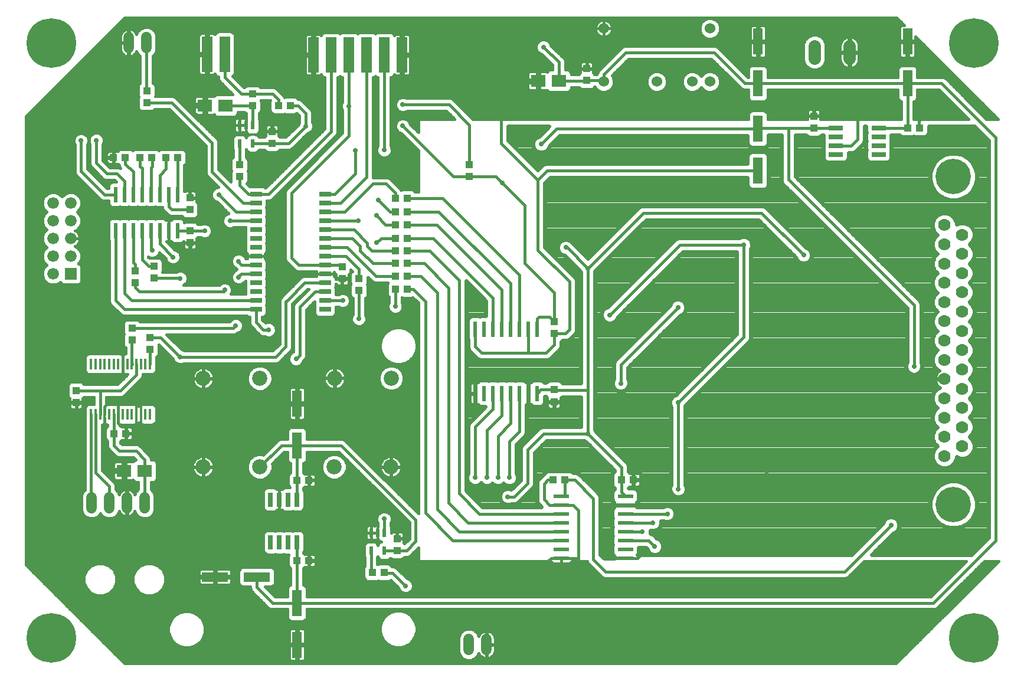
<source format=gbr>
G75*
G70*
%OFA0B0*%
%FSLAX24Y24*%
%IPPOS*%
%LPD*%
%AMOC8*
5,1,8,0,0,1.08239X$1,22.5*
%
%ADD10C,0.0700*%
%ADD11C,0.2000*%
%ADD12C,0.0600*%
%ADD13R,0.0846X0.0709*%
%ADD14R,0.0394X0.0433*%
%ADD15R,0.0800X0.0260*%
%ADD16R,0.0551X0.1496*%
%ADD17R,0.0433X0.0394*%
%ADD18R,0.0260X0.0800*%
%ADD19R,0.1496X0.0551*%
%ADD20R,0.0236X0.0866*%
%ADD21R,0.0866X0.0236*%
%ADD22R,0.0650X0.0300*%
%ADD23R,0.0217X0.0472*%
%ADD24R,0.0600X0.2000*%
%ADD25R,0.0157X0.0591*%
%ADD26C,0.0860*%
%ADD27C,0.0600*%
%ADD28C,0.0705*%
%ADD29R,0.0660X0.0660*%
%ADD30C,0.0660*%
%ADD31C,0.0240*%
%ADD32C,0.0280*%
%ADD33C,0.0320*%
%ADD34C,0.0160*%
%ADD35C,0.2800*%
%ADD36C,0.0120*%
D10*
X052641Y012456D03*
X053641Y012996D03*
X052641Y013546D03*
X053641Y014086D03*
X052641Y014626D03*
X053641Y015176D03*
X052641Y015716D03*
X053641Y016256D03*
X052641Y016806D03*
X053641Y017346D03*
X052641Y017886D03*
X053641Y018436D03*
X052641Y018976D03*
X053641Y019516D03*
X052641Y020066D03*
X053641Y020606D03*
X052641Y021146D03*
X053641Y021696D03*
X052641Y022236D03*
X053641Y022776D03*
X052641Y023326D03*
X053641Y023866D03*
X052641Y024406D03*
X053641Y024956D03*
X052641Y025496D03*
D11*
X053141Y028236D03*
X053141Y009716D03*
D12*
X039391Y033601D03*
X038391Y033601D03*
X036391Y033601D03*
X033391Y033601D03*
X033391Y036601D03*
X039391Y036601D03*
D13*
X030852Y033641D03*
X029691Y033641D03*
X012032Y032251D03*
X010871Y032251D03*
X007467Y011616D03*
X006306Y011616D03*
D14*
X003595Y015479D03*
X003595Y016149D03*
X010026Y024507D03*
X010026Y025176D03*
X010016Y026367D03*
X010016Y027036D03*
X014661Y030117D03*
X014661Y030786D03*
X015017Y032251D03*
X015686Y032251D03*
X021627Y027021D03*
X022296Y027021D03*
X022296Y026261D03*
X021627Y026261D03*
X021627Y025521D03*
X022296Y025521D03*
X022296Y024761D03*
X021627Y024761D03*
X021627Y024051D03*
X022296Y024051D03*
X022296Y023331D03*
X021627Y023331D03*
X021627Y022601D03*
X022296Y022601D03*
X022296Y021881D03*
X021627Y021881D03*
X018621Y022477D03*
X018621Y023146D03*
X030591Y020056D03*
X030591Y019387D03*
X030591Y016196D03*
X030591Y015527D03*
X021714Y007787D03*
X021714Y007118D03*
X020984Y005870D03*
X020314Y005870D03*
X045261Y030987D03*
X045261Y031656D03*
X032431Y033667D03*
X032431Y034336D03*
D15*
X046501Y030991D03*
X046501Y030491D03*
X046501Y029991D03*
X046501Y029491D03*
X048921Y029491D03*
X048921Y029991D03*
X048921Y030491D03*
X048921Y030991D03*
D16*
X050551Y033500D03*
X050551Y035863D03*
X042101Y035863D03*
X042101Y033500D03*
X042101Y030943D03*
X042101Y028580D03*
X016070Y015415D03*
X016070Y013053D03*
X016070Y004155D03*
X016070Y001793D03*
D17*
X016066Y006544D03*
X016735Y006544D03*
X016735Y011084D03*
X016066Y011084D03*
X006401Y013723D03*
X005732Y013723D03*
X007764Y018468D03*
X007764Y019137D03*
X006744Y019008D03*
X006744Y019677D03*
X006939Y022256D03*
X006939Y022925D03*
X007999Y023165D03*
X007999Y022496D03*
X012821Y028237D03*
X012821Y028906D03*
X009326Y029311D03*
X008657Y029311D03*
X007866Y029311D03*
X007197Y029311D03*
X006376Y029311D03*
X005707Y029311D03*
X007581Y032407D03*
X007581Y033076D03*
X013551Y032916D03*
X013551Y032247D03*
X025801Y028906D03*
X025801Y028237D03*
X019571Y022476D03*
X019571Y021807D03*
X030537Y011101D03*
X031206Y011101D03*
X034397Y011101D03*
X035066Y011101D03*
X050547Y030991D03*
X051216Y030991D03*
D18*
X016070Y009994D03*
X015570Y009994D03*
X015070Y009994D03*
X014570Y009994D03*
X014570Y007574D03*
X015070Y007574D03*
X015570Y007574D03*
X016070Y007574D03*
D19*
X013801Y005624D03*
X011439Y005624D03*
D20*
X026131Y015990D03*
X026631Y015990D03*
X027131Y015990D03*
X027631Y015990D03*
X028131Y015990D03*
X028631Y015990D03*
X029131Y015990D03*
X029631Y015990D03*
X029631Y019612D03*
X029131Y019612D03*
X028631Y019612D03*
X028131Y019612D03*
X027631Y019612D03*
X027131Y019612D03*
X026631Y019612D03*
X026131Y019612D03*
X009311Y025178D03*
X008811Y025178D03*
X008311Y025178D03*
X007811Y025178D03*
X007311Y025178D03*
X006811Y025178D03*
X006311Y025178D03*
X005811Y025178D03*
X005811Y027225D03*
X006311Y027225D03*
X006811Y027225D03*
X007311Y027225D03*
X007811Y027225D03*
X008311Y027225D03*
X008811Y027225D03*
X009311Y027225D03*
D21*
X030990Y010191D03*
X030990Y009691D03*
X030990Y009191D03*
X030990Y008691D03*
X030990Y008191D03*
X030990Y007691D03*
X030990Y007191D03*
X030990Y006691D03*
X034613Y006691D03*
X034613Y007191D03*
X034613Y007691D03*
X034613Y008191D03*
X034613Y008691D03*
X034613Y009191D03*
X034613Y009691D03*
X034613Y010191D03*
D22*
X017653Y020741D03*
X017653Y021241D03*
X017653Y021741D03*
X017653Y022241D03*
X017653Y022741D03*
X017653Y023241D03*
X017653Y023741D03*
X017653Y024241D03*
X017653Y024741D03*
X017653Y025241D03*
X017653Y025741D03*
X017653Y026241D03*
X017653Y026741D03*
X017653Y027241D03*
X013750Y027241D03*
X013750Y026741D03*
X013750Y026241D03*
X013750Y025741D03*
X013750Y025241D03*
X013750Y024741D03*
X013750Y024241D03*
X013750Y023741D03*
X013750Y023241D03*
X013750Y022741D03*
X013750Y022241D03*
X013750Y021741D03*
X013750Y021241D03*
X013750Y020741D03*
D23*
X013566Y030110D03*
X012817Y030110D03*
X012817Y031133D03*
X013191Y031133D03*
X013566Y031133D03*
X020250Y008124D03*
X020624Y008124D03*
X020998Y008124D03*
X020998Y007101D03*
X020250Y007101D03*
D24*
X019991Y035111D03*
X020991Y035111D03*
X021991Y035111D03*
X018991Y035111D03*
X017991Y035111D03*
X016991Y035111D03*
X011981Y035151D03*
X010981Y035151D03*
D25*
X007764Y017653D03*
X007508Y017653D03*
X007252Y017653D03*
X006996Y017653D03*
X006740Y017653D03*
X006484Y017653D03*
X006228Y017653D03*
X005972Y017653D03*
X005717Y017653D03*
X005461Y017653D03*
X005205Y017653D03*
X004949Y017653D03*
X004693Y017653D03*
X004437Y017653D03*
X004437Y014799D03*
X004693Y014799D03*
X004949Y014799D03*
X005205Y014799D03*
X005461Y014799D03*
X005717Y014799D03*
X005972Y014799D03*
X006228Y014799D03*
X006484Y014799D03*
X006740Y014799D03*
X006996Y014799D03*
X007252Y014799D03*
X007508Y014799D03*
X007764Y014799D03*
D26*
X010770Y016834D03*
X013970Y016834D03*
X018193Y016849D03*
X021393Y016849D03*
X021370Y011834D03*
X018170Y011834D03*
X013970Y011834D03*
X010770Y011834D03*
D27*
X007461Y010111D02*
X007461Y009511D01*
X006461Y009511D02*
X006461Y010111D01*
X005461Y010111D02*
X005461Y009511D01*
X004461Y009511D02*
X004461Y010111D01*
X025771Y002106D02*
X025771Y001506D01*
X026771Y001506D02*
X026771Y002106D01*
X007561Y035501D02*
X007561Y036101D01*
X006561Y036101D02*
X006561Y035501D01*
D28*
X045307Y035604D02*
X045307Y034899D01*
X047276Y034899D02*
X047276Y035604D01*
D29*
X003291Y022741D03*
D30*
X002291Y022741D03*
X002291Y023741D03*
X003291Y023741D03*
X003291Y024741D03*
X002291Y024741D03*
X002291Y025741D03*
X003291Y025741D03*
X003291Y026741D03*
X002291Y026741D03*
D31*
X025611Y022336D02*
X026731Y021216D01*
X026731Y020365D01*
X026450Y020365D01*
X026381Y020337D01*
X026313Y020365D01*
X025950Y020365D01*
X025832Y020317D01*
X025742Y020227D01*
X025693Y020109D01*
X025693Y019116D01*
X025731Y019024D01*
X025731Y018721D01*
X025731Y018562D01*
X025792Y018415D01*
X026162Y018045D01*
X026275Y017932D01*
X026422Y017871D01*
X029092Y017871D01*
X029251Y017871D01*
X030052Y017871D01*
X030211Y017871D01*
X030358Y017932D01*
X030818Y018392D01*
X030931Y018505D01*
X030991Y018652D01*
X030991Y018921D01*
X031057Y018987D01*
X031157Y018987D01*
X031316Y018987D01*
X031463Y019048D01*
X031678Y019262D01*
X031791Y019375D01*
X031851Y019522D01*
X031851Y022222D01*
X031851Y022381D01*
X031791Y022528D01*
X030071Y024247D01*
X030071Y027886D01*
X030366Y028180D01*
X041506Y028180D01*
X041506Y027769D01*
X041555Y027651D01*
X041645Y027561D01*
X041762Y027512D01*
X042441Y027512D01*
X042558Y027561D01*
X042648Y027651D01*
X042697Y027769D01*
X042697Y029392D01*
X042648Y029510D01*
X042558Y029600D01*
X042441Y029648D01*
X041762Y029648D01*
X041645Y029600D01*
X041555Y029510D01*
X041506Y029392D01*
X041506Y028980D01*
X030121Y028980D01*
X029974Y028919D01*
X029861Y028807D01*
X029671Y028617D01*
X028001Y030287D01*
X028001Y031081D01*
X030306Y031081D01*
X029746Y030521D01*
X029601Y030461D01*
X029472Y030332D01*
X029401Y030163D01*
X029401Y029980D01*
X029472Y029811D01*
X029601Y029681D01*
X029770Y029611D01*
X029953Y029611D01*
X030122Y029681D01*
X030251Y029811D01*
X030311Y029956D01*
X030898Y030543D01*
X041506Y030543D01*
X041506Y030131D01*
X041555Y030013D01*
X041645Y029923D01*
X041762Y029874D01*
X042441Y029874D01*
X042558Y029923D01*
X042648Y030013D01*
X042697Y030131D01*
X042697Y030587D01*
X043411Y030587D01*
X043411Y028161D01*
X043411Y028002D01*
X043472Y027855D01*
X050511Y020816D01*
X050511Y017758D01*
X050451Y017613D01*
X050451Y017430D01*
X050522Y017261D01*
X050651Y017131D01*
X050820Y017061D01*
X051003Y017061D01*
X051172Y017131D01*
X051301Y017261D01*
X051371Y017430D01*
X051371Y017613D01*
X051311Y017758D01*
X051311Y020902D01*
X051311Y021061D01*
X051251Y021208D01*
X044211Y028247D01*
X044211Y030587D01*
X044796Y030587D01*
X044883Y030499D01*
X045001Y030450D01*
X045522Y030450D01*
X045640Y030499D01*
X045730Y030589D01*
X045731Y030591D01*
X045781Y030591D01*
X045781Y030298D01*
X045805Y030241D01*
X045781Y030185D01*
X045781Y029798D01*
X045805Y029741D01*
X045781Y029685D01*
X045781Y029298D01*
X045830Y029180D01*
X045920Y029090D01*
X046038Y029041D01*
X046965Y029041D01*
X047083Y029090D01*
X047173Y029180D01*
X047221Y029298D01*
X047221Y029591D01*
X047292Y029591D01*
X047451Y029591D01*
X047598Y029652D01*
X047948Y030002D01*
X048061Y030115D01*
X048121Y030262D01*
X048121Y031081D01*
X048201Y031081D01*
X048201Y030798D01*
X048225Y030741D01*
X048201Y030685D01*
X048201Y030298D01*
X048225Y030241D01*
X048201Y030185D01*
X048201Y029798D01*
X048225Y029741D01*
X048201Y029685D01*
X048201Y029298D01*
X048250Y029180D01*
X048340Y029090D01*
X048458Y029041D01*
X049385Y029041D01*
X049503Y029090D01*
X049593Y029180D01*
X049641Y029298D01*
X049641Y029685D01*
X049618Y029741D01*
X049641Y029798D01*
X049641Y030185D01*
X049618Y030241D01*
X049641Y030298D01*
X049641Y030591D01*
X050081Y030591D01*
X050149Y030523D01*
X050267Y030475D01*
X050827Y030475D01*
X050881Y030497D01*
X050936Y030475D01*
X051496Y030475D01*
X051614Y030523D01*
X051704Y030613D01*
X051753Y030731D01*
X051753Y031081D01*
X054326Y031081D01*
X055121Y030286D01*
X055121Y007837D01*
X054166Y006881D01*
X048517Y006881D01*
X049727Y008091D01*
X049872Y008151D01*
X050001Y008281D01*
X050071Y008450D01*
X050071Y008633D01*
X050001Y008802D01*
X049872Y008931D01*
X049703Y009001D01*
X049520Y009001D01*
X049351Y008931D01*
X049222Y008802D01*
X049162Y008657D01*
X047386Y006881D01*
X035306Y006881D01*
X035317Y006892D01*
X035366Y007010D01*
X035366Y007291D01*
X035766Y007291D01*
X035822Y007236D01*
X035882Y007091D01*
X036011Y006961D01*
X036180Y006891D01*
X036363Y006891D01*
X036532Y006961D01*
X036661Y007091D01*
X036731Y007260D01*
X036731Y007443D01*
X036661Y007612D01*
X036532Y007741D01*
X036387Y007801D01*
X036158Y008030D01*
X036017Y008089D01*
X036021Y008100D01*
X036021Y008252D01*
X036070Y008231D01*
X036253Y008231D01*
X036422Y008301D01*
X036551Y008431D01*
X036621Y008600D01*
X036621Y008783D01*
X036618Y008791D01*
X036745Y008791D01*
X036890Y008731D01*
X037073Y008731D01*
X037242Y008801D01*
X037371Y008931D01*
X037441Y009100D01*
X037441Y009283D01*
X037371Y009452D01*
X037242Y009581D01*
X037073Y009651D01*
X036890Y009651D01*
X036745Y009591D01*
X035266Y009591D01*
X035266Y009691D01*
X034613Y009691D01*
X034613Y009692D01*
X035266Y009692D01*
X035266Y009839D01*
X035265Y009840D01*
X035317Y009892D01*
X035366Y010010D01*
X035366Y010373D01*
X035317Y010491D01*
X035227Y010581D01*
X035109Y010629D01*
X034797Y010629D01*
X034797Y010635D01*
X034846Y010685D01*
X035066Y010685D01*
X035066Y011101D01*
X035066Y011101D01*
X035066Y010685D01*
X035312Y010685D01*
X035368Y010700D01*
X035418Y010729D01*
X035459Y010769D01*
X035488Y010820D01*
X035503Y010876D01*
X035503Y011101D01*
X035067Y011101D01*
X035067Y011102D01*
X035503Y011102D01*
X035503Y011327D01*
X035488Y011383D01*
X035459Y011433D01*
X035418Y011474D01*
X035368Y011503D01*
X035312Y011518D01*
X035066Y011518D01*
X034846Y011518D01*
X034797Y011567D01*
X034797Y011896D01*
X034736Y012043D01*
X034623Y012155D01*
X032951Y013827D01*
X032901Y013948D01*
X032901Y016112D01*
X032901Y022839D01*
X032941Y022936D01*
X035787Y025781D01*
X042136Y025781D01*
X044232Y023686D01*
X044292Y023541D01*
X044421Y023411D01*
X044590Y023341D01*
X044773Y023341D01*
X044942Y023411D01*
X045071Y023541D01*
X045141Y023710D01*
X045141Y023893D01*
X045071Y024062D01*
X044942Y024191D01*
X044797Y024251D01*
X042641Y026408D01*
X042528Y026520D01*
X042381Y026581D01*
X035542Y026581D01*
X035395Y026520D01*
X035282Y026408D01*
X032491Y023617D01*
X031659Y024450D01*
X031641Y024492D01*
X031512Y024621D01*
X031343Y024691D01*
X031160Y024691D01*
X030991Y024621D01*
X030862Y024492D01*
X030791Y024323D01*
X030791Y024140D01*
X030862Y023971D01*
X030991Y023841D01*
X031160Y023771D01*
X031206Y023771D01*
X032042Y022936D01*
X032101Y022791D01*
X032101Y016591D01*
X031061Y016591D01*
X031060Y016594D01*
X030970Y016684D01*
X030852Y016733D01*
X030331Y016733D01*
X030213Y016684D01*
X030126Y016596D01*
X030024Y016596D01*
X030021Y016605D01*
X029931Y016695D01*
X029813Y016743D01*
X029450Y016743D01*
X029332Y016695D01*
X029280Y016643D01*
X029279Y016643D01*
X029132Y016643D01*
X029132Y015991D01*
X029131Y015991D01*
X029131Y016643D01*
X028984Y016643D01*
X028983Y016643D01*
X028931Y016695D01*
X028813Y016743D01*
X028450Y016743D01*
X028381Y016715D01*
X028313Y016743D01*
X027950Y016743D01*
X027881Y016715D01*
X027813Y016743D01*
X027450Y016743D01*
X027381Y016715D01*
X027313Y016743D01*
X026950Y016743D01*
X026881Y016715D01*
X026813Y016743D01*
X026450Y016743D01*
X026332Y016695D01*
X026280Y016643D01*
X026279Y016643D01*
X026132Y016643D01*
X026132Y015991D01*
X026131Y015991D01*
X026131Y016643D01*
X025984Y016643D01*
X025928Y016628D01*
X025878Y016599D01*
X025837Y016559D01*
X025808Y016508D01*
X025793Y016452D01*
X025793Y015991D01*
X026131Y015991D01*
X026131Y015990D01*
X025793Y015990D01*
X025793Y015528D01*
X025808Y015472D01*
X025837Y015422D01*
X025878Y015381D01*
X025928Y015352D01*
X025984Y015337D01*
X026131Y015337D01*
X026131Y015990D01*
X026132Y015990D01*
X026132Y015337D01*
X026279Y015337D01*
X026280Y015338D01*
X026332Y015286D01*
X026450Y015237D01*
X026702Y015237D01*
X025792Y014328D01*
X025731Y014181D01*
X025731Y014022D01*
X025731Y011488D01*
X025671Y011343D01*
X025671Y011160D01*
X025742Y010991D01*
X025871Y010861D01*
X026040Y010791D01*
X026223Y010791D01*
X026392Y010861D01*
X026461Y010931D01*
X026531Y010861D01*
X026700Y010791D01*
X026883Y010791D01*
X027052Y010861D01*
X027106Y010916D01*
X027106Y010916D01*
X027161Y010861D01*
X027330Y010791D01*
X027513Y010791D01*
X027682Y010861D01*
X027736Y010916D01*
X027736Y010916D01*
X027801Y010851D01*
X027970Y010781D01*
X028153Y010781D01*
X028322Y010851D01*
X028451Y010981D01*
X028521Y011150D01*
X028521Y011333D01*
X028461Y011478D01*
X028461Y013116D01*
X028858Y013512D01*
X028971Y013625D01*
X029031Y013772D01*
X029031Y015337D01*
X029131Y015337D01*
X029131Y015990D01*
X029132Y015990D01*
X029132Y015337D01*
X029279Y015337D01*
X029280Y015338D01*
X029332Y015286D01*
X029450Y015237D01*
X029813Y015237D01*
X029931Y015286D01*
X030021Y015376D01*
X030070Y015494D01*
X030070Y015796D01*
X030126Y015796D01*
X030175Y015747D01*
X030175Y015527D01*
X030591Y015527D01*
X030591Y015527D01*
X030175Y015527D01*
X030175Y015281D01*
X030190Y015225D01*
X030219Y015175D01*
X030260Y015134D01*
X030310Y015105D01*
X030366Y015090D01*
X030591Y015090D01*
X030591Y015526D01*
X030592Y015526D01*
X030592Y015090D01*
X030817Y015090D01*
X030873Y015105D01*
X030923Y015134D01*
X030964Y015175D01*
X030993Y015225D01*
X031008Y015281D01*
X031008Y015527D01*
X031008Y015747D01*
X031053Y015791D01*
X032101Y015791D01*
X032101Y014111D01*
X030071Y014111D01*
X029912Y014111D01*
X029765Y014050D01*
X028855Y013140D01*
X028742Y013028D01*
X028681Y012881D01*
X028681Y011087D01*
X028171Y010577D01*
X028063Y010621D01*
X027880Y010621D01*
X027711Y010551D01*
X027582Y010422D01*
X027511Y010253D01*
X027511Y010070D01*
X027582Y009901D01*
X027711Y009771D01*
X027880Y009701D01*
X028063Y009701D01*
X028208Y009761D01*
X028401Y009761D01*
X028548Y009822D01*
X028661Y009935D01*
X029421Y010695D01*
X029481Y010842D01*
X029481Y011001D01*
X029481Y012636D01*
X030157Y013311D01*
X032265Y013311D01*
X032386Y013261D01*
X033997Y011650D01*
X033997Y011567D01*
X033909Y011480D01*
X033860Y011362D01*
X033860Y010841D01*
X033909Y010723D01*
X033997Y010635D01*
X033997Y010579D01*
X033908Y010491D01*
X033859Y010373D01*
X033859Y010010D01*
X033908Y009892D01*
X033960Y009840D01*
X033959Y009839D01*
X033959Y009692D01*
X034612Y009692D01*
X034612Y009691D01*
X033959Y009691D01*
X033959Y009544D01*
X033960Y009543D01*
X033908Y009491D01*
X033859Y009373D01*
X033859Y009010D01*
X033888Y008941D01*
X033859Y008873D01*
X033859Y008510D01*
X033888Y008441D01*
X033859Y008373D01*
X033859Y008010D01*
X033888Y007941D01*
X033859Y007873D01*
X033859Y007510D01*
X033888Y007441D01*
X033859Y007373D01*
X033859Y007010D01*
X033908Y006892D01*
X033919Y006881D01*
X033201Y006881D01*
X033201Y010141D01*
X033141Y010288D01*
X033028Y010400D01*
X031988Y011440D01*
X031841Y011501D01*
X031682Y011501D01*
X031672Y011501D01*
X031604Y011570D01*
X031486Y011618D01*
X030926Y011618D01*
X030871Y011596D01*
X030817Y011618D01*
X030257Y011618D01*
X030139Y011570D01*
X030049Y011480D01*
X030039Y011454D01*
X030005Y011440D01*
X029892Y011328D01*
X029672Y011108D01*
X029611Y010961D01*
X029611Y010802D01*
X029611Y009922D01*
X029672Y009775D01*
X029785Y009662D01*
X029856Y009591D01*
X026517Y009591D01*
X025611Y010497D01*
X025611Y022336D01*
X025611Y022127D02*
X025820Y022127D01*
X025611Y021889D02*
X026058Y021889D01*
X026297Y021650D02*
X025611Y021650D01*
X025611Y021412D02*
X026535Y021412D01*
X026731Y021173D02*
X025611Y021173D01*
X025611Y020935D02*
X026731Y020935D01*
X026731Y020696D02*
X025611Y020696D01*
X025611Y020458D02*
X026731Y020458D01*
X025739Y020219D02*
X025611Y020219D01*
X025611Y019981D02*
X025693Y019981D01*
X025693Y019742D02*
X025611Y019742D01*
X025611Y019503D02*
X025693Y019503D01*
X025693Y019265D02*
X025611Y019265D01*
X025611Y019026D02*
X025730Y019026D01*
X025731Y018788D02*
X025611Y018788D01*
X025611Y018549D02*
X025737Y018549D01*
X025611Y018311D02*
X025896Y018311D01*
X026135Y018072D02*
X025611Y018072D01*
X025611Y017834D02*
X032101Y017834D01*
X032101Y018072D02*
X030498Y018072D01*
X030736Y018311D02*
X032101Y018311D01*
X032101Y018549D02*
X030949Y018549D01*
X030991Y018788D02*
X032101Y018788D01*
X032101Y019026D02*
X031412Y019026D01*
X031681Y019265D02*
X032101Y019265D01*
X032101Y019503D02*
X031844Y019503D01*
X031851Y019742D02*
X032101Y019742D01*
X032101Y019981D02*
X031851Y019981D01*
X031851Y020219D02*
X032101Y020219D01*
X032101Y020458D02*
X031851Y020458D01*
X031851Y020696D02*
X032101Y020696D01*
X032101Y020935D02*
X031851Y020935D01*
X031851Y021173D02*
X032101Y021173D01*
X032101Y021412D02*
X031851Y021412D01*
X031851Y021650D02*
X032101Y021650D01*
X032101Y021889D02*
X031851Y021889D01*
X031851Y022127D02*
X032101Y022127D01*
X032101Y022366D02*
X031851Y022366D01*
X031714Y022604D02*
X032101Y022604D01*
X032080Y022843D02*
X031476Y022843D01*
X031237Y023082D02*
X031896Y023082D01*
X031657Y023320D02*
X030998Y023320D01*
X030760Y023559D02*
X031419Y023559D01*
X031098Y023797D02*
X030521Y023797D01*
X030283Y024036D02*
X030835Y024036D01*
X030791Y024274D02*
X030071Y024274D01*
X030071Y024513D02*
X030882Y024513D01*
X031621Y024513D02*
X033387Y024513D01*
X033149Y024274D02*
X031834Y024274D01*
X032073Y024036D02*
X032910Y024036D01*
X032672Y023797D02*
X032311Y023797D01*
X033087Y023082D02*
X035826Y023082D01*
X036065Y023320D02*
X033326Y023320D01*
X033564Y023559D02*
X036303Y023559D01*
X036542Y023797D02*
X033803Y023797D01*
X034041Y024036D02*
X036780Y024036D01*
X037019Y024274D02*
X034280Y024274D01*
X034519Y024513D02*
X037257Y024513D01*
X037352Y024608D02*
X033616Y020871D01*
X033471Y020811D01*
X033342Y020682D01*
X033271Y020513D01*
X033271Y020330D01*
X033342Y020161D01*
X033471Y020031D01*
X033640Y019961D01*
X033823Y019961D01*
X033992Y020031D01*
X034121Y020161D01*
X034181Y020306D01*
X037857Y023981D01*
X040891Y023981D01*
X040891Y019337D01*
X037476Y015921D01*
X037331Y015861D01*
X037202Y015732D01*
X037131Y015563D01*
X037131Y015380D01*
X037201Y015211D01*
X037201Y010828D01*
X037141Y010683D01*
X037141Y010500D01*
X037212Y010331D01*
X037341Y010201D01*
X037510Y010131D01*
X037693Y010131D01*
X037862Y010201D01*
X037991Y010331D01*
X038061Y010500D01*
X038061Y010683D01*
X038001Y010828D01*
X038001Y015259D01*
X038041Y015356D01*
X041518Y018832D01*
X041631Y018945D01*
X041691Y019092D01*
X041691Y024145D01*
X041751Y024290D01*
X041751Y024473D01*
X041681Y024642D01*
X041552Y024771D01*
X041383Y024841D01*
X041200Y024841D01*
X041055Y024781D01*
X037612Y024781D01*
X037465Y024720D01*
X037352Y024608D01*
X037539Y024751D02*
X034757Y024751D01*
X034996Y024990D02*
X042927Y024990D01*
X042689Y025228D02*
X035234Y025228D01*
X035473Y025467D02*
X042450Y025467D01*
X042212Y025706D02*
X035711Y025706D01*
X035057Y026183D02*
X030071Y026183D01*
X030071Y026421D02*
X035296Y026421D01*
X034819Y025944D02*
X030071Y025944D01*
X030071Y025706D02*
X034580Y025706D01*
X034341Y025467D02*
X030071Y025467D01*
X030071Y025228D02*
X034103Y025228D01*
X033864Y024990D02*
X030071Y024990D01*
X030071Y024751D02*
X033626Y024751D01*
X032903Y022843D02*
X035587Y022843D01*
X035349Y022604D02*
X032901Y022604D01*
X032901Y022366D02*
X035110Y022366D01*
X034872Y022127D02*
X032901Y022127D01*
X032901Y021889D02*
X034633Y021889D01*
X034395Y021650D02*
X032901Y021650D01*
X032901Y021412D02*
X034156Y021412D01*
X033918Y021173D02*
X032901Y021173D01*
X032901Y020935D02*
X033679Y020935D01*
X033356Y020696D02*
X032901Y020696D01*
X032901Y020458D02*
X033271Y020458D01*
X033317Y020219D02*
X032901Y020219D01*
X032901Y019981D02*
X033594Y019981D01*
X033869Y019981D02*
X036155Y019981D01*
X036394Y020219D02*
X034146Y020219D01*
X034333Y020458D02*
X036632Y020458D01*
X036871Y020696D02*
X034572Y020696D01*
X034810Y020935D02*
X037109Y020935D01*
X037132Y020957D02*
X034012Y017838D01*
X033951Y017691D01*
X033951Y017532D01*
X033951Y016798D01*
X033891Y016653D01*
X033891Y016470D01*
X033962Y016301D01*
X034091Y016171D01*
X034260Y016101D01*
X034443Y016101D01*
X034612Y016171D01*
X034741Y016301D01*
X034811Y016470D01*
X034811Y016653D01*
X034751Y016798D01*
X034751Y017446D01*
X037697Y020391D01*
X037842Y020451D01*
X037971Y020581D01*
X038041Y020750D01*
X038041Y020933D01*
X037971Y021102D01*
X037842Y021231D01*
X037673Y021301D01*
X037490Y021301D01*
X037321Y021231D01*
X037192Y021102D01*
X037132Y020957D01*
X037263Y021173D02*
X035049Y021173D01*
X035287Y021412D02*
X040891Y021412D01*
X040891Y021650D02*
X035526Y021650D01*
X035765Y021889D02*
X040891Y021889D01*
X040891Y022127D02*
X036003Y022127D01*
X036242Y022366D02*
X040891Y022366D01*
X040891Y022604D02*
X036480Y022604D01*
X036719Y022843D02*
X040891Y022843D01*
X040891Y023082D02*
X036957Y023082D01*
X037196Y023320D02*
X040891Y023320D01*
X040891Y023559D02*
X037434Y023559D01*
X037673Y023797D02*
X040891Y023797D01*
X041691Y023797D02*
X044120Y023797D01*
X044284Y023559D02*
X041691Y023559D01*
X041691Y023320D02*
X048007Y023320D01*
X048246Y023082D02*
X041691Y023082D01*
X041691Y022843D02*
X048484Y022843D01*
X048723Y022604D02*
X041691Y022604D01*
X041691Y022366D02*
X048961Y022366D01*
X049200Y022127D02*
X041691Y022127D01*
X041691Y021889D02*
X049438Y021889D01*
X049677Y021650D02*
X041691Y021650D01*
X041691Y021412D02*
X049915Y021412D01*
X050154Y021173D02*
X041691Y021173D01*
X041691Y020935D02*
X050393Y020935D01*
X050511Y020696D02*
X041691Y020696D01*
X041691Y020458D02*
X050511Y020458D01*
X050511Y020219D02*
X041691Y020219D01*
X041691Y019981D02*
X050511Y019981D01*
X050511Y019742D02*
X041691Y019742D01*
X041691Y019503D02*
X050511Y019503D01*
X050511Y019265D02*
X041691Y019265D01*
X041664Y019026D02*
X050511Y019026D01*
X050511Y018788D02*
X041474Y018788D01*
X041235Y018549D02*
X050511Y018549D01*
X050511Y018311D02*
X040996Y018311D01*
X040758Y018072D02*
X050511Y018072D01*
X050511Y017834D02*
X040519Y017834D01*
X040281Y017595D02*
X050451Y017595D01*
X050482Y017357D02*
X040042Y017357D01*
X039804Y017118D02*
X050683Y017118D01*
X051140Y017118D02*
X052164Y017118D01*
X052154Y017105D02*
X052113Y017025D01*
X052086Y016939D01*
X052071Y016851D01*
X052071Y016806D01*
X052641Y016806D01*
X052641Y016806D01*
X052071Y016806D01*
X052071Y016761D01*
X052086Y016672D01*
X052113Y016587D01*
X052154Y016507D01*
X052207Y016435D01*
X052270Y016371D01*
X052343Y016318D01*
X052344Y016318D01*
X052262Y016284D01*
X052074Y016095D01*
X051971Y015849D01*
X051971Y015583D01*
X052074Y015336D01*
X052239Y015171D01*
X052074Y015005D01*
X051971Y014759D01*
X051971Y014493D01*
X052074Y014246D01*
X052234Y014086D01*
X052074Y013925D01*
X051971Y013679D01*
X051971Y013413D01*
X052074Y013166D01*
X052239Y013001D01*
X052074Y012835D01*
X051971Y012589D01*
X051971Y012323D01*
X052074Y012076D01*
X052262Y011888D01*
X052508Y011786D01*
X052775Y011786D01*
X053021Y011888D01*
X053209Y012076D01*
X053311Y012323D01*
X053311Y012407D01*
X053508Y012326D01*
X053775Y012326D01*
X054021Y012428D01*
X054209Y012616D01*
X054311Y012863D01*
X054311Y013129D01*
X054209Y013375D01*
X054044Y013541D01*
X054209Y013706D01*
X054311Y013953D01*
X054311Y014219D01*
X054209Y014465D01*
X054044Y014631D01*
X054209Y014796D01*
X054311Y015043D01*
X054311Y015309D01*
X054209Y015555D01*
X054049Y015716D01*
X054209Y015876D01*
X054311Y016123D01*
X054311Y016389D01*
X054209Y016635D01*
X054044Y016801D01*
X054209Y016966D01*
X054311Y017213D01*
X054311Y017479D01*
X054209Y017725D01*
X054044Y017891D01*
X054209Y018056D01*
X054311Y018303D01*
X054311Y018569D01*
X054209Y018815D01*
X054049Y018976D01*
X054209Y019136D01*
X054311Y019383D01*
X054311Y019649D01*
X054209Y019895D01*
X054044Y020061D01*
X054209Y020226D01*
X054311Y020473D01*
X054311Y020739D01*
X054209Y020985D01*
X054044Y021151D01*
X054209Y021316D01*
X054311Y021563D01*
X054311Y021829D01*
X054209Y022075D01*
X054049Y022236D01*
X054209Y022396D01*
X054311Y022643D01*
X054311Y022909D01*
X054209Y023155D01*
X054044Y023321D01*
X054209Y023486D01*
X054311Y023733D01*
X054311Y023999D01*
X054209Y024245D01*
X054044Y024411D01*
X054209Y024576D01*
X054311Y024823D01*
X054311Y025089D01*
X054209Y025335D01*
X054021Y025524D01*
X053775Y025626D01*
X053508Y025626D01*
X053311Y025544D01*
X053311Y025629D01*
X053209Y025875D01*
X053021Y026064D01*
X052775Y026166D01*
X052508Y026166D01*
X052262Y026064D01*
X052074Y025875D01*
X051971Y025629D01*
X051971Y025363D01*
X052074Y025116D01*
X052239Y024951D01*
X052074Y024785D01*
X051971Y024539D01*
X051971Y024273D01*
X052074Y024026D01*
X052234Y023866D01*
X052074Y023705D01*
X051971Y023459D01*
X051971Y023193D01*
X052074Y022946D01*
X052239Y022781D01*
X052074Y022615D01*
X051971Y022369D01*
X051971Y022103D01*
X052074Y021856D01*
X052239Y021691D01*
X052074Y021525D01*
X051971Y021279D01*
X051971Y021013D01*
X052074Y020766D01*
X052234Y020606D01*
X052074Y020445D01*
X051971Y020199D01*
X051971Y019933D01*
X052074Y019686D01*
X052239Y019521D01*
X052074Y019355D01*
X051971Y019109D01*
X051971Y018843D01*
X052074Y018596D01*
X052239Y018431D01*
X052074Y018265D01*
X051971Y018019D01*
X051971Y017753D01*
X052074Y017506D01*
X052262Y017318D01*
X052335Y017288D01*
X052270Y017241D01*
X052207Y017177D01*
X052154Y017105D01*
X052076Y016879D02*
X039565Y016879D01*
X039327Y016641D02*
X052096Y016641D01*
X052239Y016402D02*
X039088Y016402D01*
X038850Y016164D02*
X052142Y016164D01*
X052003Y015925D02*
X038611Y015925D01*
X038372Y015687D02*
X051971Y015687D01*
X052027Y015448D02*
X038134Y015448D01*
X038001Y015210D02*
X052200Y015210D01*
X052059Y014971D02*
X038001Y014971D01*
X038001Y014733D02*
X051971Y014733D01*
X051971Y014494D02*
X038001Y014494D01*
X038001Y014255D02*
X052070Y014255D01*
X052165Y014017D02*
X038001Y014017D01*
X038001Y013778D02*
X052013Y013778D01*
X051971Y013540D02*
X038001Y013540D01*
X038001Y013301D02*
X052018Y013301D01*
X052177Y013063D02*
X038001Y013063D01*
X038001Y012824D02*
X052069Y012824D01*
X051971Y012586D02*
X038001Y012586D01*
X038001Y012347D02*
X051971Y012347D01*
X052060Y012109D02*
X038001Y012109D01*
X038001Y011870D02*
X052305Y011870D01*
X052978Y011870D02*
X055121Y011870D01*
X055121Y011631D02*
X038001Y011631D01*
X038001Y011393D02*
X055121Y011393D01*
X055121Y011154D02*
X038001Y011154D01*
X038001Y010916D02*
X052580Y010916D01*
X052632Y010946D02*
X052331Y010772D01*
X052085Y010526D01*
X051911Y010225D01*
X051821Y009890D01*
X051821Y009542D01*
X051911Y009206D01*
X052085Y008905D01*
X052331Y008660D01*
X052632Y008486D01*
X052968Y008396D01*
X053315Y008396D01*
X053651Y008486D01*
X053952Y008660D01*
X054198Y008905D01*
X054371Y009206D01*
X054461Y009542D01*
X054461Y009890D01*
X054371Y010225D01*
X054198Y010526D01*
X053952Y010772D01*
X053651Y010946D01*
X053315Y011036D01*
X052968Y011036D01*
X052632Y010946D01*
X052236Y010677D02*
X038061Y010677D01*
X038036Y010439D02*
X052035Y010439D01*
X051905Y010200D02*
X037859Y010200D01*
X037344Y010200D02*
X035366Y010200D01*
X035346Y009962D02*
X051841Y009962D01*
X051821Y009723D02*
X035266Y009723D01*
X035338Y010439D02*
X037167Y010439D01*
X037141Y010677D02*
X034839Y010677D01*
X035066Y010916D02*
X035066Y010916D01*
X035066Y011102D02*
X035066Y011518D01*
X035066Y011102D01*
X035066Y011102D01*
X035066Y011154D02*
X035066Y011154D01*
X035066Y011393D02*
X035066Y011393D01*
X034797Y011631D02*
X037201Y011631D01*
X037201Y011393D02*
X035482Y011393D01*
X035503Y011154D02*
X037201Y011154D01*
X037201Y010916D02*
X035503Y010916D01*
X033955Y010677D02*
X032751Y010677D01*
X032990Y010439D02*
X033887Y010439D01*
X033859Y010200D02*
X033177Y010200D01*
X033201Y009962D02*
X033879Y009962D01*
X033959Y009723D02*
X033201Y009723D01*
X033201Y009485D02*
X033906Y009485D01*
X033859Y009246D02*
X033201Y009246D01*
X033201Y009008D02*
X033860Y009008D01*
X033859Y008769D02*
X033201Y008769D01*
X033201Y008530D02*
X033859Y008530D01*
X033859Y008292D02*
X033201Y008292D01*
X033201Y008053D02*
X033859Y008053D01*
X033859Y007815D02*
X033201Y007815D01*
X033201Y007576D02*
X033859Y007576D01*
X033859Y007338D02*
X033201Y007338D01*
X033201Y007099D02*
X033859Y007099D01*
X035366Y007099D02*
X035878Y007099D01*
X036665Y007099D02*
X047604Y007099D01*
X047842Y007338D02*
X036731Y007338D01*
X036676Y007576D02*
X048081Y007576D01*
X048319Y007815D02*
X036374Y007815D01*
X036103Y008053D02*
X048558Y008053D01*
X048796Y008292D02*
X036399Y008292D01*
X036593Y008530D02*
X049035Y008530D01*
X049208Y008769D02*
X037164Y008769D01*
X037403Y009008D02*
X052026Y009008D01*
X051901Y009246D02*
X037441Y009246D01*
X037339Y009485D02*
X051837Y009485D01*
X052222Y008769D02*
X050015Y008769D01*
X050071Y008530D02*
X052555Y008530D01*
X053728Y008530D02*
X055121Y008530D01*
X055121Y008292D02*
X050006Y008292D01*
X049689Y008053D02*
X055121Y008053D01*
X055099Y007815D02*
X049451Y007815D01*
X049212Y007576D02*
X054861Y007576D01*
X054622Y007338D02*
X048973Y007338D01*
X048735Y007099D02*
X054384Y007099D01*
X054061Y008769D02*
X055121Y008769D01*
X055121Y009008D02*
X054257Y009008D01*
X054382Y009246D02*
X055121Y009246D01*
X055121Y009485D02*
X054446Y009485D01*
X054461Y009723D02*
X055121Y009723D01*
X055121Y009962D02*
X054442Y009962D01*
X054378Y010200D02*
X055121Y010200D01*
X055121Y010439D02*
X054248Y010439D01*
X054047Y010677D02*
X055121Y010677D01*
X055121Y010916D02*
X053703Y010916D01*
X053223Y012109D02*
X055121Y012109D01*
X055121Y012347D02*
X053826Y012347D01*
X053457Y012347D02*
X053311Y012347D01*
X054179Y012586D02*
X055121Y012586D01*
X055121Y012824D02*
X054296Y012824D01*
X054311Y013063D02*
X055121Y013063D01*
X055121Y013301D02*
X054240Y013301D01*
X054045Y013540D02*
X055121Y013540D01*
X055121Y013778D02*
X054239Y013778D01*
X054311Y014017D02*
X055121Y014017D01*
X055121Y014255D02*
X054296Y014255D01*
X054181Y014494D02*
X055121Y014494D01*
X055121Y014733D02*
X054146Y014733D01*
X054282Y014971D02*
X055121Y014971D01*
X055121Y015210D02*
X054311Y015210D01*
X054254Y015448D02*
X055121Y015448D01*
X055121Y015687D02*
X054078Y015687D01*
X054230Y015925D02*
X055121Y015925D01*
X055121Y016164D02*
X054311Y016164D01*
X054306Y016402D02*
X055121Y016402D01*
X055121Y016641D02*
X054204Y016641D01*
X054122Y016879D02*
X055121Y016879D01*
X055121Y017118D02*
X054272Y017118D01*
X054311Y017357D02*
X055121Y017357D01*
X055121Y017595D02*
X054263Y017595D01*
X054101Y017834D02*
X055121Y017834D01*
X055121Y018072D02*
X054216Y018072D01*
X054311Y018311D02*
X055121Y018311D01*
X055121Y018549D02*
X054311Y018549D01*
X054221Y018788D02*
X055121Y018788D01*
X055121Y019026D02*
X054099Y019026D01*
X054263Y019265D02*
X055121Y019265D01*
X055121Y019503D02*
X054311Y019503D01*
X054273Y019742D02*
X055121Y019742D01*
X055121Y019981D02*
X054124Y019981D01*
X054202Y020219D02*
X055121Y020219D01*
X055121Y020458D02*
X054305Y020458D01*
X054311Y020696D02*
X055121Y020696D01*
X055121Y020935D02*
X054230Y020935D01*
X054066Y021173D02*
X055121Y021173D01*
X055121Y021412D02*
X054249Y021412D01*
X054311Y021650D02*
X055121Y021650D01*
X055121Y021889D02*
X054287Y021889D01*
X054157Y022127D02*
X055121Y022127D01*
X055121Y022366D02*
X054179Y022366D01*
X054296Y022604D02*
X055121Y022604D01*
X055121Y022843D02*
X054311Y022843D01*
X054240Y023082D02*
X055121Y023082D01*
X055121Y023320D02*
X054045Y023320D01*
X054239Y023559D02*
X055121Y023559D01*
X055121Y023797D02*
X054311Y023797D01*
X054296Y024036D02*
X055121Y024036D01*
X055121Y024274D02*
X054181Y024274D01*
X054146Y024513D02*
X055121Y024513D01*
X055121Y024751D02*
X054282Y024751D01*
X054311Y024990D02*
X055121Y024990D01*
X055121Y025228D02*
X054254Y025228D01*
X054078Y025467D02*
X055121Y025467D01*
X055121Y025706D02*
X053280Y025706D01*
X053141Y025944D02*
X055121Y025944D01*
X055121Y026183D02*
X046276Y026183D01*
X046037Y026421D02*
X055121Y026421D01*
X055121Y026660D02*
X045799Y026660D01*
X045560Y026898D02*
X055121Y026898D01*
X055121Y027137D02*
X053878Y027137D01*
X053952Y027180D02*
X054198Y027425D01*
X054371Y027726D01*
X054461Y028062D01*
X054461Y028410D01*
X054371Y028745D01*
X054198Y029046D01*
X053952Y029292D01*
X053651Y029466D01*
X053315Y029556D01*
X052968Y029556D01*
X052632Y029466D01*
X052331Y029292D01*
X052085Y029046D01*
X051911Y028745D01*
X051821Y028410D01*
X051821Y028062D01*
X051911Y027726D01*
X052085Y027425D01*
X052331Y027180D01*
X052632Y027006D01*
X052968Y026916D01*
X053315Y026916D01*
X053651Y027006D01*
X053952Y027180D01*
X054148Y027375D02*
X055121Y027375D01*
X055121Y027614D02*
X054307Y027614D01*
X054405Y027852D02*
X055121Y027852D01*
X055121Y028091D02*
X054461Y028091D01*
X054461Y028330D02*
X055121Y028330D01*
X055121Y028568D02*
X054419Y028568D01*
X054336Y028807D02*
X055121Y028807D01*
X055121Y029045D02*
X054198Y029045D01*
X053960Y029284D02*
X055121Y029284D01*
X055121Y029522D02*
X053441Y029522D01*
X052842Y029522D02*
X049641Y029522D01*
X049636Y029284D02*
X052323Y029284D01*
X052085Y029045D02*
X049394Y029045D01*
X048449Y029045D02*
X046974Y029045D01*
X047216Y029284D02*
X048207Y029284D01*
X048201Y029522D02*
X047221Y029522D01*
X047706Y029761D02*
X048217Y029761D01*
X048201Y029999D02*
X047945Y029999D01*
X047948Y030002D02*
X047948Y030002D01*
X048112Y030238D02*
X048223Y030238D01*
X048201Y030476D02*
X048121Y030476D01*
X048121Y030715D02*
X048214Y030715D01*
X048201Y030954D02*
X048121Y030954D01*
X049641Y030476D02*
X050262Y030476D01*
X050831Y030476D02*
X050931Y030476D01*
X051501Y030476D02*
X054931Y030476D01*
X055121Y030238D02*
X049620Y030238D01*
X049641Y029999D02*
X055121Y029999D01*
X055121Y029761D02*
X049626Y029761D01*
X051746Y030715D02*
X054692Y030715D01*
X054454Y030954D02*
X051753Y030954D01*
X051947Y028807D02*
X044211Y028807D01*
X044211Y029045D02*
X046029Y029045D01*
X045787Y029284D02*
X044211Y029284D01*
X044211Y029522D02*
X045781Y029522D01*
X045797Y029761D02*
X044211Y029761D01*
X044211Y029999D02*
X045781Y029999D01*
X045803Y030238D02*
X044211Y030238D01*
X044211Y030476D02*
X044938Y030476D01*
X045585Y030476D02*
X045781Y030476D01*
X043411Y030476D02*
X042697Y030476D01*
X042697Y030238D02*
X043411Y030238D01*
X043411Y029999D02*
X042634Y029999D01*
X042636Y029522D02*
X043411Y029522D01*
X043411Y029284D02*
X042697Y029284D01*
X042697Y029045D02*
X043411Y029045D01*
X043411Y028807D02*
X042697Y028807D01*
X042697Y028568D02*
X043411Y028568D01*
X043411Y028330D02*
X042697Y028330D01*
X042697Y028091D02*
X043411Y028091D01*
X043475Y027852D02*
X042697Y027852D01*
X042611Y027614D02*
X043713Y027614D01*
X043952Y027375D02*
X030071Y027375D01*
X030071Y027137D02*
X044190Y027137D01*
X044429Y026898D02*
X030071Y026898D01*
X030071Y026660D02*
X044667Y026660D01*
X044906Y026421D02*
X042627Y026421D01*
X042641Y026408D02*
X042641Y026408D01*
X042866Y026183D02*
X045145Y026183D01*
X045383Y025944D02*
X043104Y025944D01*
X043343Y025706D02*
X045622Y025706D01*
X045860Y025467D02*
X043581Y025467D01*
X043820Y025228D02*
X046099Y025228D01*
X046337Y024990D02*
X044059Y024990D01*
X044297Y024751D02*
X046576Y024751D01*
X046814Y024513D02*
X044536Y024513D01*
X044774Y024274D02*
X047053Y024274D01*
X047291Y024036D02*
X045082Y024036D01*
X045141Y023797D02*
X047530Y023797D01*
X047769Y023559D02*
X045079Y023559D01*
X043881Y024036D02*
X041691Y024036D01*
X041745Y024274D02*
X043643Y024274D01*
X043404Y024513D02*
X041735Y024513D01*
X041572Y024751D02*
X043166Y024751D01*
X045322Y027137D02*
X052405Y027137D01*
X052135Y027375D02*
X045083Y027375D01*
X044845Y027614D02*
X051976Y027614D01*
X051878Y027852D02*
X044606Y027852D01*
X044368Y028091D02*
X051821Y028091D01*
X051821Y028330D02*
X044211Y028330D01*
X044211Y028568D02*
X051864Y028568D01*
X052142Y025944D02*
X046514Y025944D01*
X046753Y025706D02*
X052003Y025706D01*
X051971Y025467D02*
X046992Y025467D01*
X047230Y025228D02*
X052027Y025228D01*
X052200Y024990D02*
X047469Y024990D01*
X047707Y024751D02*
X052059Y024751D01*
X051971Y024513D02*
X047946Y024513D01*
X048184Y024274D02*
X051971Y024274D01*
X052070Y024036D02*
X048423Y024036D01*
X048661Y023797D02*
X052165Y023797D01*
X052013Y023559D02*
X048900Y023559D01*
X049138Y023320D02*
X051971Y023320D01*
X052017Y023082D02*
X049377Y023082D01*
X049616Y022843D02*
X052177Y022843D01*
X052069Y022604D02*
X049854Y022604D01*
X050093Y022366D02*
X051971Y022366D01*
X051971Y022127D02*
X050331Y022127D01*
X050570Y021889D02*
X052060Y021889D01*
X052198Y021650D02*
X050808Y021650D01*
X051047Y021412D02*
X052026Y021412D01*
X051971Y021173D02*
X051265Y021173D01*
X051311Y020935D02*
X052004Y020935D01*
X052144Y020696D02*
X051311Y020696D01*
X051311Y020458D02*
X052086Y020458D01*
X051980Y020219D02*
X051311Y020219D01*
X051311Y019981D02*
X051971Y019981D01*
X052050Y019742D02*
X051311Y019742D01*
X051311Y019503D02*
X052222Y019503D01*
X052036Y019265D02*
X051311Y019265D01*
X051311Y019026D02*
X051971Y019026D01*
X051994Y018788D02*
X051311Y018788D01*
X051311Y018549D02*
X052121Y018549D01*
X052119Y018311D02*
X051311Y018311D01*
X051311Y018072D02*
X051993Y018072D01*
X051971Y017834D02*
X051311Y017834D01*
X051371Y017595D02*
X052037Y017595D01*
X052223Y017357D02*
X051341Y017357D01*
X040891Y019503D02*
X036809Y019503D01*
X036571Y019265D02*
X040819Y019265D01*
X040581Y019026D02*
X036332Y019026D01*
X036094Y018788D02*
X040342Y018788D01*
X040104Y018549D02*
X035855Y018549D01*
X035616Y018311D02*
X039865Y018311D01*
X039627Y018072D02*
X035378Y018072D01*
X035139Y017834D02*
X039388Y017834D01*
X039150Y017595D02*
X034901Y017595D01*
X034751Y017357D02*
X038911Y017357D01*
X038672Y017118D02*
X034751Y017118D01*
X034751Y016879D02*
X038434Y016879D01*
X038195Y016641D02*
X034811Y016641D01*
X034783Y016402D02*
X037957Y016402D01*
X037718Y016164D02*
X034594Y016164D01*
X034109Y016164D02*
X032901Y016164D01*
X032901Y016402D02*
X033919Y016402D01*
X033891Y016641D02*
X032901Y016641D01*
X032901Y016879D02*
X033951Y016879D01*
X033951Y017118D02*
X032901Y017118D01*
X032901Y017357D02*
X033951Y017357D01*
X033951Y017595D02*
X032901Y017595D01*
X032901Y017834D02*
X034011Y017834D01*
X034247Y018072D02*
X032901Y018072D01*
X032901Y018311D02*
X034485Y018311D01*
X034724Y018549D02*
X032901Y018549D01*
X032901Y018788D02*
X034962Y018788D01*
X035201Y019026D02*
X032901Y019026D01*
X032901Y019265D02*
X035439Y019265D01*
X035678Y019503D02*
X032901Y019503D01*
X032901Y019742D02*
X035916Y019742D01*
X037048Y019742D02*
X040891Y019742D01*
X040891Y019981D02*
X037286Y019981D01*
X037525Y020219D02*
X040891Y020219D01*
X040891Y020458D02*
X037848Y020458D01*
X038019Y020696D02*
X040891Y020696D01*
X040891Y020935D02*
X038041Y020935D01*
X037900Y021173D02*
X040891Y021173D01*
X037480Y015925D02*
X032901Y015925D01*
X032901Y015687D02*
X037183Y015687D01*
X037131Y015448D02*
X032901Y015448D01*
X032901Y015210D02*
X037201Y015210D01*
X037201Y014971D02*
X032901Y014971D01*
X032901Y014733D02*
X037201Y014733D01*
X037201Y014494D02*
X032901Y014494D01*
X032901Y014255D02*
X037201Y014255D01*
X037201Y014017D02*
X032901Y014017D01*
X033000Y013778D02*
X037201Y013778D01*
X037201Y013540D02*
X033239Y013540D01*
X033477Y013301D02*
X037201Y013301D01*
X037201Y013063D02*
X033716Y013063D01*
X033954Y012824D02*
X037201Y012824D01*
X037201Y012586D02*
X034193Y012586D01*
X034431Y012347D02*
X037201Y012347D01*
X037201Y012109D02*
X034670Y012109D01*
X034797Y011870D02*
X037201Y011870D01*
X033997Y011631D02*
X029481Y011631D01*
X029481Y011393D02*
X029957Y011393D01*
X029719Y011154D02*
X029481Y011154D01*
X029481Y010916D02*
X029611Y010916D01*
X029611Y010677D02*
X029403Y010677D01*
X029611Y010439D02*
X029165Y010439D01*
X028926Y010200D02*
X029611Y010200D01*
X029611Y009962D02*
X028687Y009962D01*
X028115Y009723D02*
X029724Y009723D01*
X029785Y009662D02*
X029785Y009662D01*
X028510Y010916D02*
X028386Y010916D01*
X028272Y010677D02*
X025611Y010677D01*
X025611Y010916D02*
X025816Y010916D01*
X025674Y011154D02*
X025611Y011154D01*
X025611Y011393D02*
X025692Y011393D01*
X025731Y011631D02*
X025611Y011631D01*
X025611Y011870D02*
X025731Y011870D01*
X025731Y012109D02*
X025611Y012109D01*
X025611Y012347D02*
X025731Y012347D01*
X025731Y012586D02*
X025611Y012586D01*
X025611Y012824D02*
X025731Y012824D01*
X025731Y013063D02*
X025611Y013063D01*
X025611Y013301D02*
X025731Y013301D01*
X025731Y013540D02*
X025611Y013540D01*
X025611Y013778D02*
X025731Y013778D01*
X025731Y014017D02*
X025611Y014017D01*
X025611Y014255D02*
X025762Y014255D01*
X025611Y014494D02*
X025958Y014494D01*
X026197Y014733D02*
X025611Y014733D01*
X025611Y014971D02*
X026436Y014971D01*
X026674Y015210D02*
X025611Y015210D01*
X025611Y015448D02*
X025822Y015448D01*
X025793Y015687D02*
X025611Y015687D01*
X025611Y015925D02*
X025793Y015925D01*
X025793Y016164D02*
X025611Y016164D01*
X025611Y016402D02*
X025793Y016402D01*
X025611Y016641D02*
X025975Y016641D01*
X026131Y016641D02*
X026132Y016641D01*
X026131Y016402D02*
X026132Y016402D01*
X026131Y016164D02*
X026132Y016164D01*
X026131Y015925D02*
X026132Y015925D01*
X026131Y015687D02*
X026132Y015687D01*
X026131Y015448D02*
X026132Y015448D01*
X025611Y016879D02*
X032101Y016879D01*
X032101Y016641D02*
X031013Y016641D01*
X030170Y016641D02*
X029985Y016641D01*
X029132Y016641D02*
X029131Y016641D01*
X029131Y016402D02*
X029132Y016402D01*
X029131Y016164D02*
X029132Y016164D01*
X029131Y015925D02*
X029132Y015925D01*
X029131Y015687D02*
X029132Y015687D01*
X029131Y015448D02*
X029132Y015448D01*
X029031Y015210D02*
X030199Y015210D01*
X030175Y015448D02*
X030051Y015448D01*
X030070Y015687D02*
X030175Y015687D01*
X030592Y015527D02*
X031008Y015527D01*
X030592Y015527D01*
X030592Y015527D01*
X030591Y015448D02*
X030592Y015448D01*
X030591Y015210D02*
X030592Y015210D01*
X030984Y015210D02*
X032101Y015210D01*
X032101Y015448D02*
X031008Y015448D01*
X031008Y015687D02*
X032101Y015687D01*
X032101Y014971D02*
X029031Y014971D01*
X029031Y014733D02*
X032101Y014733D01*
X032101Y014494D02*
X029031Y014494D01*
X029031Y014255D02*
X032101Y014255D01*
X032290Y013301D02*
X030147Y013301D01*
X029909Y013063D02*
X032584Y013063D01*
X032823Y012824D02*
X029670Y012824D01*
X029481Y012586D02*
X033062Y012586D01*
X033300Y012347D02*
X029481Y012347D01*
X029481Y012109D02*
X033539Y012109D01*
X033777Y011870D02*
X029481Y011870D01*
X028681Y011870D02*
X028461Y011870D01*
X028461Y011631D02*
X028681Y011631D01*
X028681Y011393D02*
X028497Y011393D01*
X028521Y011154D02*
X028681Y011154D01*
X028681Y012109D02*
X028461Y012109D01*
X028461Y012347D02*
X028681Y012347D01*
X028681Y012586D02*
X028461Y012586D01*
X028461Y012824D02*
X028681Y012824D01*
X028777Y013063D02*
X028461Y013063D01*
X028647Y013301D02*
X029016Y013301D01*
X028858Y013512D02*
X028858Y013512D01*
X028886Y013540D02*
X029254Y013540D01*
X029031Y013778D02*
X029493Y013778D01*
X029731Y014017D02*
X029031Y014017D01*
X032036Y011393D02*
X033873Y011393D01*
X033860Y011154D02*
X032274Y011154D01*
X032513Y010916D02*
X033860Y010916D01*
X033028Y010400D02*
X033028Y010400D01*
X036621Y008769D02*
X036799Y008769D01*
X027827Y009723D02*
X026385Y009723D01*
X026147Y009962D02*
X027556Y009962D01*
X027511Y010200D02*
X025908Y010200D01*
X025670Y010439D02*
X027598Y010439D01*
X026476Y010916D02*
X026446Y010916D01*
X025611Y017118D02*
X032101Y017118D01*
X032101Y017357D02*
X025611Y017357D01*
X025611Y017595D02*
X032101Y017595D01*
X030071Y027614D02*
X041592Y027614D01*
X041506Y027852D02*
X030071Y027852D01*
X030277Y028091D02*
X041506Y028091D01*
X041506Y029045D02*
X029243Y029045D01*
X029005Y029284D02*
X041506Y029284D01*
X041567Y029522D02*
X028766Y029522D01*
X028528Y029761D02*
X029522Y029761D01*
X029401Y029999D02*
X028289Y029999D01*
X028051Y030238D02*
X029433Y030238D01*
X029637Y030476D02*
X028001Y030476D01*
X028001Y030715D02*
X029939Y030715D01*
X030178Y030954D02*
X028001Y030954D01*
X030201Y029761D02*
X043411Y029761D01*
X041568Y029999D02*
X030355Y029999D01*
X030594Y030238D02*
X041506Y030238D01*
X041506Y030476D02*
X030832Y030476D01*
X029861Y028807D02*
X029482Y028807D01*
D32*
X027651Y027871D03*
X029861Y030071D03*
X022041Y031101D03*
X020991Y029741D03*
X019351Y029721D03*
X016561Y031091D03*
X018991Y032221D03*
X022041Y032301D03*
X029991Y035555D03*
X020671Y026911D03*
X020551Y026041D03*
X019511Y025731D03*
X020571Y024501D03*
X021621Y020901D03*
X019561Y020211D03*
X018651Y021231D03*
X014461Y019581D03*
X012601Y019811D03*
X011981Y021831D03*
X012771Y022551D03*
X012771Y023461D03*
X010851Y025171D03*
X012281Y025741D03*
X011661Y027211D03*
X007891Y024071D03*
X009061Y023691D03*
X009471Y022491D03*
X009461Y018051D03*
X016011Y017941D03*
X026131Y011251D03*
X026791Y011251D03*
X027421Y011251D03*
X028061Y011241D03*
X027971Y010161D03*
X032501Y013711D03*
X034351Y016561D03*
X037591Y015471D03*
X042591Y016981D03*
X044091Y015381D03*
X042591Y011581D03*
X042591Y009481D03*
X037601Y010591D03*
X036981Y009191D03*
X036161Y008691D03*
X035561Y008191D03*
X036271Y007351D03*
X049611Y008541D03*
X050911Y017521D03*
X042591Y019281D03*
X037581Y020841D03*
X033731Y020421D03*
X032491Y023051D03*
X031251Y024231D03*
X041291Y024381D03*
X042591Y023081D03*
X044681Y023801D03*
X052591Y032031D03*
X020991Y008901D03*
X022201Y005121D03*
X004731Y030281D03*
X003871Y030271D03*
D33*
X033321Y006861D02*
X033471Y006711D01*
X033981Y006711D01*
D34*
X034001Y006691D01*
X034613Y006691D01*
X034981Y006691D02*
X035281Y006691D01*
X035581Y006991D01*
X036271Y007351D02*
X035931Y007691D01*
X034613Y007691D01*
X034613Y008191D02*
X035561Y008191D01*
X036161Y008691D02*
X034613Y008691D01*
X034613Y009191D02*
X036981Y009191D01*
X037601Y010591D02*
X037601Y015461D01*
X037591Y015471D01*
X041291Y019171D01*
X041291Y024381D01*
X037691Y024381D01*
X033731Y020421D01*
X031451Y019601D02*
X031451Y022301D01*
X029671Y024081D01*
X029671Y028051D01*
X030200Y028580D01*
X042101Y028580D01*
X043811Y028081D02*
X050911Y020981D01*
X050911Y017521D01*
X044681Y023801D02*
X042301Y026181D01*
X035621Y026181D01*
X032491Y023051D01*
X031311Y024231D01*
X031251Y024231D01*
X032491Y023051D02*
X032501Y023051D01*
X032501Y016191D01*
X030596Y016191D01*
X030591Y016196D01*
X029837Y016196D01*
X029631Y015990D01*
X028631Y015990D02*
X028631Y013851D01*
X028061Y013281D01*
X028061Y011241D01*
X027421Y011251D02*
X027421Y013591D01*
X028131Y014301D01*
X028131Y015990D01*
X027631Y015990D02*
X027631Y014761D01*
X026791Y013921D01*
X026791Y011251D01*
X026131Y011251D02*
X026131Y014101D01*
X027131Y015101D01*
X027131Y015990D01*
X026501Y018271D02*
X029171Y018271D01*
X029141Y018301D01*
X029141Y019602D01*
X029131Y019612D01*
X028631Y019612D02*
X028631Y022691D01*
X024301Y027021D01*
X022296Y027021D01*
X022044Y027518D02*
X021961Y027484D01*
X021939Y027493D01*
X021932Y027510D01*
X021831Y027611D01*
X021305Y028137D01*
X021173Y028191D01*
X021030Y028191D01*
X020351Y028191D01*
X020351Y033833D01*
X020450Y033874D01*
X020491Y033915D01*
X020533Y033874D01*
X020631Y033833D01*
X020631Y029970D01*
X020571Y029825D01*
X020571Y029658D01*
X020635Y029504D01*
X020754Y029385D01*
X020908Y029321D01*
X021075Y029321D01*
X021229Y029385D01*
X021348Y029504D01*
X021411Y029658D01*
X021411Y029825D01*
X021351Y029970D01*
X021351Y033833D01*
X021450Y033874D01*
X021529Y033953D01*
X021548Y034000D01*
X021581Y033967D01*
X021622Y033944D01*
X021668Y033931D01*
X021921Y033931D01*
X021921Y035041D01*
X022061Y035041D01*
X022061Y033931D01*
X022315Y033931D01*
X022361Y033944D01*
X022402Y033967D01*
X022436Y034001D01*
X022459Y034042D01*
X022471Y034088D01*
X022471Y035041D01*
X022062Y035041D01*
X022062Y035181D01*
X022471Y035181D01*
X022471Y036135D01*
X022459Y036181D01*
X022436Y036222D01*
X022402Y036255D01*
X022361Y036279D01*
X022315Y036291D01*
X022061Y036291D01*
X022061Y035182D01*
X021921Y035182D01*
X021921Y036291D01*
X021668Y036291D01*
X021622Y036279D01*
X021581Y036255D01*
X021548Y036223D01*
X021529Y036270D01*
X021450Y036349D01*
X021347Y036391D01*
X020636Y036391D01*
X020533Y036349D01*
X020491Y036307D01*
X020450Y036349D01*
X020347Y036391D01*
X019636Y036391D01*
X019533Y036349D01*
X019491Y036307D01*
X019450Y036349D01*
X019347Y036391D01*
X018636Y036391D01*
X018533Y036349D01*
X018491Y036307D01*
X018450Y036349D01*
X018347Y036391D01*
X017636Y036391D01*
X017533Y036349D01*
X017454Y036270D01*
X017435Y036223D01*
X017402Y036255D01*
X017361Y036279D01*
X017315Y036291D01*
X017061Y036291D01*
X017061Y035182D01*
X016921Y035182D01*
X016921Y036291D01*
X016668Y036291D01*
X016622Y036279D01*
X016581Y036255D01*
X016547Y036222D01*
X016524Y036181D01*
X016511Y036135D01*
X016511Y035181D01*
X016921Y035181D01*
X016921Y035041D01*
X016511Y035041D01*
X016511Y034088D01*
X016524Y034042D01*
X016547Y034001D01*
X016581Y033967D01*
X016622Y033944D01*
X016668Y033931D01*
X016921Y033931D01*
X016921Y035041D01*
X017061Y035041D01*
X017061Y033931D01*
X017315Y033931D01*
X017361Y033944D01*
X017402Y033967D01*
X017435Y034000D01*
X017454Y033953D01*
X017533Y033874D01*
X017631Y033833D01*
X017631Y030931D01*
X014302Y027601D01*
X014261Y027601D01*
X014233Y027629D01*
X014130Y027671D01*
X013401Y027671D01*
X013233Y027839D01*
X013275Y027881D01*
X013318Y027984D01*
X013318Y028489D01*
X013284Y028571D01*
X013318Y028654D01*
X013318Y029159D01*
X013275Y029261D01*
X013197Y029340D01*
X013177Y029348D01*
X013177Y029749D01*
X013191Y029783D01*
X013220Y029715D01*
X013299Y029636D01*
X013402Y029593D01*
X013729Y029593D01*
X013832Y029636D01*
X013911Y029715D01*
X013929Y029757D01*
X014221Y029757D01*
X014227Y029742D01*
X014306Y029663D01*
X014409Y029620D01*
X014914Y029620D01*
X015017Y029663D01*
X015096Y029742D01*
X015102Y029757D01*
X015515Y029757D01*
X015658Y029757D01*
X015791Y029812D01*
X016654Y030675D01*
X016799Y030735D01*
X016918Y030854D01*
X016981Y031008D01*
X016981Y031175D01*
X016921Y031320D01*
X016921Y031893D01*
X016867Y032025D01*
X016765Y032127D01*
X016335Y032557D01*
X016203Y032611D01*
X016127Y032611D01*
X016120Y032627D01*
X016042Y032705D01*
X015939Y032748D01*
X015434Y032748D01*
X015353Y032715D01*
X015322Y032790D01*
X015221Y032891D01*
X014891Y033221D01*
X014758Y033276D01*
X014615Y033276D01*
X014001Y033276D01*
X013927Y033350D01*
X013824Y033393D01*
X013279Y033393D01*
X013176Y033350D01*
X013102Y033276D01*
X013066Y033276D01*
X012431Y033911D01*
X012440Y033914D01*
X012519Y033993D01*
X012561Y034096D01*
X012561Y036207D01*
X012519Y036310D01*
X012440Y036389D01*
X012337Y036431D01*
X011626Y036431D01*
X011523Y036389D01*
X011444Y036310D01*
X011425Y036263D01*
X011392Y036295D01*
X011351Y036319D01*
X011305Y036331D01*
X011051Y036331D01*
X011051Y035222D01*
X010911Y035222D01*
X010911Y036331D01*
X010658Y036331D01*
X010612Y036319D01*
X010571Y036295D01*
X010537Y036262D01*
X010514Y036221D01*
X010501Y036175D01*
X010501Y035221D01*
X010911Y035221D01*
X010911Y035081D01*
X010501Y035081D01*
X010501Y034128D01*
X010514Y034082D01*
X010537Y034041D01*
X010571Y034007D01*
X010612Y033984D01*
X010658Y033971D01*
X010911Y033971D01*
X010911Y035081D01*
X011051Y035081D01*
X011051Y033971D01*
X011305Y033971D01*
X011351Y033984D01*
X011392Y034007D01*
X011425Y034040D01*
X011444Y033993D01*
X011523Y033914D01*
X011621Y033873D01*
X011621Y033780D01*
X011676Y033647D01*
X012438Y032886D01*
X011553Y032886D01*
X011450Y032843D01*
X011374Y032767D01*
X011363Y032773D01*
X011318Y032786D01*
X010951Y032786D01*
X010951Y032332D01*
X010791Y032332D01*
X010791Y032786D01*
X010424Y032786D01*
X010378Y032773D01*
X010337Y032750D01*
X010304Y032716D01*
X010280Y032675D01*
X010268Y032629D01*
X010268Y032331D01*
X010791Y032331D01*
X010791Y032171D01*
X010951Y032171D01*
X010951Y031717D01*
X011318Y031717D01*
X011363Y031729D01*
X011374Y031736D01*
X011450Y031660D01*
X011553Y031617D01*
X012511Y031617D01*
X012614Y031660D01*
X012693Y031738D01*
X012735Y031841D01*
X012735Y031887D01*
X013102Y031887D01*
X013176Y031813D01*
X013206Y031801D01*
X013206Y031549D01*
X013192Y031549D01*
X013192Y031460D01*
X013191Y031459D01*
X013191Y031549D01*
X013059Y031549D01*
X013014Y031537D01*
X013004Y031532D01*
X012995Y031537D01*
X012949Y031549D01*
X012818Y031549D01*
X012818Y031134D01*
X012817Y031134D01*
X012817Y031549D01*
X012685Y031549D01*
X012640Y031537D01*
X012599Y031514D01*
X012565Y031480D01*
X012541Y031439D01*
X012529Y031393D01*
X012529Y031133D01*
X012529Y030873D01*
X012541Y030828D01*
X012565Y030786D01*
X012599Y030753D01*
X012640Y030729D01*
X012685Y030717D01*
X012817Y030717D01*
X012817Y031133D01*
X012529Y031133D01*
X012817Y031133D01*
X012817Y031133D01*
X012818Y031133D01*
X012818Y031133D01*
X013106Y031133D01*
X013177Y031133D01*
X013177Y031133D01*
X013106Y031133D01*
X012818Y031133D01*
X012818Y030717D01*
X012949Y030717D01*
X012995Y030729D01*
X013004Y030735D01*
X013014Y030729D01*
X013059Y030717D01*
X013191Y030717D01*
X013191Y030808D01*
X013192Y030807D01*
X013192Y030717D01*
X013241Y030717D01*
X013299Y030660D01*
X013391Y030621D01*
X013299Y030583D01*
X013220Y030504D01*
X013191Y030436D01*
X013163Y030504D01*
X013084Y030583D01*
X012981Y030626D01*
X012654Y030626D01*
X012551Y030583D01*
X012472Y030504D01*
X012429Y030401D01*
X012429Y029818D01*
X012457Y029749D01*
X012457Y029345D01*
X012446Y029340D01*
X012368Y029261D01*
X012325Y029159D01*
X012325Y028654D01*
X012359Y028571D01*
X012325Y028489D01*
X012325Y027984D01*
X012337Y027955D01*
X011631Y028661D01*
X011631Y030060D01*
X011631Y030203D01*
X011577Y030335D01*
X009301Y032611D01*
X009200Y032712D01*
X009068Y032767D01*
X008054Y032767D01*
X008078Y032824D01*
X008078Y033329D01*
X008035Y033431D01*
X007957Y033510D01*
X007921Y033525D01*
X007921Y035041D01*
X008053Y035173D01*
X008141Y035386D01*
X008141Y036217D01*
X008053Y036430D01*
X007890Y036593D01*
X007677Y036681D01*
X007446Y036681D01*
X007233Y036593D01*
X007070Y036430D01*
X007008Y036281D01*
X007006Y036286D01*
X006972Y036353D01*
X006928Y036414D01*
X006874Y036468D01*
X006813Y036512D01*
X006746Y036546D01*
X006674Y036570D01*
X006599Y036581D01*
X006581Y036581D01*
X006581Y035822D01*
X006541Y035822D01*
X006541Y036581D01*
X006524Y036581D01*
X006449Y036570D01*
X006377Y036546D01*
X006310Y036512D01*
X006249Y036468D01*
X006195Y036414D01*
X006151Y036353D01*
X006117Y036286D01*
X006093Y036214D01*
X006081Y036139D01*
X006081Y035821D01*
X006541Y035821D01*
X006541Y035781D01*
X006081Y035781D01*
X006081Y035464D01*
X006093Y035389D01*
X006117Y035317D01*
X006151Y035250D01*
X006195Y035189D01*
X006249Y035135D01*
X006310Y035091D01*
X006377Y035057D01*
X006449Y035033D01*
X006524Y035021D01*
X006541Y035021D01*
X006541Y035781D01*
X006581Y035781D01*
X006581Y035021D01*
X006599Y035021D01*
X006674Y035033D01*
X006746Y035057D01*
X006813Y035091D01*
X006874Y035135D01*
X006928Y035189D01*
X006972Y035250D01*
X007006Y035317D01*
X007008Y035322D01*
X007070Y035173D01*
X007201Y035041D01*
X007201Y033505D01*
X007128Y033431D01*
X007085Y033329D01*
X007085Y032824D01*
X007119Y032741D01*
X007085Y032659D01*
X007085Y032154D01*
X007128Y032051D01*
X007206Y031973D01*
X007309Y031930D01*
X007854Y031930D01*
X007957Y031973D01*
X008031Y032047D01*
X008847Y032047D01*
X010911Y029982D01*
X010911Y028440D01*
X010966Y028307D01*
X011068Y028206D01*
X011642Y027631D01*
X011578Y027631D01*
X011424Y027567D01*
X011305Y027449D01*
X011241Y027295D01*
X011241Y027128D01*
X011305Y026974D01*
X011424Y026855D01*
X011568Y026795D01*
X012202Y026161D01*
X012198Y026161D01*
X012044Y026097D01*
X011925Y025979D01*
X011861Y025825D01*
X011861Y025658D01*
X011925Y025504D01*
X012044Y025385D01*
X012198Y025321D01*
X012365Y025321D01*
X012510Y025381D01*
X013145Y025381D01*
X013145Y025036D01*
X013163Y024991D01*
X013145Y024947D01*
X013145Y024536D01*
X013163Y024491D01*
X013145Y024447D01*
X013145Y024036D01*
X013187Y023933D01*
X013245Y023875D01*
X013245Y023742D01*
X013749Y023742D01*
X013749Y023741D01*
X013245Y023741D01*
X013245Y023607D01*
X013239Y023601D01*
X013168Y023601D01*
X013128Y023699D01*
X013009Y023817D01*
X012855Y023881D01*
X012688Y023881D01*
X012534Y023817D01*
X012415Y023699D01*
X012351Y023545D01*
X012351Y023378D01*
X012415Y023224D01*
X012534Y023105D01*
X012593Y023081D01*
X012667Y023006D01*
X012593Y022932D01*
X012534Y022907D01*
X012415Y022789D01*
X012351Y022635D01*
X012351Y022468D01*
X012415Y022314D01*
X012534Y022195D01*
X012688Y022131D01*
X012855Y022131D01*
X013009Y022195D01*
X013128Y022314D01*
X013145Y022355D01*
X013145Y022036D01*
X013163Y021991D01*
X013145Y021947D01*
X013145Y021601D01*
X012341Y021601D01*
X012401Y021748D01*
X012401Y021915D01*
X012338Y022069D01*
X012219Y022187D01*
X012065Y022251D01*
X011898Y022251D01*
X011744Y022187D01*
X011678Y022121D01*
X009676Y022121D01*
X009709Y022135D01*
X009828Y022254D01*
X009891Y022408D01*
X009891Y022575D01*
X009828Y022729D01*
X009709Y022847D01*
X009555Y022911D01*
X009388Y022911D01*
X009253Y022856D01*
X008472Y022856D01*
X008495Y022912D01*
X008495Y023417D01*
X008453Y023520D01*
X008374Y023599D01*
X008271Y023642D01*
X007727Y023642D01*
X007722Y023640D01*
X007671Y023691D01*
X007671Y023708D01*
X007808Y023651D01*
X007975Y023651D01*
X008129Y023715D01*
X008248Y023834D01*
X008295Y023949D01*
X008645Y023598D01*
X008705Y023454D01*
X008824Y023335D01*
X008978Y023271D01*
X009145Y023271D01*
X009299Y023335D01*
X009418Y023454D01*
X009481Y023608D01*
X009481Y023775D01*
X009418Y023929D01*
X009299Y024047D01*
X009154Y024107D01*
X008697Y024565D01*
X008811Y024565D01*
X008811Y025177D01*
X008812Y025177D01*
X008812Y024565D01*
X008953Y024565D01*
X008972Y024570D01*
X009035Y024507D01*
X009138Y024465D01*
X009485Y024465D01*
X009588Y024507D01*
X009650Y024569D01*
X009650Y024525D01*
X010008Y024525D01*
X010008Y024488D01*
X010045Y024488D01*
X010045Y024110D01*
X010247Y024110D01*
X010293Y024123D01*
X010334Y024146D01*
X010367Y024180D01*
X010391Y024221D01*
X010403Y024266D01*
X010403Y024488D01*
X010045Y024488D01*
X010045Y024525D01*
X010403Y024525D01*
X010403Y024744D01*
X010461Y024801D01*
X010465Y024811D01*
X010623Y024811D01*
X010768Y024751D01*
X010935Y024751D01*
X011089Y024815D01*
X011208Y024934D01*
X011271Y025088D01*
X011271Y025255D01*
X011208Y025409D01*
X011089Y025527D01*
X010935Y025591D01*
X010768Y025591D01*
X010623Y025531D01*
X010469Y025531D01*
X010461Y025551D01*
X010382Y025630D01*
X010279Y025673D01*
X009774Y025673D01*
X009710Y025646D01*
X009710Y025667D01*
X009667Y025769D01*
X009588Y025848D01*
X009485Y025891D01*
X009138Y025891D01*
X009035Y025848D01*
X008972Y025786D01*
X008953Y025791D01*
X008812Y025791D01*
X008812Y025178D01*
X008811Y025178D01*
X008811Y025791D01*
X008670Y025791D01*
X008651Y025786D01*
X008588Y025848D01*
X008485Y025891D01*
X008138Y025891D01*
X008061Y025859D01*
X007985Y025891D01*
X007638Y025891D01*
X007561Y025859D01*
X007485Y025891D01*
X007138Y025891D01*
X007061Y025859D01*
X006985Y025891D01*
X006638Y025891D01*
X006561Y025859D01*
X006485Y025891D01*
X006138Y025891D01*
X006061Y025859D01*
X005985Y025891D01*
X005638Y025891D01*
X005535Y025848D01*
X005456Y025769D01*
X005413Y025667D01*
X005413Y024689D01*
X005451Y024597D01*
X003781Y024597D01*
X003789Y024622D02*
X003801Y024701D01*
X003801Y024731D01*
X003302Y024731D01*
X003302Y024751D01*
X003801Y024751D01*
X003801Y024782D01*
X003789Y024861D01*
X003764Y024937D01*
X003728Y025009D01*
X003680Y025074D01*
X003624Y025130D01*
X003559Y025178D01*
X003543Y025185D01*
X003637Y025224D01*
X003809Y025396D01*
X003901Y025620D01*
X003901Y025863D01*
X003809Y026087D01*
X003654Y026241D01*
X003809Y026396D01*
X003901Y026620D01*
X003901Y026863D01*
X003809Y027087D01*
X003637Y027259D01*
X003413Y027351D01*
X003170Y027351D01*
X002946Y027259D01*
X002791Y027104D01*
X002637Y027259D01*
X002413Y027351D01*
X002170Y027351D01*
X001946Y027259D01*
X001774Y027087D01*
X001681Y026863D01*
X001681Y026620D01*
X001774Y026396D01*
X001929Y026241D01*
X001774Y026087D01*
X001681Y025863D01*
X001681Y025620D01*
X001774Y025396D01*
X001929Y025241D01*
X001774Y025087D01*
X001681Y024863D01*
X001681Y024620D01*
X001774Y024396D01*
X001929Y024241D01*
X001774Y024087D01*
X001681Y023863D01*
X001681Y023620D01*
X001774Y023396D01*
X001929Y023241D01*
X001774Y023087D01*
X001681Y022863D01*
X001681Y022620D01*
X001774Y022396D01*
X001946Y022224D01*
X002170Y022131D01*
X002413Y022131D01*
X002637Y022224D01*
X002707Y022294D01*
X002724Y022253D01*
X002803Y022174D01*
X002906Y022131D01*
X003677Y022131D01*
X003780Y022174D01*
X003859Y022253D01*
X003901Y022356D01*
X003901Y023127D01*
X003859Y023230D01*
X003780Y023309D01*
X003739Y023326D01*
X003809Y023396D01*
X003901Y023620D01*
X003901Y023863D01*
X003809Y024087D01*
X003637Y024259D01*
X003543Y024297D01*
X003559Y024305D01*
X003624Y024352D01*
X003680Y024409D01*
X003728Y024474D01*
X003764Y024546D01*
X003789Y024622D01*
X003801Y024756D02*
X005413Y024756D01*
X005413Y024914D02*
X003772Y024914D01*
X003681Y025073D02*
X005413Y025073D01*
X005413Y025231D02*
X003644Y025231D01*
X003803Y025390D02*
X005413Y025390D01*
X005413Y025548D02*
X003872Y025548D01*
X003901Y025707D02*
X005430Y025707D01*
X005576Y025865D02*
X003900Y025865D01*
X003835Y026024D02*
X008893Y026024D01*
X008934Y026007D02*
X009576Y026007D01*
X009582Y025992D01*
X009661Y025913D01*
X009764Y025870D01*
X010269Y025870D01*
X010372Y025913D01*
X010451Y025992D01*
X010493Y026095D01*
X010493Y026639D01*
X010451Y026742D01*
X010393Y026799D01*
X010393Y027018D01*
X010035Y027018D01*
X010035Y027054D01*
X010393Y027054D01*
X010393Y027276D01*
X010381Y027322D01*
X010357Y027363D01*
X010324Y027397D01*
X010283Y027420D01*
X010237Y027433D01*
X010035Y027433D01*
X010035Y027055D01*
X009998Y027055D01*
X009998Y027433D01*
X009796Y027433D01*
X009750Y027420D01*
X009710Y027397D01*
X009710Y027714D01*
X009686Y027770D01*
X009686Y028871D01*
X009701Y028877D01*
X009780Y028956D01*
X009823Y029059D01*
X009823Y029564D01*
X009780Y029667D01*
X009701Y029746D01*
X009598Y029788D01*
X009054Y029788D01*
X008991Y029762D01*
X008929Y029788D01*
X008385Y029788D01*
X008282Y029746D01*
X008261Y029725D01*
X008241Y029746D01*
X008138Y029788D01*
X007594Y029788D01*
X007531Y029762D01*
X007469Y029788D01*
X006925Y029788D01*
X006822Y029746D01*
X006786Y029710D01*
X006751Y029746D01*
X006648Y029788D01*
X006104Y029788D01*
X006001Y029746D01*
X005944Y029688D01*
X005725Y029688D01*
X005725Y029330D01*
X005688Y029330D01*
X005688Y029293D01*
X005310Y029293D01*
X005310Y029091D01*
X005323Y029045D01*
X005346Y029004D01*
X005380Y028971D01*
X005421Y028947D01*
X005467Y028935D01*
X005688Y028935D01*
X005688Y029293D01*
X005725Y029293D01*
X005725Y028935D01*
X005944Y028935D01*
X006001Y028877D01*
X006016Y028871D01*
X006016Y028865D01*
X006071Y028733D01*
X006096Y028707D01*
X005978Y028756D01*
X005486Y028756D01*
X005091Y029151D01*
X005091Y030053D01*
X005151Y030198D01*
X005151Y030365D01*
X005088Y030519D01*
X004969Y030637D01*
X004815Y030701D01*
X004648Y030701D01*
X004494Y030637D01*
X004375Y030519D01*
X004311Y030365D01*
X004311Y030198D01*
X004371Y030053D01*
X004371Y028930D01*
X004426Y028797D01*
X004528Y028696D01*
X005133Y028091D01*
X005265Y028036D01*
X005408Y028036D01*
X005757Y028036D01*
X005856Y027938D01*
X005638Y027938D01*
X005535Y027895D01*
X005456Y027817D01*
X005413Y027714D01*
X005413Y027585D01*
X005337Y027585D01*
X004231Y028691D01*
X004231Y030043D01*
X004291Y030188D01*
X004291Y030355D01*
X004228Y030509D01*
X004109Y030627D01*
X003955Y030691D01*
X003788Y030691D01*
X003634Y030627D01*
X003515Y030509D01*
X003451Y030355D01*
X003451Y030188D01*
X003511Y030043D01*
X003511Y028470D01*
X003566Y028337D01*
X003668Y028236D01*
X004984Y026920D01*
X005116Y026865D01*
X005259Y026865D01*
X005413Y026865D01*
X005413Y026736D01*
X005456Y026633D01*
X005535Y026555D01*
X005638Y026512D01*
X005985Y026512D01*
X006061Y026544D01*
X006138Y026512D01*
X006485Y026512D01*
X006561Y026544D01*
X006638Y026512D01*
X006985Y026512D01*
X007061Y026544D01*
X007138Y026512D01*
X007485Y026512D01*
X007561Y026544D01*
X007638Y026512D01*
X007985Y026512D01*
X008061Y026544D01*
X008138Y026512D01*
X008451Y026512D01*
X008451Y026490D01*
X008506Y026357D01*
X008701Y026163D01*
X008802Y026062D01*
X008934Y026007D01*
X009076Y025865D02*
X008547Y025865D01*
X008811Y025707D02*
X008812Y025707D01*
X008811Y025548D02*
X008812Y025548D01*
X008811Y025390D02*
X008812Y025390D01*
X008811Y025231D02*
X008812Y025231D01*
X008811Y025073D02*
X008812Y025073D01*
X008811Y024914D02*
X008812Y024914D01*
X008811Y024756D02*
X008812Y024756D01*
X008811Y024597D02*
X008812Y024597D01*
X008823Y024439D02*
X009650Y024439D01*
X009650Y024488D02*
X009650Y024266D01*
X009662Y024221D01*
X009686Y024180D01*
X009719Y024146D01*
X009760Y024123D01*
X009806Y024110D01*
X010008Y024110D01*
X010008Y024488D01*
X009650Y024488D01*
X009650Y024280D02*
X008982Y024280D01*
X009140Y024121D02*
X009764Y024121D01*
X010008Y024121D02*
X010045Y024121D01*
X010045Y024280D02*
X010008Y024280D01*
X010008Y024439D02*
X010045Y024439D01*
X010403Y024439D02*
X013145Y024439D01*
X013145Y024597D02*
X010403Y024597D01*
X010415Y024756D02*
X010758Y024756D01*
X010945Y024756D02*
X013145Y024756D01*
X013145Y024914D02*
X011188Y024914D01*
X011265Y025073D02*
X013145Y025073D01*
X013145Y025231D02*
X011271Y025231D01*
X011216Y025390D02*
X012039Y025390D01*
X011907Y025548D02*
X011039Y025548D01*
X010664Y025548D02*
X010462Y025548D01*
X010464Y026024D02*
X011970Y026024D01*
X011878Y025865D02*
X009547Y025865D01*
X009693Y025707D02*
X011861Y025707D01*
X012281Y025741D02*
X013750Y025741D01*
X014355Y025707D02*
X015391Y025707D01*
X015391Y025865D02*
X014355Y025865D01*
X014355Y025947D02*
X014336Y025991D01*
X014355Y026036D01*
X014355Y026447D01*
X014336Y026491D01*
X014355Y026536D01*
X014355Y026881D01*
X014523Y026881D01*
X014655Y026936D01*
X014757Y027037D01*
X018297Y030577D01*
X018351Y030710D01*
X018351Y030853D01*
X018351Y033833D01*
X018450Y033874D01*
X018491Y033915D01*
X018533Y033874D01*
X018631Y033833D01*
X018631Y032450D01*
X018571Y032305D01*
X018571Y032138D01*
X018631Y031993D01*
X018631Y031580D01*
X018631Y030711D01*
X015548Y027627D01*
X015446Y027525D01*
X015391Y027393D01*
X015391Y023723D01*
X015391Y023580D01*
X015446Y023447D01*
X015856Y023037D01*
X015958Y022936D01*
X016090Y022881D01*
X017142Y022881D01*
X017148Y022875D01*
X017148Y022742D01*
X017653Y022742D01*
X017653Y022741D01*
X017148Y022741D01*
X017148Y022607D01*
X017142Y022601D01*
X016430Y022601D01*
X016298Y022547D01*
X016196Y022445D01*
X015246Y021495D01*
X015216Y021465D01*
X015136Y021385D01*
X015081Y021253D01*
X015081Y021110D01*
X015081Y018790D01*
X014702Y018411D01*
X009690Y018411D01*
X009554Y018467D01*
X008705Y019317D01*
X012396Y019317D01*
X012539Y019317D01*
X012671Y019372D01*
X012695Y019395D01*
X012839Y019455D01*
X012958Y019574D01*
X013021Y019728D01*
X013021Y019895D01*
X012958Y020049D01*
X012839Y020167D01*
X012685Y020231D01*
X012518Y020231D01*
X012364Y020167D01*
X012245Y020049D01*
X012240Y020037D01*
X007193Y020037D01*
X007119Y020111D01*
X007016Y020154D01*
X006472Y020154D01*
X006369Y020111D01*
X006290Y020033D01*
X006248Y019930D01*
X006248Y019425D01*
X006282Y019342D01*
X006248Y019260D01*
X006248Y018755D01*
X006290Y018652D01*
X006369Y018574D01*
X006380Y018569D01*
X006380Y018229D01*
X006350Y018229D01*
X006247Y018186D01*
X006228Y018167D01*
X006210Y018186D01*
X006107Y018229D01*
X005851Y018229D01*
X005595Y018229D01*
X005339Y018229D01*
X005083Y018229D01*
X004827Y018229D01*
X004571Y018229D01*
X004303Y018229D01*
X004200Y018186D01*
X004121Y018107D01*
X004078Y018004D01*
X004078Y017302D01*
X004121Y017199D01*
X004200Y017121D01*
X004303Y017078D01*
X004571Y017078D01*
X004827Y017078D01*
X005083Y017078D01*
X005339Y017078D01*
X005595Y017078D01*
X005851Y017078D01*
X006107Y017078D01*
X006210Y017121D01*
X006228Y017139D01*
X006247Y017121D01*
X006350Y017078D01*
X006509Y017078D01*
X005940Y016509D01*
X004910Y016509D01*
X004036Y016509D01*
X004029Y016524D01*
X003951Y016603D01*
X003848Y016645D01*
X003343Y016645D01*
X003240Y016603D01*
X003161Y016524D01*
X003118Y016421D01*
X003118Y015876D01*
X003161Y015774D01*
X003218Y015716D01*
X003218Y015498D01*
X003576Y015498D01*
X003576Y015461D01*
X003218Y015461D01*
X003218Y015239D01*
X003231Y015193D01*
X003254Y015152D01*
X003288Y015119D01*
X003329Y015095D01*
X003375Y015083D01*
X003577Y015083D01*
X003577Y015461D01*
X003614Y015461D01*
X003614Y015498D01*
X003972Y015498D01*
X003972Y015716D01*
X004029Y015774D01*
X004036Y015789D01*
X004589Y015789D01*
X004589Y015374D01*
X004558Y015374D01*
X004303Y015374D01*
X004200Y015332D01*
X004121Y015253D01*
X004078Y015150D01*
X004078Y014874D01*
X004077Y014871D01*
X004077Y010547D01*
X003970Y010440D01*
X003881Y010227D01*
X003881Y009396D01*
X003970Y009183D01*
X004133Y009020D01*
X004346Y008931D01*
X004577Y008931D01*
X004790Y009020D01*
X004953Y009183D01*
X004961Y009203D01*
X004970Y009183D01*
X005133Y009020D01*
X005346Y008931D01*
X005577Y008931D01*
X005790Y009020D01*
X005953Y009183D01*
X006015Y009332D01*
X006017Y009327D01*
X006051Y009260D01*
X006095Y009199D01*
X006149Y009145D01*
X006210Y009101D01*
X006277Y009067D01*
X006349Y009043D01*
X006424Y009031D01*
X006441Y009031D01*
X006441Y009791D01*
X006481Y009791D01*
X006481Y009031D01*
X006499Y009031D01*
X006574Y009043D01*
X006646Y009067D01*
X006713Y009101D01*
X006774Y009145D01*
X006828Y009199D01*
X006872Y009260D01*
X006906Y009327D01*
X006908Y009332D01*
X006970Y009183D01*
X007133Y009020D01*
X007346Y008931D01*
X007577Y008931D01*
X007790Y009020D01*
X007953Y009183D01*
X008041Y009396D01*
X008041Y010227D01*
X007953Y010440D01*
X007821Y010572D01*
X007821Y010982D01*
X007946Y010982D01*
X008049Y011025D01*
X008128Y011103D01*
X008170Y011206D01*
X008170Y012026D01*
X008128Y012129D01*
X008049Y012208D01*
X007946Y012251D01*
X007827Y012251D01*
X007827Y012328D01*
X007772Y012460D01*
X007671Y012561D01*
X007185Y013047D01*
X007053Y013101D01*
X006910Y013101D01*
X006191Y013101D01*
X006092Y013200D01*
X006092Y013282D01*
X006107Y013288D01*
X006165Y013346D01*
X006383Y013346D01*
X006383Y013704D01*
X006420Y013704D01*
X006420Y013741D01*
X006798Y013741D01*
X006798Y013943D01*
X006786Y013989D01*
X006762Y014030D01*
X006728Y014063D01*
X006687Y014087D01*
X006642Y014099D01*
X006420Y014099D01*
X006420Y013741D01*
X006383Y013741D01*
X006383Y014099D01*
X006165Y014099D01*
X006107Y014157D01*
X006076Y014169D01*
X006076Y014231D01*
X006094Y014224D01*
X006350Y014224D01*
X006606Y014224D01*
X006875Y014224D01*
X006977Y014266D01*
X007035Y014324D01*
X007099Y014324D01*
X007124Y014331D01*
X007149Y014324D01*
X007213Y014324D01*
X007271Y014266D01*
X007373Y014224D01*
X007629Y014224D01*
X007898Y014224D01*
X008001Y014266D01*
X008080Y014345D01*
X008122Y014448D01*
X008122Y015150D01*
X008080Y015253D01*
X008001Y015332D01*
X007898Y015374D01*
X007629Y015374D01*
X007373Y015374D01*
X007271Y015332D01*
X007213Y015274D01*
X007149Y015274D01*
X007124Y015267D01*
X007099Y015274D01*
X007035Y015274D01*
X006977Y015332D01*
X006875Y015374D01*
X006606Y015374D01*
X006350Y015374D01*
X006094Y015374D01*
X005991Y015332D01*
X005972Y015313D01*
X005954Y015332D01*
X005851Y015374D01*
X005582Y015374D01*
X005326Y015374D01*
X005309Y015367D01*
X005309Y015789D01*
X006160Y015789D01*
X006293Y015843D01*
X006394Y015945D01*
X007301Y016852D01*
X007356Y016984D01*
X007356Y017078D01*
X007386Y017078D01*
X007642Y017078D01*
X007898Y017078D01*
X008001Y017121D01*
X008080Y017199D01*
X008122Y017302D01*
X008122Y017578D01*
X008124Y017582D01*
X008124Y017725D01*
X008124Y017726D01*
X008124Y018027D01*
X008139Y018034D01*
X008218Y018112D01*
X008261Y018215D01*
X008261Y018720D01*
X008244Y018759D01*
X009045Y017958D01*
X009105Y017814D01*
X009224Y017695D01*
X009378Y017631D01*
X009545Y017631D01*
X009690Y017691D01*
X014923Y017691D01*
X015055Y017746D01*
X015157Y017847D01*
X015157Y017848D02*
X015645Y018336D01*
X015645Y018336D01*
X015747Y018437D01*
X015801Y018570D01*
X015801Y021032D01*
X016651Y021881D01*
X016722Y021881D01*
X016018Y021177D01*
X015916Y021075D01*
X015861Y020943D01*
X015861Y018334D01*
X015774Y018297D01*
X015655Y018179D01*
X015591Y018025D01*
X015591Y017858D01*
X015655Y017704D01*
X015774Y017585D01*
X015928Y017521D01*
X016095Y017521D01*
X016249Y017585D01*
X016368Y017704D01*
X016428Y017848D01*
X016527Y017947D01*
X016581Y018080D01*
X016581Y018223D01*
X016581Y020722D01*
X017048Y021189D01*
X017048Y021036D01*
X017067Y020991D01*
X017048Y020947D01*
X017048Y020536D01*
X017091Y020433D01*
X017170Y020354D01*
X017273Y020311D01*
X018034Y020311D01*
X018137Y020354D01*
X018216Y020433D01*
X018258Y020536D01*
X018258Y020871D01*
X018423Y020871D01*
X018568Y020811D01*
X018735Y020811D01*
X018889Y020875D01*
X019008Y020994D01*
X019071Y021148D01*
X019071Y021315D01*
X019008Y021469D01*
X018889Y021587D01*
X018735Y021651D01*
X018568Y021651D01*
X018423Y021591D01*
X018258Y021591D01*
X018258Y021947D01*
X018240Y021991D01*
X018258Y022036D01*
X018258Y022188D01*
X018281Y022150D01*
X018314Y022116D01*
X018355Y022093D01*
X018401Y022080D01*
X018603Y022080D01*
X018603Y022458D01*
X018640Y022458D01*
X018640Y022080D01*
X018842Y022080D01*
X018888Y022093D01*
X018929Y022116D01*
X018962Y022150D01*
X018986Y022191D01*
X018998Y022236D01*
X018998Y022458D01*
X018640Y022458D01*
X018640Y022495D01*
X018998Y022495D01*
X018998Y022714D01*
X019056Y022771D01*
X019098Y022874D01*
X019098Y022976D01*
X019180Y022894D01*
X019118Y022831D01*
X019075Y022729D01*
X019075Y022224D01*
X019109Y022141D01*
X019075Y022059D01*
X019075Y021554D01*
X019118Y021451D01*
X019196Y021373D01*
X019211Y021366D01*
X019211Y020455D01*
X019205Y020449D01*
X019141Y020295D01*
X019141Y020128D01*
X019205Y019974D01*
X019324Y019855D01*
X019478Y019791D01*
X019645Y019791D01*
X019799Y019855D01*
X019918Y019974D01*
X019981Y020128D01*
X019981Y020295D01*
X019931Y020416D01*
X019931Y021366D01*
X019947Y021373D01*
X020025Y021451D01*
X020068Y021554D01*
X020068Y022059D01*
X020034Y022141D01*
X020068Y022224D01*
X020068Y022556D01*
X020226Y022397D01*
X020328Y022296D01*
X020460Y022241D01*
X021186Y022241D01*
X021150Y022154D01*
X021150Y021609D01*
X021193Y021506D01*
X021261Y021437D01*
X021261Y021130D01*
X021201Y020985D01*
X021201Y020818D01*
X021265Y020664D01*
X021384Y020545D01*
X021538Y020481D01*
X021705Y020481D01*
X021859Y020545D01*
X021978Y020664D01*
X022041Y020818D01*
X022041Y020985D01*
X021981Y021130D01*
X021981Y021411D01*
X022044Y021385D01*
X022549Y021385D01*
X022605Y021408D01*
X022911Y021102D01*
X022911Y009220D01*
X018774Y013358D01*
X018642Y013413D01*
X018498Y013413D01*
X016626Y013413D01*
X016626Y013857D01*
X016583Y013960D01*
X016505Y014038D01*
X016402Y014081D01*
X015739Y014081D01*
X015636Y014038D01*
X015557Y013960D01*
X015515Y013857D01*
X015515Y013413D01*
X015118Y013413D01*
X014985Y013358D01*
X014884Y013257D01*
X014154Y012526D01*
X014112Y012544D01*
X013829Y012544D01*
X013568Y012436D01*
X013368Y012236D01*
X013260Y011975D01*
X013260Y011693D01*
X013368Y011432D01*
X013568Y011232D01*
X013829Y011124D01*
X014112Y011124D01*
X014373Y011232D01*
X014572Y011432D01*
X014680Y011693D01*
X014680Y011975D01*
X014663Y012017D01*
X015338Y012693D01*
X015515Y012693D01*
X015515Y012249D01*
X015557Y012146D01*
X015636Y012068D01*
X015710Y012037D01*
X015710Y011526D01*
X015691Y011518D01*
X015612Y011439D01*
X015569Y011337D01*
X015569Y010831D01*
X015612Y010729D01*
X015666Y010674D01*
X015385Y010674D01*
X015282Y010631D01*
X015224Y010574D01*
X015071Y010574D01*
X015071Y009994D01*
X015070Y009994D01*
X015070Y010574D01*
X014917Y010574D01*
X014916Y010574D01*
X014859Y010631D01*
X014756Y010674D01*
X014385Y010674D01*
X014282Y010631D01*
X014203Y010553D01*
X014160Y010450D01*
X014160Y009538D01*
X014203Y009435D01*
X014282Y009357D01*
X014385Y009314D01*
X014756Y009314D01*
X014859Y009357D01*
X014916Y009414D01*
X014917Y009414D01*
X015070Y009414D01*
X015070Y009994D01*
X015071Y009994D01*
X015071Y009414D01*
X015224Y009414D01*
X015224Y009414D01*
X015282Y009357D01*
X015385Y009314D01*
X015756Y009314D01*
X015820Y009341D01*
X015885Y009314D01*
X016256Y009314D01*
X016359Y009357D01*
X016438Y009435D01*
X016480Y009538D01*
X016480Y010450D01*
X016438Y010553D01*
X016426Y010565D01*
X016426Y010644D01*
X016441Y010650D01*
X016498Y010707D01*
X016717Y010707D01*
X016717Y011065D01*
X016753Y011065D01*
X016753Y010707D01*
X016975Y010707D01*
X017021Y010719D01*
X017062Y010743D01*
X017096Y010777D01*
X017119Y010818D01*
X017132Y010863D01*
X017132Y011066D01*
X016754Y011066D01*
X016754Y011102D01*
X017132Y011102D01*
X017132Y011305D01*
X017119Y011350D01*
X017096Y011391D01*
X017062Y011425D01*
X017021Y011449D01*
X016975Y011461D01*
X016753Y011461D01*
X016753Y011103D01*
X016717Y011103D01*
X016717Y011461D01*
X016498Y011461D01*
X016441Y011518D01*
X016430Y011523D01*
X016430Y012037D01*
X016505Y012068D01*
X016583Y012146D01*
X016626Y012249D01*
X016626Y012693D01*
X018421Y012693D01*
X022411Y008702D01*
X022411Y007791D01*
X022131Y007510D01*
X022091Y007550D01*
X022091Y007769D01*
X021733Y007769D01*
X021733Y007806D01*
X022091Y007806D01*
X022091Y008027D01*
X022079Y008073D01*
X022055Y008114D01*
X022021Y008148D01*
X021980Y008171D01*
X021935Y008184D01*
X021733Y008184D01*
X021733Y007806D01*
X021696Y007806D01*
X021696Y008184D01*
X021494Y008184D01*
X021448Y008171D01*
X021407Y008148D01*
X021386Y008127D01*
X021386Y008416D01*
X021351Y008500D01*
X021351Y008673D01*
X021411Y008818D01*
X021411Y008985D01*
X021348Y009139D01*
X021229Y009257D01*
X021075Y009321D01*
X020908Y009321D01*
X020754Y009257D01*
X020635Y009139D01*
X020571Y008985D01*
X020571Y008818D01*
X020631Y008673D01*
X020631Y008541D01*
X020624Y008541D01*
X020492Y008541D01*
X020446Y008528D01*
X020437Y008523D01*
X020428Y008528D01*
X020382Y008541D01*
X020250Y008541D01*
X020118Y008541D01*
X020072Y008528D01*
X020031Y008505D01*
X019998Y008471D01*
X019974Y008430D01*
X019962Y008384D01*
X019962Y008125D01*
X020250Y008125D01*
X020250Y008541D01*
X020250Y008125D01*
X020250Y008125D01*
X020250Y008124D01*
X020250Y008124D01*
X020250Y007708D01*
X020118Y007708D01*
X020072Y007720D01*
X020031Y007744D01*
X019998Y007778D01*
X019974Y007819D01*
X019962Y007864D01*
X019962Y008124D01*
X020250Y008124D01*
X020250Y007708D01*
X020382Y007708D01*
X020428Y007720D01*
X020437Y007726D01*
X020446Y007720D01*
X020492Y007708D01*
X020624Y007708D01*
X020624Y007799D01*
X020624Y007798D01*
X020624Y007708D01*
X020674Y007708D01*
X020731Y007651D01*
X020824Y007612D01*
X020731Y007574D01*
X020652Y007495D01*
X020624Y007427D01*
X020596Y007495D01*
X020517Y007574D01*
X020414Y007617D01*
X020086Y007617D01*
X019983Y007574D01*
X019904Y007495D01*
X019862Y007393D01*
X019862Y006809D01*
X019890Y006741D01*
X019890Y006255D01*
X019880Y006245D01*
X019837Y006143D01*
X019837Y005598D01*
X019880Y005495D01*
X019959Y005416D01*
X020062Y005374D01*
X020567Y005374D01*
X020649Y005408D01*
X020731Y005374D01*
X021236Y005374D01*
X021339Y005416D01*
X021368Y005446D01*
X021785Y005028D01*
X021845Y004884D01*
X021964Y004765D01*
X022118Y004701D01*
X022285Y004701D01*
X022439Y004765D01*
X022558Y004884D01*
X022621Y005038D01*
X022621Y005205D01*
X022558Y005359D01*
X022439Y005477D01*
X022294Y005537D01*
X021675Y006157D01*
X021543Y006211D01*
X021432Y006211D01*
X021418Y006245D01*
X021339Y006324D01*
X021236Y006367D01*
X020731Y006367D01*
X020649Y006333D01*
X020610Y006349D01*
X020610Y006741D01*
X020624Y006774D01*
X020652Y006706D01*
X020731Y006627D01*
X020834Y006584D01*
X021162Y006584D01*
X021265Y006627D01*
X021330Y006692D01*
X021359Y006664D01*
X021462Y006621D01*
X021967Y006621D01*
X022070Y006664D01*
X022148Y006743D01*
X022155Y006758D01*
X022320Y006758D01*
X022452Y006813D01*
X022553Y006914D01*
X022911Y007272D01*
X022911Y006521D01*
X030385Y006521D01*
X030390Y006504D01*
X030413Y006463D01*
X030447Y006429D01*
X030488Y006406D01*
X030534Y006393D01*
X030990Y006393D01*
X030990Y006521D01*
X030991Y006521D01*
X030991Y006393D01*
X031447Y006393D01*
X031493Y006406D01*
X031534Y006429D01*
X031568Y006463D01*
X031591Y006504D01*
X031596Y006521D01*
X032445Y006521D01*
X032496Y006397D01*
X033186Y005707D01*
X033288Y005606D01*
X033420Y005551D01*
X046910Y005551D01*
X047053Y005551D01*
X047185Y005606D01*
X048101Y006521D01*
X053862Y006521D01*
X051856Y004515D01*
X016626Y004515D01*
X016626Y004959D01*
X016583Y005062D01*
X016505Y005140D01*
X016426Y005173D01*
X016426Y006104D01*
X016441Y006110D01*
X016498Y006167D01*
X016717Y006167D01*
X016717Y006525D01*
X016753Y006525D01*
X016753Y006167D01*
X016975Y006167D01*
X017021Y006179D01*
X017062Y006203D01*
X017096Y006237D01*
X017119Y006278D01*
X017132Y006323D01*
X017132Y006526D01*
X016754Y006526D01*
X016754Y006562D01*
X017132Y006562D01*
X017132Y006765D01*
X017119Y006810D01*
X017096Y006851D01*
X017062Y006885D01*
X017021Y006909D01*
X016975Y006921D01*
X016753Y006921D01*
X016753Y006563D01*
X016717Y006563D01*
X016717Y006921D01*
X016498Y006921D01*
X016441Y006978D01*
X016430Y006983D01*
X016430Y007008D01*
X016438Y007015D01*
X016480Y007118D01*
X016480Y008030D01*
X016438Y008133D01*
X016359Y008211D01*
X016256Y008254D01*
X015885Y008254D01*
X015820Y008227D01*
X015756Y008254D01*
X015385Y008254D01*
X015320Y008227D01*
X015256Y008254D01*
X014885Y008254D01*
X014820Y008227D01*
X014756Y008254D01*
X014385Y008254D01*
X014282Y008211D01*
X014203Y008133D01*
X014160Y008030D01*
X014160Y007118D01*
X014203Y007015D01*
X014282Y006937D01*
X014385Y006894D01*
X014756Y006894D01*
X014820Y006921D01*
X014885Y006894D01*
X015256Y006894D01*
X015320Y006921D01*
X015385Y006894D01*
X015610Y006894D01*
X015569Y006797D01*
X015569Y006291D01*
X015612Y006189D01*
X015691Y006110D01*
X015706Y006104D01*
X015706Y005169D01*
X015636Y005140D01*
X015557Y005062D01*
X015515Y004959D01*
X015515Y004515D01*
X014827Y004515D01*
X014274Y005068D01*
X014605Y005068D01*
X014708Y005111D01*
X014787Y005190D01*
X014829Y005293D01*
X014829Y005955D01*
X014787Y006058D01*
X014708Y006137D01*
X014605Y006180D01*
X012998Y006180D01*
X012895Y006137D01*
X012816Y006058D01*
X012773Y005955D01*
X012773Y005293D01*
X012816Y005190D01*
X012895Y005111D01*
X012998Y005068D01*
X013441Y005068D01*
X013441Y004960D01*
X013496Y004827D01*
X014373Y003951D01*
X014474Y003850D01*
X014606Y003795D01*
X015515Y003795D01*
X015515Y003351D01*
X015557Y003248D01*
X015636Y003170D01*
X015739Y003127D01*
X016402Y003127D01*
X016505Y003170D01*
X016583Y003248D01*
X016626Y003351D01*
X016626Y003795D01*
X051934Y003795D01*
X052077Y003795D01*
X052209Y003850D01*
X054881Y006521D01*
X055681Y006521D01*
X049901Y000741D01*
X006321Y000741D01*
X000751Y006311D01*
X000751Y031631D01*
X006341Y037221D01*
X049921Y037221D01*
X050352Y036791D01*
X050252Y036791D01*
X050206Y036778D01*
X050165Y036755D01*
X050132Y036721D01*
X050108Y036680D01*
X050096Y036634D01*
X050096Y035920D01*
X050493Y035920D01*
X050493Y035805D01*
X050096Y035805D01*
X050096Y035091D01*
X050108Y035045D01*
X050132Y035004D01*
X050165Y034970D01*
X050206Y034947D01*
X050252Y034934D01*
X050494Y034934D01*
X050494Y035804D01*
X050609Y035804D01*
X050609Y034934D01*
X050851Y034934D01*
X050897Y034947D01*
X050938Y034970D01*
X050971Y035004D01*
X050995Y035045D01*
X051007Y035091D01*
X051007Y035805D01*
X050610Y035805D01*
X050610Y035920D01*
X051007Y035920D01*
X051007Y036136D01*
X055661Y031481D01*
X055001Y031481D01*
X052778Y033704D01*
X052676Y033805D01*
X052544Y033860D01*
X051107Y033860D01*
X051107Y034304D01*
X051064Y034407D01*
X050986Y034486D01*
X050883Y034528D01*
X050220Y034528D01*
X050117Y034486D01*
X050039Y034407D01*
X049996Y034304D01*
X049996Y033860D01*
X042657Y033860D01*
X042657Y034304D01*
X042614Y034407D01*
X042536Y034486D01*
X042433Y034528D01*
X041770Y034528D01*
X041667Y034486D01*
X041589Y034407D01*
X041546Y034304D01*
X041546Y033860D01*
X041522Y033860D01*
X039927Y035455D01*
X039825Y035557D01*
X039693Y035611D01*
X034713Y035611D01*
X034570Y035611D01*
X034438Y035557D01*
X033188Y034307D01*
X033086Y034205D01*
X033031Y034073D01*
X033031Y034062D01*
X032997Y034027D01*
X032872Y034027D01*
X032866Y034042D01*
X032808Y034099D01*
X032808Y034318D01*
X032450Y034318D01*
X032450Y034354D01*
X032808Y034354D01*
X032808Y034576D01*
X032796Y034622D01*
X032772Y034663D01*
X032739Y034697D01*
X032698Y034720D01*
X032652Y034733D01*
X032450Y034733D01*
X032450Y034355D01*
X032413Y034355D01*
X032413Y034733D01*
X032211Y034733D01*
X032165Y034720D01*
X032124Y034697D01*
X032091Y034663D01*
X032067Y034622D01*
X032055Y034576D01*
X032055Y034354D01*
X032413Y034354D01*
X032413Y034318D01*
X032055Y034318D01*
X032055Y034099D01*
X031997Y034042D01*
X031981Y034001D01*
X031555Y034001D01*
X031555Y034051D01*
X031513Y034154D01*
X031434Y034233D01*
X031331Y034276D01*
X031212Y034276D01*
X031212Y034766D01*
X031157Y034899D01*
X031056Y035000D01*
X030408Y035648D01*
X030348Y035793D01*
X030229Y035911D01*
X030075Y035975D01*
X029908Y035975D01*
X029754Y035911D01*
X029635Y035793D01*
X029571Y035639D01*
X029571Y035472D01*
X029635Y035317D01*
X029754Y035199D01*
X029898Y035139D01*
X030492Y034546D01*
X030492Y034276D01*
X030373Y034276D01*
X030270Y034233D01*
X030194Y034157D01*
X030183Y034163D01*
X030138Y034176D01*
X029771Y034176D01*
X029771Y033722D01*
X029611Y033722D01*
X029611Y034176D01*
X029244Y034176D01*
X029198Y034163D01*
X029157Y034140D01*
X029124Y034106D01*
X029100Y034065D01*
X029088Y034019D01*
X029088Y033721D01*
X029611Y033721D01*
X029611Y033561D01*
X029771Y033561D01*
X029771Y033107D01*
X030138Y033107D01*
X030183Y033119D01*
X030194Y033126D01*
X030270Y033050D01*
X030373Y033007D01*
X031331Y033007D01*
X031434Y033050D01*
X031513Y033128D01*
X031555Y033231D01*
X031555Y033281D01*
X032008Y033281D01*
X032076Y033213D01*
X032179Y033170D01*
X032684Y033170D01*
X032787Y033213D01*
X032866Y033292D01*
X032872Y033307D01*
X032886Y033307D01*
X032900Y033273D01*
X033063Y033110D01*
X033276Y033021D01*
X033507Y033021D01*
X033720Y033110D01*
X033883Y033273D01*
X033971Y033486D01*
X033971Y033717D01*
X033883Y033930D01*
X033856Y033957D01*
X034791Y034891D01*
X039472Y034891D01*
X041169Y033195D01*
X041301Y033140D01*
X041444Y033140D01*
X041546Y033140D01*
X041546Y032697D01*
X041589Y032594D01*
X041667Y032515D01*
X041770Y032472D01*
X042433Y032472D01*
X042536Y032515D01*
X042614Y032594D01*
X042657Y032697D01*
X042657Y033140D01*
X049996Y033140D01*
X049996Y032697D01*
X050039Y032594D01*
X050117Y032515D01*
X050187Y032486D01*
X050187Y031481D01*
X045638Y031481D01*
X045638Y031638D01*
X045280Y031638D01*
X045280Y031674D01*
X045638Y031674D01*
X045638Y031896D01*
X045626Y031942D01*
X045602Y031983D01*
X045569Y032017D01*
X045528Y032040D01*
X045482Y032053D01*
X045280Y032053D01*
X045280Y031675D01*
X045243Y031675D01*
X045243Y032053D01*
X045041Y032053D01*
X044995Y032040D01*
X044954Y032017D01*
X044921Y031983D01*
X044897Y031942D01*
X044885Y031896D01*
X044885Y031674D01*
X045243Y031674D01*
X045243Y031638D01*
X044885Y031638D01*
X044885Y031481D01*
X042657Y031481D01*
X042657Y031746D01*
X042614Y031849D01*
X042536Y031928D01*
X042433Y031971D01*
X041770Y031971D01*
X041667Y031928D01*
X041589Y031849D01*
X041546Y031746D01*
X041546Y031481D01*
X025991Y031481D01*
X024957Y032515D01*
X024855Y032617D01*
X024723Y032671D01*
X022246Y032671D01*
X022125Y032721D01*
X021958Y032721D01*
X021804Y032657D01*
X021685Y032539D01*
X021621Y032385D01*
X021621Y032218D01*
X021685Y032064D01*
X021804Y031945D01*
X021958Y031881D01*
X022125Y031881D01*
X022279Y031945D01*
X022285Y031951D01*
X024502Y031951D01*
X024972Y031481D01*
X022911Y031481D01*
X022911Y030740D01*
X022458Y031194D01*
X022398Y031339D01*
X022279Y031457D01*
X022125Y031521D01*
X021958Y031521D01*
X021804Y031457D01*
X021685Y031339D01*
X021621Y031185D01*
X021621Y031018D01*
X021685Y030864D01*
X021804Y030745D01*
X021948Y030685D01*
X022911Y029722D01*
X022911Y027381D01*
X022737Y027381D01*
X022730Y027397D01*
X022652Y027475D01*
X022549Y027518D01*
X022044Y027518D01*
X021833Y027609D02*
X022911Y027609D01*
X022911Y027451D02*
X022676Y027451D01*
X022911Y027768D02*
X021674Y027768D01*
X021515Y027926D02*
X022911Y027926D01*
X022911Y028085D02*
X021357Y028085D01*
X021101Y027831D02*
X021627Y027306D01*
X021627Y027021D01*
X021321Y026261D02*
X020671Y026911D01*
X021321Y026261D02*
X021627Y026261D01*
X022296Y026261D02*
X024071Y026261D01*
X028131Y022201D01*
X028131Y019612D01*
X027631Y019612D02*
X027631Y021841D01*
X023951Y025521D01*
X022296Y025521D01*
X021627Y025521D02*
X021071Y025521D01*
X020551Y026041D01*
X019511Y025731D02*
X017663Y025731D01*
X017653Y025741D01*
X017653Y025241D02*
X019281Y025241D01*
X020041Y024481D01*
X020041Y024301D01*
X020291Y024051D01*
X021627Y024051D01*
X022296Y024051D02*
X023551Y024051D01*
X025211Y022391D01*
X025211Y010331D01*
X026351Y009191D01*
X030990Y009191D01*
X030990Y009691D02*
X030321Y009691D01*
X030011Y010001D01*
X030011Y010881D01*
X030231Y011101D01*
X030537Y011101D01*
X031206Y011101D02*
X031761Y011101D01*
X032801Y010061D01*
X032801Y006601D01*
X033491Y005911D01*
X046981Y005911D01*
X049611Y008541D01*
X047944Y006365D02*
X053706Y006365D01*
X053547Y006206D02*
X047785Y006206D01*
X047627Y006048D02*
X053389Y006048D01*
X053230Y005889D02*
X047468Y005889D01*
X047310Y005730D02*
X053071Y005730D01*
X052913Y005572D02*
X047103Y005572D01*
X051878Y002718D02*
X022813Y002718D01*
X022813Y002817D02*
X022742Y003079D01*
X022607Y003315D01*
X022415Y003507D01*
X022179Y003642D01*
X021917Y003713D01*
X021646Y003713D01*
X021383Y003642D01*
X021148Y003507D01*
X020956Y003315D01*
X020821Y003079D01*
X020750Y002817D01*
X020750Y002546D01*
X020821Y002283D01*
X020956Y002048D01*
X021148Y001856D01*
X021383Y001721D01*
X021646Y001650D01*
X021917Y001650D01*
X022179Y001721D01*
X022415Y001856D01*
X022607Y002048D01*
X022742Y002283D01*
X022813Y002546D01*
X022813Y002817D01*
X022797Y002877D02*
X052037Y002877D01*
X052195Y003035D02*
X022754Y003035D01*
X022676Y003194D02*
X052354Y003194D01*
X052512Y003352D02*
X022569Y003352D01*
X022407Y003511D02*
X052671Y003511D01*
X052829Y003669D02*
X022078Y003669D01*
X021485Y003669D02*
X016626Y003669D01*
X016626Y003511D02*
X021156Y003511D01*
X020994Y003352D02*
X016626Y003352D01*
X016529Y003194D02*
X020887Y003194D01*
X020809Y003035D02*
X010809Y003035D01*
X010802Y003059D02*
X010667Y003295D01*
X010475Y003487D01*
X010239Y003622D01*
X009977Y003693D01*
X009706Y003693D01*
X009443Y003622D01*
X009208Y003487D01*
X009016Y003295D01*
X008881Y003059D01*
X008810Y002797D01*
X008810Y002526D01*
X008881Y002263D01*
X009016Y002028D01*
X009208Y001836D01*
X009443Y001701D01*
X009706Y001630D01*
X009977Y001630D01*
X010239Y001701D01*
X010475Y001836D01*
X010667Y002028D01*
X010802Y002263D01*
X010873Y002526D01*
X010873Y002797D01*
X010802Y003059D01*
X010725Y003194D02*
X015612Y003194D01*
X015515Y003352D02*
X010609Y003352D01*
X010433Y003511D02*
X015515Y003511D01*
X015515Y003669D02*
X010064Y003669D01*
X009619Y003669D02*
X003394Y003669D01*
X003552Y003511D02*
X009250Y003511D01*
X009074Y003352D02*
X003711Y003352D01*
X003869Y003194D02*
X008958Y003194D01*
X008874Y003035D02*
X004028Y003035D01*
X004186Y002877D02*
X008832Y002877D01*
X008810Y002718D02*
X004345Y002718D01*
X004503Y002560D02*
X008810Y002560D01*
X008844Y002401D02*
X004662Y002401D01*
X004820Y002242D02*
X008893Y002242D01*
X008984Y002084D02*
X004979Y002084D01*
X005137Y001925D02*
X009119Y001925D01*
X009329Y001767D02*
X005296Y001767D01*
X005455Y001608D02*
X015615Y001608D01*
X015615Y001735D02*
X015615Y001021D01*
X015627Y000975D01*
X015651Y000934D01*
X015684Y000901D01*
X015725Y000877D01*
X015771Y000865D01*
X016013Y000865D01*
X016013Y001735D01*
X016128Y001735D01*
X016128Y000865D01*
X016370Y000865D01*
X016415Y000877D01*
X016456Y000901D01*
X016490Y000934D01*
X016514Y000975D01*
X016526Y001021D01*
X016526Y001735D01*
X016128Y001735D01*
X016128Y001851D01*
X016013Y001851D01*
X016013Y002721D01*
X015771Y002721D01*
X015725Y002709D01*
X015684Y002685D01*
X015651Y002651D01*
X015627Y002610D01*
X015615Y002565D01*
X015615Y001851D01*
X016012Y001851D01*
X016012Y001735D01*
X015615Y001735D01*
X015615Y001925D02*
X010564Y001925D01*
X010699Y002084D02*
X015615Y002084D01*
X015615Y002242D02*
X010790Y002242D01*
X010839Y002401D02*
X015615Y002401D01*
X015615Y002560D02*
X010873Y002560D01*
X010873Y002718D02*
X015761Y002718D01*
X016013Y002718D02*
X016128Y002718D01*
X016128Y002721D02*
X016128Y001851D01*
X016526Y001851D01*
X016526Y002565D01*
X016514Y002610D01*
X016490Y002651D01*
X016456Y002685D01*
X016415Y002709D01*
X016370Y002721D01*
X016128Y002721D01*
X016128Y002560D02*
X016013Y002560D01*
X016013Y002401D02*
X016128Y002401D01*
X016128Y002242D02*
X016013Y002242D01*
X016013Y002084D02*
X016128Y002084D01*
X016128Y001925D02*
X016013Y001925D01*
X016012Y001767D02*
X010354Y001767D01*
X010851Y002877D02*
X020766Y002877D01*
X020750Y002718D02*
X016380Y002718D01*
X016526Y002560D02*
X020750Y002560D01*
X020789Y002401D02*
X016526Y002401D01*
X016526Y002242D02*
X020844Y002242D01*
X020936Y002084D02*
X016526Y002084D01*
X016526Y001925D02*
X021079Y001925D01*
X021303Y001767D02*
X016128Y001767D01*
X016128Y001608D02*
X016013Y001608D01*
X016013Y001450D02*
X016128Y001450D01*
X016128Y001291D02*
X016013Y001291D01*
X016013Y001133D02*
X016128Y001133D01*
X016128Y000974D02*
X016013Y000974D01*
X015628Y000974D02*
X006089Y000974D01*
X006247Y000816D02*
X049976Y000816D01*
X050134Y000974D02*
X026003Y000974D01*
X026100Y001014D02*
X026263Y001178D01*
X026325Y001327D01*
X026326Y001322D01*
X026361Y001254D01*
X026405Y001193D01*
X026459Y001140D01*
X026520Y001096D01*
X026587Y001061D01*
X026659Y001038D01*
X026734Y001026D01*
X026751Y001026D01*
X026751Y001786D01*
X026791Y001786D01*
X026791Y001026D01*
X026809Y001026D01*
X026884Y001038D01*
X026956Y001061D01*
X027023Y001096D01*
X027084Y001140D01*
X027137Y001193D01*
X027182Y001254D01*
X027216Y001322D01*
X027239Y001394D01*
X027251Y001468D01*
X027251Y001786D01*
X026792Y001786D01*
X026792Y001826D01*
X027251Y001826D01*
X027251Y002144D01*
X027239Y002218D01*
X027216Y002290D01*
X027182Y002358D01*
X027137Y002419D01*
X027084Y002472D01*
X027023Y002517D01*
X026956Y002551D01*
X026884Y002574D01*
X026809Y002586D01*
X026791Y002586D01*
X026791Y001826D01*
X026751Y001826D01*
X026751Y002586D01*
X026734Y002586D01*
X026659Y002574D01*
X026587Y002551D01*
X026520Y002517D01*
X026459Y002472D01*
X026405Y002419D01*
X026361Y002358D01*
X026326Y002290D01*
X026325Y002285D01*
X026263Y002435D01*
X026100Y002598D01*
X025887Y002686D01*
X025656Y002686D01*
X025443Y002598D01*
X025280Y002435D01*
X025191Y002221D01*
X025191Y001391D01*
X025280Y001178D01*
X025443Y001014D01*
X025656Y000926D01*
X025887Y000926D01*
X026100Y001014D01*
X026218Y001133D02*
X026469Y001133D01*
X026342Y001291D02*
X026310Y001291D01*
X026751Y001291D02*
X026791Y001291D01*
X026791Y001133D02*
X026751Y001133D01*
X026751Y001450D02*
X026791Y001450D01*
X026791Y001608D02*
X026751Y001608D01*
X026751Y001767D02*
X026791Y001767D01*
X026791Y001925D02*
X026751Y001925D01*
X026751Y002084D02*
X026791Y002084D01*
X026791Y002242D02*
X026751Y002242D01*
X026751Y002401D02*
X026791Y002401D01*
X026791Y002560D02*
X026751Y002560D01*
X026614Y002560D02*
X026138Y002560D01*
X026277Y002401D02*
X026392Y002401D01*
X026929Y002560D02*
X051720Y002560D01*
X051561Y002401D02*
X027150Y002401D01*
X027232Y002242D02*
X051403Y002242D01*
X051244Y002084D02*
X027251Y002084D01*
X027251Y001925D02*
X051085Y001925D01*
X050927Y001767D02*
X027251Y001767D01*
X027251Y001608D02*
X050768Y001608D01*
X050610Y001450D02*
X027248Y001450D01*
X027201Y001291D02*
X050451Y001291D01*
X050293Y001133D02*
X027074Y001133D01*
X025540Y000974D02*
X016513Y000974D01*
X016526Y001133D02*
X025324Y001133D01*
X025233Y001291D02*
X016526Y001291D01*
X016526Y001450D02*
X025191Y001450D01*
X025191Y001608D02*
X016526Y001608D01*
X015615Y001450D02*
X005613Y001450D01*
X005772Y001291D02*
X015615Y001291D01*
X015615Y001133D02*
X005930Y001133D01*
X003235Y003828D02*
X014527Y003828D01*
X014337Y003986D02*
X003076Y003986D01*
X002918Y004145D02*
X014179Y004145D01*
X014020Y004304D02*
X002759Y004304D01*
X002601Y004462D02*
X013862Y004462D01*
X013703Y004621D02*
X008029Y004621D01*
X007903Y004568D02*
X008239Y004707D01*
X008496Y004964D01*
X008635Y005300D01*
X008635Y005663D01*
X008496Y005999D01*
X008239Y006255D01*
X007903Y006394D01*
X007540Y006394D01*
X007204Y006255D01*
X006947Y005999D01*
X006808Y005663D01*
X006808Y005300D01*
X006947Y004964D01*
X007204Y004707D01*
X007540Y004568D01*
X007903Y004568D01*
X008311Y004779D02*
X013545Y004779D01*
X013451Y004938D02*
X008469Y004938D01*
X008550Y005096D02*
X012931Y005096D01*
X012789Y005255D02*
X012341Y005255D01*
X012331Y005238D02*
X012355Y005279D01*
X012367Y005325D01*
X012367Y005566D01*
X011497Y005566D01*
X011497Y005168D01*
X012211Y005168D01*
X012257Y005181D01*
X012298Y005204D01*
X012331Y005238D01*
X012367Y005413D02*
X012773Y005413D01*
X012773Y005572D02*
X011497Y005572D01*
X011497Y005566D02*
X011497Y005682D01*
X011381Y005682D01*
X011381Y005566D01*
X010511Y005566D01*
X010511Y005325D01*
X010524Y005279D01*
X010547Y005238D01*
X010581Y005204D01*
X010622Y005181D01*
X010668Y005168D01*
X011381Y005168D01*
X011381Y005566D01*
X011497Y005566D01*
X011497Y005682D02*
X012367Y005682D01*
X012367Y005923D01*
X012355Y005969D01*
X012331Y006010D01*
X012298Y006044D01*
X012257Y006067D01*
X012211Y006080D01*
X011497Y006080D01*
X011497Y005682D01*
X011497Y005730D02*
X011381Y005730D01*
X011381Y005682D02*
X011381Y006080D01*
X010668Y006080D01*
X010622Y006067D01*
X010581Y006044D01*
X010547Y006010D01*
X010524Y005969D01*
X010511Y005923D01*
X010511Y005682D01*
X011381Y005682D01*
X011381Y005572D02*
X008635Y005572D01*
X008635Y005413D02*
X010511Y005413D01*
X010537Y005255D02*
X008616Y005255D01*
X008607Y005730D02*
X010511Y005730D01*
X010511Y005889D02*
X008541Y005889D01*
X008447Y006048D02*
X010587Y006048D01*
X011381Y006048D02*
X011497Y006048D01*
X011497Y005889D02*
X011381Y005889D01*
X011381Y005413D02*
X011497Y005413D01*
X011497Y005255D02*
X011381Y005255D01*
X012367Y005730D02*
X012773Y005730D01*
X012773Y005889D02*
X012367Y005889D01*
X012291Y006048D02*
X012812Y006048D01*
X013801Y005624D02*
X013801Y005031D01*
X014678Y004155D01*
X016070Y004155D01*
X052005Y004155D01*
X055521Y007671D01*
X055521Y030451D01*
X052473Y033500D01*
X050551Y033500D01*
X050550Y033501D01*
X050551Y033500D02*
X050547Y033496D01*
X050542Y033500D01*
X042101Y033500D01*
X041373Y033500D01*
X039621Y035251D01*
X034641Y035251D01*
X033391Y034001D01*
X033391Y033601D01*
X033326Y033667D01*
X032431Y033667D01*
X032406Y033641D01*
X030852Y033641D01*
X030852Y034695D01*
X029991Y035555D01*
X029610Y035378D02*
X022471Y035378D01*
X022471Y035219D02*
X029733Y035219D01*
X029977Y035061D02*
X022062Y035061D01*
X022061Y035219D02*
X021921Y035219D01*
X021921Y035378D02*
X022061Y035378D01*
X022061Y035537D02*
X021921Y035537D01*
X021921Y035695D02*
X022061Y035695D01*
X022061Y035854D02*
X021921Y035854D01*
X021921Y036012D02*
X022061Y036012D01*
X022061Y036171D02*
X021921Y036171D01*
X021470Y036329D02*
X032996Y036329D01*
X032981Y036350D02*
X033025Y036289D01*
X033079Y036235D01*
X033140Y036191D01*
X033207Y036157D01*
X033279Y036133D01*
X033354Y036121D01*
X033391Y036121D01*
X033391Y036601D01*
X032911Y036601D01*
X032911Y036564D01*
X032923Y036489D01*
X032947Y036417D01*
X032981Y036350D01*
X032924Y036488D02*
X007995Y036488D01*
X008095Y036329D02*
X010650Y036329D01*
X010501Y036171D02*
X008141Y036171D01*
X008141Y036012D02*
X010501Y036012D01*
X010501Y035854D02*
X008141Y035854D01*
X008141Y035695D02*
X010501Y035695D01*
X010501Y035537D02*
X008141Y035537D01*
X008138Y035378D02*
X010501Y035378D01*
X010501Y035061D02*
X007941Y035061D01*
X007921Y034902D02*
X010501Y034902D01*
X010501Y034744D02*
X007921Y034744D01*
X007921Y034585D02*
X010501Y034585D01*
X010501Y034427D02*
X007921Y034427D01*
X007921Y034268D02*
X010501Y034268D01*
X010506Y034110D02*
X007921Y034110D01*
X007921Y033951D02*
X011486Y033951D01*
X011621Y033793D02*
X007921Y033793D01*
X007921Y033634D02*
X011690Y033634D01*
X011848Y033476D02*
X007991Y033476D01*
X008078Y033317D02*
X012007Y033317D01*
X012165Y033158D02*
X008078Y033158D01*
X008078Y033000D02*
X012324Y033000D01*
X012917Y032916D02*
X013551Y032916D01*
X014687Y032916D01*
X015017Y032586D01*
X015017Y032251D01*
X014540Y032207D02*
X014048Y032207D01*
X014048Y032049D02*
X014540Y032049D01*
X014540Y031979D02*
X014583Y031876D01*
X014661Y031798D01*
X014764Y031755D01*
X015269Y031755D01*
X015351Y031789D01*
X015434Y031755D01*
X015939Y031755D01*
X016042Y031798D01*
X016059Y031815D01*
X016201Y031672D01*
X016201Y031320D01*
X016145Y031184D01*
X015438Y030477D01*
X015102Y030477D01*
X015096Y030492D01*
X015038Y030549D01*
X015038Y030768D01*
X014680Y030768D01*
X014680Y030804D01*
X015038Y030804D01*
X015038Y031026D01*
X015026Y031072D01*
X015002Y031113D01*
X014969Y031147D01*
X014928Y031170D01*
X014882Y031183D01*
X014680Y031183D01*
X014680Y030805D01*
X014643Y030805D01*
X014643Y031183D01*
X014441Y031183D01*
X014395Y031170D01*
X014354Y031147D01*
X014321Y031113D01*
X014297Y031072D01*
X014285Y031026D01*
X014285Y030804D01*
X014643Y030804D01*
X014643Y030768D01*
X014285Y030768D01*
X014285Y030549D01*
X014227Y030492D01*
X014221Y030477D01*
X013923Y030477D01*
X013911Y030504D01*
X013832Y030583D01*
X013740Y030621D01*
X013832Y030660D01*
X013911Y030738D01*
X013954Y030841D01*
X013954Y031425D01*
X013925Y031493D01*
X013925Y031812D01*
X013927Y031813D01*
X014005Y031891D01*
X014048Y031994D01*
X014048Y032499D01*
X014024Y032556D01*
X014538Y032556D01*
X014549Y032545D01*
X014540Y032524D01*
X014038Y032524D01*
X014048Y032366D02*
X014540Y032366D01*
X014540Y032524D02*
X014540Y031979D01*
X014577Y031890D02*
X014004Y031890D01*
X013925Y031732D02*
X016142Y031732D01*
X016201Y031573D02*
X013925Y031573D01*
X013954Y031414D02*
X016201Y031414D01*
X016175Y031256D02*
X013954Y031256D01*
X013954Y031097D02*
X014312Y031097D01*
X014285Y030939D02*
X013954Y030939D01*
X013928Y030780D02*
X014643Y030780D01*
X014680Y030780D02*
X015741Y030780D01*
X015583Y030622D02*
X015038Y030622D01*
X015038Y030939D02*
X015900Y030939D01*
X016058Y031097D02*
X015011Y031097D01*
X014680Y031097D02*
X014643Y031097D01*
X014643Y030939D02*
X014680Y030939D01*
X014285Y030622D02*
X013741Y030622D01*
X013390Y030622D02*
X012991Y030622D01*
X012818Y030780D02*
X012817Y030780D01*
X012817Y030939D02*
X012818Y030939D01*
X012817Y031097D02*
X012818Y031097D01*
X012817Y031256D02*
X012818Y031256D01*
X012817Y031414D02*
X012818Y031414D01*
X012535Y031414D02*
X010498Y031414D01*
X010656Y031256D02*
X012529Y031256D01*
X012529Y031097D02*
X010815Y031097D01*
X010973Y030939D02*
X012529Y030939D01*
X012571Y030780D02*
X011132Y030780D01*
X011290Y030622D02*
X012644Y030622D01*
X012455Y030463D02*
X011449Y030463D01*
X011589Y030305D02*
X012429Y030305D01*
X012429Y030146D02*
X011631Y030146D01*
X011631Y029988D02*
X012429Y029988D01*
X012429Y029829D02*
X011631Y029829D01*
X011631Y029670D02*
X012457Y029670D01*
X012457Y029512D02*
X011631Y029512D01*
X011631Y029353D02*
X012457Y029353D01*
X012340Y029195D02*
X011631Y029195D01*
X011631Y029036D02*
X012325Y029036D01*
X012325Y028878D02*
X011631Y028878D01*
X011631Y028719D02*
X012325Y028719D01*
X012355Y028561D02*
X011731Y028561D01*
X011890Y028402D02*
X012325Y028402D01*
X012325Y028244D02*
X012048Y028244D01*
X012207Y028085D02*
X012325Y028085D01*
X012821Y028237D02*
X012821Y027741D01*
X013321Y027241D01*
X013750Y027241D01*
X014451Y027241D01*
X017991Y030781D01*
X017991Y035111D01*
X017061Y035219D02*
X016921Y035219D01*
X016921Y035061D02*
X012561Y035061D01*
X012561Y035219D02*
X016511Y035219D01*
X016511Y035378D02*
X012561Y035378D01*
X012561Y035537D02*
X016511Y035537D01*
X016511Y035695D02*
X012561Y035695D01*
X012561Y035854D02*
X016511Y035854D01*
X016511Y036012D02*
X012561Y036012D01*
X012561Y036171D02*
X016521Y036171D01*
X016921Y036171D02*
X017061Y036171D01*
X017061Y036012D02*
X016921Y036012D01*
X016921Y035854D02*
X017061Y035854D01*
X017061Y035695D02*
X016921Y035695D01*
X016921Y035537D02*
X017061Y035537D01*
X017061Y035378D02*
X016921Y035378D01*
X016921Y034902D02*
X017061Y034902D01*
X017061Y034744D02*
X016921Y034744D01*
X016921Y034585D02*
X017061Y034585D01*
X017061Y034427D02*
X016921Y034427D01*
X016921Y034268D02*
X017061Y034268D01*
X017061Y034110D02*
X016921Y034110D01*
X016921Y033951D02*
X017061Y033951D01*
X017374Y033951D02*
X017456Y033951D01*
X017631Y033793D02*
X012549Y033793D01*
X012477Y033951D02*
X016609Y033951D01*
X016511Y034110D02*
X012561Y034110D01*
X012561Y034268D02*
X016511Y034268D01*
X016511Y034427D02*
X012561Y034427D01*
X012561Y034585D02*
X016511Y034585D01*
X016511Y034744D02*
X012561Y034744D01*
X012561Y034902D02*
X016511Y034902D01*
X017631Y033634D02*
X012708Y033634D01*
X012866Y033476D02*
X017631Y033476D01*
X017631Y033317D02*
X013960Y033317D01*
X014954Y033158D02*
X017631Y033158D01*
X017631Y033000D02*
X015112Y033000D01*
X015271Y032841D02*
X017631Y032841D01*
X017631Y032683D02*
X016064Y032683D01*
X016368Y032524D02*
X017631Y032524D01*
X017631Y032366D02*
X016526Y032366D01*
X016685Y032207D02*
X017631Y032207D01*
X017631Y032049D02*
X016843Y032049D01*
X016921Y031890D02*
X017631Y031890D01*
X017631Y031732D02*
X016921Y031732D01*
X016921Y031573D02*
X017631Y031573D01*
X017631Y031414D02*
X016921Y031414D01*
X016948Y031256D02*
X017631Y031256D01*
X017631Y031097D02*
X016981Y031097D01*
X016953Y030939D02*
X017631Y030939D01*
X017481Y030780D02*
X016844Y030780D01*
X016601Y030622D02*
X017323Y030622D01*
X017164Y030463D02*
X016442Y030463D01*
X016284Y030305D02*
X017006Y030305D01*
X016847Y030146D02*
X016125Y030146D01*
X015967Y029988D02*
X016689Y029988D01*
X016530Y029829D02*
X015808Y029829D01*
X015587Y030117D02*
X016561Y031091D01*
X016561Y031821D01*
X016131Y032251D01*
X015686Y032251D01*
X013566Y032233D02*
X013566Y031133D01*
X013561Y031137D01*
X013192Y030780D02*
X013191Y030780D01*
X013180Y030463D02*
X013203Y030463D01*
X013573Y030117D02*
X013566Y030110D01*
X013573Y030117D02*
X014661Y030117D01*
X015587Y030117D01*
X015025Y029670D02*
X016371Y029670D01*
X016213Y029512D02*
X013177Y029512D01*
X013177Y029670D02*
X013264Y029670D01*
X013177Y029353D02*
X016054Y029353D01*
X015896Y029195D02*
X013303Y029195D01*
X013318Y029036D02*
X015737Y029036D01*
X015579Y028878D02*
X013318Y028878D01*
X013318Y028719D02*
X015420Y028719D01*
X015262Y028561D02*
X013288Y028561D01*
X013318Y028402D02*
X015103Y028402D01*
X014945Y028244D02*
X013318Y028244D01*
X013318Y028085D02*
X014786Y028085D01*
X014627Y027926D02*
X013294Y027926D01*
X013304Y027768D02*
X014469Y027768D01*
X014310Y027609D02*
X014253Y027609D01*
X014853Y027134D02*
X015391Y027134D01*
X015391Y027292D02*
X015011Y027292D01*
X015170Y027451D02*
X015415Y027451D01*
X015329Y027609D02*
X015530Y027609D01*
X015487Y027768D02*
X015689Y027768D01*
X015646Y027926D02*
X015847Y027926D01*
X015804Y028085D02*
X016006Y028085D01*
X015963Y028244D02*
X016165Y028244D01*
X016121Y028402D02*
X016323Y028402D01*
X016280Y028561D02*
X016482Y028561D01*
X016438Y028719D02*
X016640Y028719D01*
X016597Y028878D02*
X016799Y028878D01*
X016755Y029036D02*
X016957Y029036D01*
X016914Y029195D02*
X017116Y029195D01*
X017073Y029353D02*
X017274Y029353D01*
X017231Y029512D02*
X017433Y029512D01*
X017390Y029670D02*
X017591Y029670D01*
X017548Y029829D02*
X017750Y029829D01*
X017707Y029988D02*
X017909Y029988D01*
X017865Y030146D02*
X018067Y030146D01*
X018024Y030305D02*
X018226Y030305D01*
X018182Y030463D02*
X018384Y030463D01*
X018315Y030622D02*
X018543Y030622D01*
X018631Y030780D02*
X018351Y030780D01*
X018351Y030939D02*
X018631Y030939D01*
X018631Y031097D02*
X018351Y031097D01*
X018351Y031256D02*
X018631Y031256D01*
X018631Y031414D02*
X018351Y031414D01*
X018351Y031573D02*
X018631Y031573D01*
X018631Y031732D02*
X018351Y031732D01*
X018351Y031890D02*
X018631Y031890D01*
X018608Y032049D02*
X018351Y032049D01*
X018351Y032207D02*
X018571Y032207D01*
X018597Y032366D02*
X018351Y032366D01*
X018351Y032524D02*
X018631Y032524D01*
X018631Y032683D02*
X018351Y032683D01*
X018351Y032841D02*
X018631Y032841D01*
X018631Y033000D02*
X018351Y033000D01*
X018351Y033158D02*
X018631Y033158D01*
X018631Y033317D02*
X018351Y033317D01*
X018351Y033476D02*
X018631Y033476D01*
X018631Y033634D02*
X018351Y033634D01*
X018351Y033793D02*
X018631Y033793D01*
X020351Y033793D02*
X020631Y033793D01*
X020631Y033634D02*
X020351Y033634D01*
X020351Y033476D02*
X020631Y033476D01*
X020631Y033317D02*
X020351Y033317D01*
X020351Y033158D02*
X020631Y033158D01*
X020631Y033000D02*
X020351Y033000D01*
X020351Y032841D02*
X020631Y032841D01*
X020631Y032683D02*
X020351Y032683D01*
X020351Y032524D02*
X020631Y032524D01*
X020631Y032366D02*
X020351Y032366D01*
X020351Y032207D02*
X020631Y032207D01*
X020631Y032049D02*
X020351Y032049D01*
X020351Y031890D02*
X020631Y031890D01*
X020631Y031732D02*
X020351Y031732D01*
X020351Y031573D02*
X020631Y031573D01*
X020631Y031414D02*
X020351Y031414D01*
X020351Y031256D02*
X020631Y031256D01*
X020631Y031097D02*
X020351Y031097D01*
X020351Y030939D02*
X020631Y030939D01*
X020631Y030780D02*
X020351Y030780D01*
X020351Y030622D02*
X020631Y030622D01*
X020631Y030463D02*
X020351Y030463D01*
X020351Y030305D02*
X020631Y030305D01*
X020631Y030146D02*
X020351Y030146D01*
X020351Y029988D02*
X020631Y029988D01*
X020573Y029829D02*
X020351Y029829D01*
X020351Y029670D02*
X020571Y029670D01*
X020632Y029512D02*
X020351Y029512D01*
X020351Y029353D02*
X020831Y029353D01*
X021152Y029353D02*
X022911Y029353D01*
X022911Y029195D02*
X020351Y029195D01*
X020351Y029036D02*
X022911Y029036D01*
X022911Y028878D02*
X020351Y028878D01*
X020351Y028719D02*
X022911Y028719D01*
X022911Y028561D02*
X020351Y028561D01*
X020351Y028402D02*
X022911Y028402D01*
X022911Y028244D02*
X020351Y028244D01*
X019991Y028211D02*
X019991Y035111D01*
X020991Y035111D02*
X020991Y029741D01*
X021411Y029670D02*
X022911Y029670D01*
X022911Y029512D02*
X021351Y029512D01*
X021410Y029829D02*
X022805Y029829D01*
X022646Y029988D02*
X021351Y029988D01*
X021351Y030146D02*
X022488Y030146D01*
X022329Y030305D02*
X021351Y030305D01*
X021351Y030463D02*
X022171Y030463D01*
X022012Y030622D02*
X021351Y030622D01*
X021351Y030780D02*
X021769Y030780D01*
X021654Y030939D02*
X021351Y030939D01*
X021351Y031097D02*
X021621Y031097D01*
X021651Y031256D02*
X021351Y031256D01*
X021351Y031414D02*
X021761Y031414D01*
X022041Y031101D02*
X024906Y028237D01*
X025801Y028237D01*
X027286Y028237D01*
X027651Y027871D01*
X028921Y026601D01*
X028921Y023341D01*
X030591Y021671D01*
X030591Y020056D01*
X030336Y020311D01*
X029741Y020311D01*
X029631Y020201D01*
X029631Y019612D01*
X030591Y019387D02*
X030591Y018731D01*
X030131Y018271D01*
X029171Y018271D01*
X030591Y019387D02*
X031237Y019387D01*
X031451Y019601D01*
X034351Y017611D02*
X037581Y020841D01*
X034351Y017611D02*
X034351Y016561D01*
X032501Y016191D02*
X032501Y013711D01*
X034397Y011816D01*
X034397Y011101D01*
X034397Y010407D01*
X034613Y010191D01*
X031971Y009381D02*
X031971Y006691D01*
X030990Y006691D01*
X030991Y006690D01*
X030991Y006261D01*
X030990Y006691D02*
X030431Y006691D01*
X030241Y006501D01*
X031971Y006691D02*
X031971Y005641D01*
X031951Y005621D01*
X032688Y006206D02*
X021556Y006206D01*
X021784Y006048D02*
X032846Y006048D01*
X033005Y005889D02*
X021943Y005889D01*
X022102Y005730D02*
X033163Y005730D01*
X033370Y005572D02*
X022260Y005572D01*
X022503Y005413D02*
X052754Y005413D01*
X052596Y005255D02*
X022601Y005255D01*
X022621Y005096D02*
X052437Y005096D01*
X052279Y004938D02*
X022580Y004938D01*
X022453Y004779D02*
X052120Y004779D01*
X051962Y004621D02*
X016626Y004621D01*
X016626Y004779D02*
X021950Y004779D01*
X021823Y004938D02*
X016626Y004938D01*
X016549Y005096D02*
X021718Y005096D01*
X021559Y005255D02*
X016426Y005255D01*
X016426Y005413D02*
X019966Y005413D01*
X019848Y005572D02*
X016426Y005572D01*
X016426Y005730D02*
X019837Y005730D01*
X019837Y005889D02*
X016426Y005889D01*
X016426Y006048D02*
X019837Y006048D01*
X019864Y006206D02*
X017065Y006206D01*
X017132Y006365D02*
X019890Y006365D01*
X019890Y006523D02*
X017132Y006523D01*
X017132Y006682D02*
X019890Y006682D01*
X019862Y006840D02*
X017102Y006840D01*
X016753Y006840D02*
X016717Y006840D01*
X016717Y006682D02*
X016753Y006682D01*
X016753Y006523D02*
X016717Y006523D01*
X016717Y006365D02*
X016753Y006365D01*
X016753Y006206D02*
X016717Y006206D01*
X016070Y006549D02*
X016070Y007574D01*
X016480Y007633D02*
X020774Y007633D01*
X020644Y007474D02*
X020604Y007474D01*
X020624Y007791D02*
X020624Y007791D01*
X020610Y008124D02*
X020538Y008124D01*
X020250Y008124D01*
X020250Y008125D01*
X020336Y008125D01*
X020610Y008125D01*
X020610Y008124D01*
X020624Y008450D02*
X020624Y008541D01*
X020624Y008451D01*
X020624Y008450D01*
X020631Y008584D02*
X000751Y008584D01*
X000751Y008426D02*
X019973Y008426D01*
X019962Y008267D02*
X000751Y008267D01*
X000751Y008109D02*
X014193Y008109D01*
X014160Y007950D02*
X000751Y007950D01*
X000751Y007791D02*
X014160Y007791D01*
X014160Y007633D02*
X000751Y007633D01*
X000751Y007474D02*
X014160Y007474D01*
X014160Y007316D02*
X000751Y007316D01*
X000751Y007157D02*
X014160Y007157D01*
X014220Y006999D02*
X000751Y006999D01*
X000751Y006840D02*
X015587Y006840D01*
X015569Y006682D02*
X000751Y006682D01*
X000751Y006523D02*
X015569Y006523D01*
X015569Y006365D02*
X007975Y006365D01*
X008288Y006206D02*
X015605Y006206D01*
X015706Y006048D02*
X014791Y006048D01*
X014829Y005889D02*
X015706Y005889D01*
X015706Y005730D02*
X014829Y005730D01*
X014829Y005572D02*
X015706Y005572D01*
X015706Y005413D02*
X014829Y005413D01*
X014814Y005255D02*
X015706Y005255D01*
X015592Y005096D02*
X014672Y005096D01*
X014404Y004938D02*
X015515Y004938D01*
X015515Y004779D02*
X014563Y004779D01*
X014721Y004621D02*
X015515Y004621D01*
X016066Y004160D02*
X016066Y006544D01*
X016070Y006549D01*
X016430Y006999D02*
X019862Y006999D01*
X019862Y007157D02*
X016480Y007157D01*
X016480Y007316D02*
X019862Y007316D01*
X019896Y007474D02*
X016480Y007474D01*
X016480Y007791D02*
X019990Y007791D01*
X019962Y007950D02*
X016480Y007950D01*
X016448Y008109D02*
X019962Y008109D01*
X020250Y008109D02*
X020250Y008109D01*
X020250Y008267D02*
X020250Y008267D01*
X020250Y008426D02*
X020250Y008426D01*
X020603Y008743D02*
X000751Y008743D01*
X000751Y008901D02*
X020571Y008901D01*
X020603Y009060D02*
X007830Y009060D01*
X007968Y009218D02*
X020715Y009218D01*
X020991Y008901D02*
X020991Y008131D01*
X020998Y008124D01*
X021386Y008267D02*
X022411Y008267D01*
X022411Y008109D02*
X022058Y008109D01*
X022091Y007950D02*
X022411Y007950D01*
X022411Y007791D02*
X021733Y007791D01*
X021733Y007950D02*
X021696Y007950D01*
X021696Y008109D02*
X021733Y008109D01*
X021382Y008426D02*
X022411Y008426D01*
X022411Y008584D02*
X021351Y008584D01*
X021380Y008743D02*
X022371Y008743D01*
X022212Y008901D02*
X021411Y008901D01*
X021380Y009060D02*
X022054Y009060D01*
X021895Y009218D02*
X021268Y009218D01*
X021578Y009535D02*
X016479Y009535D01*
X016480Y009694D02*
X021420Y009694D01*
X021261Y009853D02*
X016480Y009853D01*
X016480Y010011D02*
X021103Y010011D01*
X020944Y010170D02*
X016480Y010170D01*
X016480Y010328D02*
X020786Y010328D01*
X020627Y010487D02*
X016465Y010487D01*
X016430Y010645D02*
X020469Y010645D01*
X020310Y010804D02*
X017111Y010804D01*
X017132Y010962D02*
X020151Y010962D01*
X019993Y011121D02*
X017132Y011121D01*
X017132Y011279D02*
X017721Y011279D01*
X017768Y011232D02*
X018029Y011124D01*
X018312Y011124D01*
X018573Y011232D01*
X018772Y011432D01*
X018880Y011693D01*
X018880Y011975D01*
X018772Y012236D01*
X018573Y012436D01*
X018312Y012544D01*
X018029Y012544D01*
X017768Y012436D01*
X017568Y012236D01*
X017460Y011975D01*
X017460Y011693D01*
X017568Y011432D01*
X017768Y011232D01*
X017566Y011438D02*
X017039Y011438D01*
X016753Y011438D02*
X016717Y011438D01*
X016717Y011279D02*
X016753Y011279D01*
X016753Y011121D02*
X016717Y011121D01*
X016717Y010962D02*
X016753Y010962D01*
X016753Y010804D02*
X016717Y010804D01*
X016070Y011089D02*
X016070Y013053D01*
X018570Y013053D01*
X022771Y008851D01*
X022771Y007641D01*
X022248Y007118D01*
X021714Y007118D01*
X021697Y007101D01*
X021698Y007101D02*
X021081Y007101D01*
X020999Y007101D01*
X020998Y007101D01*
X020677Y006682D02*
X020610Y006682D01*
X020610Y006523D02*
X022911Y006523D01*
X022911Y006682D02*
X022087Y006682D01*
X022479Y006840D02*
X022911Y006840D01*
X022911Y006999D02*
X022638Y006999D01*
X022796Y007157D02*
X022911Y007157D01*
X022254Y007633D02*
X022091Y007633D01*
X021714Y007118D02*
X021713Y007112D01*
X021709Y007107D01*
X021704Y007103D01*
X021698Y007102D01*
X021341Y006682D02*
X021320Y006682D01*
X021241Y006365D02*
X032529Y006365D01*
X033321Y006861D02*
X033331Y006871D01*
X033331Y007361D01*
X030990Y007691D02*
X024871Y007691D01*
X023331Y009231D01*
X023331Y021191D01*
X022641Y021881D01*
X022296Y021881D01*
X021627Y021881D02*
X021621Y021876D01*
X021621Y020901D01*
X021295Y020634D02*
X019931Y020634D01*
X019931Y020792D02*
X021212Y020792D01*
X021201Y020951D02*
X019931Y020951D01*
X019931Y021109D02*
X021253Y021109D01*
X021261Y021268D02*
X019931Y021268D01*
X020000Y021426D02*
X021261Y021426D01*
X021160Y021585D02*
X020068Y021585D01*
X020068Y021743D02*
X021150Y021743D01*
X021150Y021902D02*
X020068Y021902D01*
X020068Y022060D02*
X021150Y022060D01*
X021177Y022219D02*
X020066Y022219D01*
X020068Y022377D02*
X020246Y022377D01*
X020088Y022536D02*
X020068Y022536D01*
X020531Y022601D02*
X021627Y022601D01*
X022296Y022601D02*
X023061Y022601D01*
X023991Y021671D01*
X023991Y010101D01*
X023991Y009431D01*
X025231Y008191D01*
X030990Y008191D01*
X030990Y008691D02*
X025741Y008691D01*
X024631Y009801D01*
X024631Y021961D01*
X023261Y023331D01*
X022296Y023331D01*
X021627Y023331D02*
X020371Y023331D01*
X019641Y024061D01*
X019641Y024301D01*
X019201Y024741D01*
X017653Y024741D01*
X017653Y024241D02*
X018891Y024241D01*
X020531Y022601D01*
X019571Y022476D02*
X019571Y023011D01*
X018841Y023741D01*
X017653Y023741D01*
X017653Y023241D02*
X016161Y023241D01*
X015751Y023651D01*
X015751Y027321D01*
X018991Y030561D01*
X018991Y031651D01*
X018991Y032221D01*
X018991Y035111D01*
X018513Y036329D02*
X018470Y036329D01*
X017513Y036329D02*
X012500Y036329D01*
X011463Y036329D02*
X011313Y036329D01*
X011051Y036329D02*
X010911Y036329D01*
X010911Y036171D02*
X011051Y036171D01*
X011051Y036012D02*
X010911Y036012D01*
X010911Y035854D02*
X011051Y035854D01*
X011051Y035695D02*
X010911Y035695D01*
X010911Y035537D02*
X011051Y035537D01*
X011051Y035378D02*
X010911Y035378D01*
X010911Y035219D02*
X008072Y035219D01*
X007561Y035801D02*
X007561Y033096D01*
X007581Y033076D01*
X007085Y033000D02*
X002120Y033000D01*
X002279Y033158D02*
X007085Y033158D01*
X007085Y033317D02*
X002437Y033317D01*
X002596Y033476D02*
X007172Y033476D01*
X007201Y033634D02*
X002754Y033634D01*
X002913Y033793D02*
X007201Y033793D01*
X007201Y033951D02*
X003071Y033951D01*
X003230Y034110D02*
X007201Y034110D01*
X007201Y034268D02*
X003388Y034268D01*
X003547Y034427D02*
X007201Y034427D01*
X007201Y034585D02*
X003705Y034585D01*
X003864Y034744D02*
X007201Y034744D01*
X007201Y034902D02*
X004022Y034902D01*
X004181Y035061D02*
X006369Y035061D01*
X006541Y035061D02*
X006581Y035061D01*
X006581Y035219D02*
X006541Y035219D01*
X006541Y035378D02*
X006581Y035378D01*
X006581Y035537D02*
X006541Y035537D01*
X006541Y035695D02*
X006581Y035695D01*
X006581Y035854D02*
X006541Y035854D01*
X006541Y036012D02*
X006581Y036012D01*
X006581Y036171D02*
X006541Y036171D01*
X006541Y036329D02*
X006581Y036329D01*
X006581Y036488D02*
X006541Y036488D01*
X006277Y036488D02*
X005608Y036488D01*
X005766Y036646D02*
X007362Y036646D01*
X007128Y036488D02*
X006846Y036488D01*
X006984Y036329D02*
X007028Y036329D01*
X007761Y036646D02*
X032913Y036646D01*
X032911Y036639D02*
X032911Y036602D01*
X033391Y036602D01*
X033391Y037081D01*
X033354Y037081D01*
X033279Y037070D01*
X033207Y037046D01*
X033140Y037012D01*
X033079Y036968D01*
X033025Y036914D01*
X032981Y036853D01*
X032947Y036786D01*
X032923Y036714D01*
X032911Y036639D01*
X032956Y036805D02*
X005925Y036805D01*
X006084Y036963D02*
X033075Y036963D01*
X033391Y036963D02*
X033392Y036963D01*
X033392Y037081D02*
X033429Y037081D01*
X033504Y037070D01*
X033576Y037046D01*
X033643Y037012D01*
X033704Y036968D01*
X033758Y036914D01*
X033802Y036853D01*
X033836Y036786D01*
X033860Y036714D01*
X033871Y036639D01*
X033871Y036602D01*
X033392Y036602D01*
X033391Y036602D01*
X033391Y036601D01*
X033392Y036601D01*
X033392Y036602D01*
X033392Y037081D01*
X033391Y036805D02*
X033392Y036805D01*
X033391Y036646D02*
X033392Y036646D01*
X033392Y036601D02*
X033871Y036601D01*
X033871Y036564D01*
X033860Y036489D01*
X033836Y036417D01*
X033802Y036350D01*
X033758Y036289D01*
X033704Y036235D01*
X033643Y036191D01*
X033576Y036157D01*
X033504Y036133D01*
X033429Y036121D01*
X033392Y036121D01*
X033392Y036601D01*
X033391Y036488D02*
X033392Y036488D01*
X033391Y036329D02*
X033392Y036329D01*
X033391Y036171D02*
X033392Y036171D01*
X033604Y036171D02*
X039002Y036171D01*
X039063Y036110D02*
X039276Y036021D01*
X039507Y036021D01*
X039720Y036110D01*
X039883Y036273D01*
X039971Y036486D01*
X039971Y036717D01*
X039883Y036930D01*
X039720Y037093D01*
X039507Y037181D01*
X039276Y037181D01*
X039063Y037093D01*
X038900Y036930D01*
X038811Y036717D01*
X038811Y036486D01*
X038900Y036273D01*
X039063Y036110D01*
X038876Y036329D02*
X033787Y036329D01*
X033859Y036488D02*
X038811Y036488D01*
X038811Y036646D02*
X033870Y036646D01*
X033826Y036805D02*
X038848Y036805D01*
X038933Y036963D02*
X033708Y036963D01*
X033179Y036171D02*
X022462Y036171D01*
X022471Y036012D02*
X041646Y036012D01*
X041646Y035920D02*
X042043Y035920D01*
X042043Y035805D01*
X041646Y035805D01*
X041646Y035091D01*
X041658Y035045D01*
X041682Y035004D01*
X041715Y034970D01*
X041756Y034947D01*
X041802Y034934D01*
X042044Y034934D01*
X042044Y035804D01*
X042159Y035804D01*
X042159Y034934D01*
X042401Y034934D01*
X042447Y034947D01*
X042488Y034970D01*
X042521Y035004D01*
X042545Y035045D01*
X042557Y035091D01*
X042557Y035805D01*
X042160Y035805D01*
X042160Y035920D01*
X042557Y035920D01*
X042557Y036634D01*
X042545Y036680D01*
X042521Y036721D01*
X042488Y036755D01*
X042447Y036778D01*
X042401Y036791D01*
X042159Y036791D01*
X042159Y035921D01*
X042044Y035921D01*
X042044Y036791D01*
X041802Y036791D01*
X041756Y036778D01*
X041715Y036755D01*
X041682Y036721D01*
X041658Y036680D01*
X041646Y036634D01*
X041646Y035920D01*
X041646Y035695D02*
X030388Y035695D01*
X030287Y035854D02*
X042043Y035854D01*
X042160Y035854D02*
X044726Y035854D01*
X044771Y035962D02*
X044675Y035730D01*
X044675Y034773D01*
X044771Y034541D01*
X044949Y034363D01*
X045181Y034266D01*
X045433Y034266D01*
X045666Y034363D01*
X045843Y034541D01*
X045940Y034773D01*
X045940Y035730D01*
X045843Y035962D01*
X045666Y036140D01*
X045433Y036236D01*
X045181Y036236D01*
X044949Y036140D01*
X044771Y035962D01*
X044821Y036012D02*
X042557Y036012D01*
X042557Y036171D02*
X045023Y036171D01*
X045592Y036171D02*
X050096Y036171D01*
X050096Y036329D02*
X042557Y036329D01*
X042557Y036488D02*
X050096Y036488D01*
X050099Y036646D02*
X042554Y036646D01*
X042159Y036646D02*
X042044Y036646D01*
X042044Y036488D02*
X042159Y036488D01*
X042159Y036329D02*
X042044Y036329D01*
X042044Y036171D02*
X042159Y036171D01*
X042159Y036012D02*
X042044Y036012D01*
X042044Y035695D02*
X042159Y035695D01*
X042159Y035537D02*
X042044Y035537D01*
X042044Y035378D02*
X042159Y035378D01*
X042159Y035219D02*
X042044Y035219D01*
X042044Y035061D02*
X042159Y035061D01*
X042549Y035061D02*
X044675Y035061D01*
X044675Y035219D02*
X042557Y035219D01*
X042557Y035378D02*
X044675Y035378D01*
X044675Y035537D02*
X042557Y035537D01*
X042557Y035695D02*
X044675Y035695D01*
X045793Y036012D02*
X046932Y036012D01*
X046929Y036010D02*
X046870Y035951D01*
X046820Y035883D01*
X046782Y035808D01*
X046756Y035729D01*
X046743Y035646D01*
X046743Y035289D01*
X047238Y035289D01*
X047238Y035214D01*
X046743Y035214D01*
X046743Y034857D01*
X046756Y034774D01*
X046782Y034694D01*
X046820Y034620D01*
X046870Y034552D01*
X046929Y034493D01*
X046997Y034443D01*
X047071Y034405D01*
X047151Y034379D01*
X047234Y034366D01*
X047238Y034366D01*
X047238Y035214D01*
X047313Y035214D01*
X047313Y034366D01*
X047318Y034366D01*
X047400Y034379D01*
X047480Y034405D01*
X047555Y034443D01*
X047623Y034493D01*
X047682Y034552D01*
X047731Y034620D01*
X047769Y034694D01*
X047795Y034774D01*
X047808Y034857D01*
X047808Y035214D01*
X047313Y035214D01*
X047313Y035289D01*
X047238Y035289D01*
X047238Y036136D01*
X047234Y036136D01*
X047151Y036123D01*
X047071Y036097D01*
X046997Y036059D01*
X046929Y036010D01*
X046805Y035854D02*
X045888Y035854D01*
X045940Y035695D02*
X046751Y035695D01*
X046743Y035537D02*
X045940Y035537D01*
X045940Y035378D02*
X046743Y035378D01*
X046743Y035061D02*
X045940Y035061D01*
X045940Y035219D02*
X047238Y035219D01*
X047313Y035219D02*
X050096Y035219D01*
X050104Y035061D02*
X047808Y035061D01*
X047808Y034902D02*
X052240Y034902D01*
X052082Y035061D02*
X050999Y035061D01*
X051007Y035219D02*
X051923Y035219D01*
X051765Y035378D02*
X051007Y035378D01*
X051007Y035537D02*
X051606Y035537D01*
X051448Y035695D02*
X051007Y035695D01*
X051007Y036012D02*
X051131Y036012D01*
X051289Y035854D02*
X050610Y035854D01*
X050493Y035854D02*
X047746Y035854D01*
X047731Y035883D02*
X047682Y035951D01*
X047623Y036010D01*
X047555Y036059D01*
X047480Y036097D01*
X047400Y036123D01*
X047318Y036136D01*
X047313Y036136D01*
X047313Y035289D01*
X047808Y035289D01*
X047808Y035646D01*
X047795Y035729D01*
X047769Y035808D01*
X047731Y035883D01*
X047620Y036012D02*
X050096Y036012D01*
X050096Y035695D02*
X047800Y035695D01*
X047808Y035537D02*
X050096Y035537D01*
X050096Y035378D02*
X047808Y035378D01*
X047313Y035378D02*
X047238Y035378D01*
X047238Y035537D02*
X047313Y035537D01*
X047313Y035695D02*
X047238Y035695D01*
X047238Y035854D02*
X047313Y035854D01*
X047313Y036012D02*
X047238Y036012D01*
X047238Y035061D02*
X047313Y035061D01*
X047313Y034902D02*
X047238Y034902D01*
X047238Y034744D02*
X047313Y034744D01*
X047313Y034585D02*
X047238Y034585D01*
X047238Y034427D02*
X047313Y034427D01*
X047522Y034427D02*
X050058Y034427D01*
X049996Y034268D02*
X045438Y034268D01*
X045177Y034268D02*
X042657Y034268D01*
X042657Y034110D02*
X049996Y034110D01*
X049996Y033951D02*
X042657Y033951D01*
X042595Y034427D02*
X044885Y034427D01*
X044752Y034585D02*
X040797Y034585D01*
X040955Y034427D02*
X041608Y034427D01*
X041546Y034268D02*
X041114Y034268D01*
X041272Y034110D02*
X041546Y034110D01*
X041546Y033951D02*
X041431Y033951D01*
X040888Y033476D02*
X039967Y033476D01*
X039971Y033486D02*
X039971Y033717D01*
X039883Y033930D01*
X039720Y034093D01*
X039507Y034181D01*
X039276Y034181D01*
X039063Y034093D01*
X038900Y033930D01*
X038891Y033910D01*
X038883Y033930D01*
X038720Y034093D01*
X038507Y034181D01*
X038276Y034181D01*
X038063Y034093D01*
X037900Y033930D01*
X037811Y033717D01*
X037811Y033486D01*
X037900Y033273D01*
X038063Y033110D01*
X038276Y033021D01*
X038507Y033021D01*
X038720Y033110D01*
X038883Y033273D01*
X038891Y033293D01*
X038900Y033273D01*
X039063Y033110D01*
X039276Y033021D01*
X039507Y033021D01*
X039720Y033110D01*
X039883Y033273D01*
X039971Y033486D01*
X039971Y033634D02*
X040730Y033634D01*
X040571Y033793D02*
X039940Y033793D01*
X039862Y033951D02*
X040413Y033951D01*
X040254Y034110D02*
X039680Y034110D01*
X039937Y034427D02*
X034326Y034427D01*
X034484Y034585D02*
X039778Y034585D01*
X039620Y034744D02*
X034643Y034744D01*
X034167Y034268D02*
X040096Y034268D01*
X040638Y034744D02*
X044687Y034744D01*
X044675Y034902D02*
X040480Y034902D01*
X040321Y035061D02*
X041654Y035061D01*
X041646Y035219D02*
X040162Y035219D01*
X040004Y035378D02*
X041646Y035378D01*
X041646Y035537D02*
X039845Y035537D01*
X039781Y036171D02*
X041646Y036171D01*
X041646Y036329D02*
X039906Y036329D01*
X039971Y036488D02*
X041646Y036488D01*
X041649Y036646D02*
X039971Y036646D01*
X039935Y036805D02*
X050338Y036805D01*
X050179Y036963D02*
X039850Y036963D01*
X039650Y037122D02*
X050021Y037122D01*
X050494Y035695D02*
X050609Y035695D01*
X050609Y035537D02*
X050494Y035537D01*
X050494Y035378D02*
X050609Y035378D01*
X050609Y035219D02*
X050494Y035219D01*
X050494Y035061D02*
X050609Y035061D01*
X051045Y034427D02*
X052716Y034427D01*
X052558Y034585D02*
X047706Y034585D01*
X047785Y034744D02*
X052399Y034744D01*
X052875Y034268D02*
X051107Y034268D01*
X051107Y034110D02*
X053033Y034110D01*
X053192Y033951D02*
X051107Y033951D01*
X050547Y033496D02*
X050547Y030991D01*
X048921Y030991D01*
X047721Y030341D02*
X047721Y031891D01*
X046501Y030991D02*
X045266Y030991D01*
X045261Y030987D01*
X043821Y030987D01*
X043811Y030977D01*
X043811Y028081D01*
X046501Y029991D02*
X047371Y029991D01*
X047721Y030341D01*
X045638Y031573D02*
X050187Y031573D01*
X050187Y031732D02*
X045638Y031732D01*
X045638Y031890D02*
X050187Y031890D01*
X050187Y032049D02*
X045497Y032049D01*
X045280Y032049D02*
X045243Y032049D01*
X045243Y031890D02*
X045280Y031890D01*
X045280Y031732D02*
X045243Y031732D01*
X044885Y031732D02*
X042657Y031732D01*
X042657Y031573D02*
X044885Y031573D01*
X044885Y031890D02*
X042573Y031890D01*
X041629Y031890D02*
X025582Y031890D01*
X025740Y031732D02*
X041546Y031732D01*
X041546Y031573D02*
X025899Y031573D01*
X025801Y031161D02*
X024651Y032311D01*
X022051Y032311D01*
X022041Y032301D01*
X021865Y032683D02*
X021351Y032683D01*
X021351Y032841D02*
X041546Y032841D01*
X041552Y032683D02*
X022218Y032683D01*
X021679Y032524D02*
X021351Y032524D01*
X021351Y032366D02*
X021621Y032366D01*
X021626Y032207D02*
X021351Y032207D01*
X021351Y032049D02*
X021700Y032049D01*
X021937Y031890D02*
X021351Y031890D01*
X021351Y031732D02*
X024722Y031732D01*
X024564Y031890D02*
X022146Y031890D01*
X022322Y031414D02*
X022911Y031414D01*
X022911Y031256D02*
X022432Y031256D01*
X022555Y031097D02*
X022911Y031097D01*
X022911Y030939D02*
X022713Y030939D01*
X022872Y030780D02*
X022911Y030780D01*
X021351Y031573D02*
X024881Y031573D01*
X025423Y032049D02*
X045026Y032049D01*
X043821Y030987D02*
X042146Y030987D01*
X042101Y030943D01*
X030723Y030943D01*
X030723Y030933D01*
X029861Y030071D01*
X029671Y028051D02*
X027601Y030121D01*
X027601Y032551D01*
X029100Y033218D02*
X029124Y033177D01*
X029157Y033143D01*
X029198Y033119D01*
X029244Y033107D01*
X029611Y033107D01*
X029611Y033561D01*
X029088Y033561D01*
X029088Y033263D01*
X029100Y033218D01*
X029142Y033158D02*
X021351Y033158D01*
X021351Y033000D02*
X041546Y033000D01*
X041257Y033158D02*
X039769Y033158D01*
X039901Y033317D02*
X041047Y033317D01*
X041658Y032524D02*
X024948Y032524D01*
X025106Y032366D02*
X050187Y032366D01*
X050187Y032207D02*
X025265Y032207D01*
X025801Y031161D02*
X025801Y028906D01*
X021101Y027831D02*
X020351Y027831D01*
X018761Y026241D01*
X017653Y026241D01*
X017653Y026741D02*
X018521Y026741D01*
X019991Y028211D01*
X019351Y028411D02*
X019351Y029721D01*
X019351Y028411D02*
X018181Y027241D01*
X017653Y027241D01*
X015391Y026975D02*
X014694Y026975D01*
X014355Y026817D02*
X015391Y026817D01*
X015391Y026658D02*
X014355Y026658D01*
X014340Y026500D02*
X015391Y026500D01*
X015391Y026341D02*
X014355Y026341D01*
X014355Y026183D02*
X015391Y026183D01*
X015391Y026024D02*
X014350Y026024D01*
X014355Y025947D02*
X014355Y025536D01*
X014336Y025491D01*
X014355Y025447D01*
X014355Y025036D01*
X014336Y024991D01*
X014355Y024947D01*
X014355Y024536D01*
X014336Y024491D01*
X014355Y024447D01*
X014355Y024036D01*
X014312Y023933D01*
X014255Y023875D01*
X014255Y023742D01*
X013750Y023742D01*
X013750Y023741D01*
X014255Y023741D01*
X014255Y023607D01*
X014312Y023550D01*
X014355Y023447D01*
X014355Y023036D01*
X014336Y022991D01*
X014355Y022947D01*
X014355Y022536D01*
X016287Y022536D01*
X016128Y022377D02*
X014355Y022377D01*
X014355Y022447D02*
X014355Y022036D01*
X014336Y021991D01*
X014355Y021947D01*
X014355Y021536D01*
X014336Y021491D01*
X014355Y021447D01*
X014355Y021036D01*
X014336Y020991D01*
X014355Y020947D01*
X014355Y020536D01*
X014312Y020433D01*
X014233Y020354D01*
X014130Y020311D01*
X014110Y020311D01*
X014110Y020152D01*
X014295Y019967D01*
X014378Y020001D01*
X014545Y020001D01*
X014699Y019937D01*
X014818Y019819D01*
X014881Y019665D01*
X014881Y019498D01*
X014818Y019344D01*
X014699Y019225D01*
X014545Y019161D01*
X014378Y019161D01*
X014233Y019221D01*
X014100Y019221D01*
X013968Y019276D01*
X013866Y019377D01*
X013444Y019799D01*
X013390Y019932D01*
X013390Y020075D01*
X013390Y020311D01*
X013369Y020311D01*
X013266Y020354D01*
X013239Y020381D01*
X006393Y020381D01*
X006250Y020381D01*
X006118Y020436D01*
X005608Y020946D01*
X005506Y021047D01*
X005451Y021180D01*
X005451Y024597D01*
X005451Y024439D02*
X003702Y024439D01*
X003585Y024280D02*
X005451Y024280D01*
X005451Y024121D02*
X003774Y024121D01*
X003860Y023963D02*
X005451Y023963D01*
X005451Y023804D02*
X003901Y023804D01*
X003901Y023646D02*
X005451Y023646D01*
X005451Y023487D02*
X003846Y023487D01*
X003741Y023329D02*
X005451Y023329D01*
X005451Y023170D02*
X003884Y023170D01*
X003901Y023012D02*
X005451Y023012D01*
X005451Y022853D02*
X003901Y022853D01*
X003901Y022695D02*
X005451Y022695D01*
X005451Y022536D02*
X003901Y022536D01*
X003901Y022377D02*
X005451Y022377D01*
X005451Y022219D02*
X003825Y022219D01*
X002758Y022219D02*
X002624Y022219D01*
X001959Y022219D02*
X000751Y022219D01*
X000751Y022377D02*
X001793Y022377D01*
X001716Y022536D02*
X000751Y022536D01*
X000751Y022695D02*
X001681Y022695D01*
X001681Y022853D02*
X000751Y022853D01*
X000751Y023012D02*
X001743Y023012D01*
X001858Y023170D02*
X000751Y023170D01*
X000751Y023329D02*
X001841Y023329D01*
X001736Y023487D02*
X000751Y023487D01*
X000751Y023646D02*
X001681Y023646D01*
X001681Y023804D02*
X000751Y023804D01*
X000751Y023963D02*
X001723Y023963D01*
X001809Y024121D02*
X000751Y024121D01*
X000751Y024280D02*
X001890Y024280D01*
X001757Y024439D02*
X000751Y024439D01*
X000751Y024597D02*
X001691Y024597D01*
X001681Y024756D02*
X000751Y024756D01*
X000751Y024914D02*
X001703Y024914D01*
X001769Y025073D02*
X000751Y025073D01*
X000751Y025231D02*
X001919Y025231D01*
X001780Y025390D02*
X000751Y025390D01*
X000751Y025548D02*
X001711Y025548D01*
X001681Y025707D02*
X000751Y025707D01*
X000751Y025865D02*
X001683Y025865D01*
X001748Y026024D02*
X000751Y026024D01*
X000751Y026183D02*
X001870Y026183D01*
X001829Y026341D02*
X000751Y026341D01*
X000751Y026500D02*
X001731Y026500D01*
X001681Y026658D02*
X000751Y026658D01*
X000751Y026817D02*
X001681Y026817D01*
X001728Y026975D02*
X000751Y026975D01*
X000751Y027134D02*
X001821Y027134D01*
X002028Y027292D02*
X000751Y027292D01*
X000751Y027451D02*
X004453Y027451D01*
X004294Y027609D02*
X000751Y027609D01*
X000751Y027768D02*
X004136Y027768D01*
X003977Y027926D02*
X000751Y027926D01*
X000751Y028085D02*
X003819Y028085D01*
X003660Y028244D02*
X000751Y028244D01*
X000751Y028402D02*
X003539Y028402D01*
X003511Y028561D02*
X000751Y028561D01*
X000751Y028719D02*
X003511Y028719D01*
X003511Y028878D02*
X000751Y028878D01*
X000751Y029036D02*
X003511Y029036D01*
X003511Y029195D02*
X000751Y029195D01*
X000751Y029353D02*
X003511Y029353D01*
X003511Y029512D02*
X000751Y029512D01*
X000751Y029670D02*
X003511Y029670D01*
X003511Y029829D02*
X000751Y029829D01*
X000751Y029988D02*
X003511Y029988D01*
X003469Y030146D02*
X000751Y030146D01*
X000751Y030305D02*
X003451Y030305D01*
X003496Y030463D02*
X000751Y030463D01*
X000751Y030622D02*
X003628Y030622D01*
X003871Y030271D02*
X003871Y028541D01*
X005188Y027225D01*
X005811Y027225D01*
X006311Y027225D02*
X006311Y027991D01*
X005906Y028396D01*
X005336Y028396D01*
X004731Y029001D01*
X004731Y030281D01*
X004311Y030305D02*
X004291Y030305D01*
X004274Y030146D02*
X004333Y030146D01*
X004371Y029988D02*
X004231Y029988D01*
X004231Y029829D02*
X004371Y029829D01*
X004371Y029670D02*
X004231Y029670D01*
X004231Y029512D02*
X004371Y029512D01*
X004371Y029353D02*
X004231Y029353D01*
X004231Y029195D02*
X004371Y029195D01*
X004371Y029036D02*
X004231Y029036D01*
X004231Y028878D02*
X004393Y028878D01*
X004505Y028719D02*
X004231Y028719D01*
X004361Y028561D02*
X004663Y028561D01*
X004520Y028402D02*
X004822Y028402D01*
X004678Y028244D02*
X004980Y028244D01*
X004837Y028085D02*
X005147Y028085D01*
X004995Y027926D02*
X005610Y027926D01*
X005436Y027768D02*
X005154Y027768D01*
X005313Y027609D02*
X005413Y027609D01*
X004929Y026975D02*
X003855Y026975D01*
X003901Y026817D02*
X005413Y026817D01*
X005446Y026658D02*
X003901Y026658D01*
X003852Y026500D02*
X008451Y026500D01*
X008523Y026341D02*
X003754Y026341D01*
X003713Y026183D02*
X008681Y026183D01*
X009006Y026367D02*
X010016Y026367D01*
X010493Y026341D02*
X012023Y026341D01*
X012181Y026183D02*
X010493Y026183D01*
X010493Y026500D02*
X011864Y026500D01*
X011706Y026658D02*
X010485Y026658D01*
X010393Y026817D02*
X011517Y026817D01*
X011305Y026975D02*
X010393Y026975D01*
X010393Y027134D02*
X011241Y027134D01*
X011241Y027292D02*
X010389Y027292D01*
X010035Y027292D02*
X009998Y027292D01*
X009998Y027134D02*
X010035Y027134D01*
X009710Y027451D02*
X011307Y027451D01*
X011525Y027609D02*
X009710Y027609D01*
X009687Y027768D02*
X011506Y027768D01*
X011347Y027926D02*
X009686Y027926D01*
X009686Y028085D02*
X011189Y028085D01*
X011030Y028244D02*
X009686Y028244D01*
X009686Y028402D02*
X010927Y028402D01*
X010911Y028561D02*
X009686Y028561D01*
X009686Y028719D02*
X010911Y028719D01*
X010911Y028878D02*
X009702Y028878D01*
X009813Y029036D02*
X010911Y029036D01*
X010911Y029195D02*
X009823Y029195D01*
X009823Y029353D02*
X010911Y029353D01*
X010911Y029512D02*
X009823Y029512D01*
X009776Y029670D02*
X010911Y029670D01*
X010911Y029829D02*
X005091Y029829D01*
X005091Y029988D02*
X010906Y029988D01*
X010748Y030146D02*
X005130Y030146D01*
X005151Y030305D02*
X010589Y030305D01*
X010431Y030463D02*
X005111Y030463D01*
X004985Y030622D02*
X010272Y030622D01*
X010114Y030780D02*
X000751Y030780D01*
X000751Y030939D02*
X009955Y030939D01*
X009796Y031097D02*
X000751Y031097D01*
X000751Y031256D02*
X009638Y031256D01*
X009479Y031414D02*
X000751Y031414D01*
X000751Y031573D02*
X009321Y031573D01*
X009162Y031732D02*
X000852Y031732D01*
X001010Y031890D02*
X009004Y031890D01*
X008996Y032407D02*
X007581Y032407D01*
X007085Y032366D02*
X001486Y032366D01*
X001644Y032524D02*
X007085Y032524D01*
X007095Y032683D02*
X001803Y032683D01*
X001961Y032841D02*
X007085Y032841D01*
X007085Y032207D02*
X001327Y032207D01*
X001169Y032049D02*
X007130Y032049D01*
X008078Y032841D02*
X011449Y032841D01*
X010951Y032683D02*
X010791Y032683D01*
X010791Y032524D02*
X010951Y032524D01*
X010951Y032366D02*
X010791Y032366D01*
X010791Y032207D02*
X009705Y032207D01*
X009863Y032049D02*
X010268Y032049D01*
X010268Y032171D02*
X010268Y031873D01*
X010280Y031828D01*
X010304Y031787D01*
X010337Y031753D01*
X010378Y031729D01*
X010424Y031717D01*
X010791Y031717D01*
X010791Y032171D01*
X010268Y032171D01*
X010268Y032366D02*
X009546Y032366D01*
X009388Y032524D02*
X010268Y032524D01*
X010284Y032683D02*
X009229Y032683D01*
X008996Y032407D02*
X011271Y030131D01*
X011271Y028511D01*
X013041Y026741D01*
X013750Y026741D01*
X013750Y026241D02*
X012631Y026241D01*
X011661Y027211D01*
X009326Y027240D02*
X009326Y029311D01*
X008657Y029311D02*
X008657Y028667D01*
X008311Y028321D01*
X008311Y027225D01*
X007811Y027225D02*
X007811Y028731D01*
X007881Y028801D01*
X007881Y029296D01*
X007866Y029311D01*
X007197Y029311D02*
X007197Y028826D01*
X007311Y028711D01*
X007311Y027225D01*
X006811Y027225D02*
X006811Y028501D01*
X006376Y028937D01*
X006376Y029311D01*
X006000Y028878D02*
X005364Y028878D01*
X005328Y029036D02*
X005206Y029036D01*
X005310Y029195D02*
X005091Y029195D01*
X005091Y029353D02*
X005310Y029353D01*
X005310Y029330D02*
X005688Y029330D01*
X005688Y029688D01*
X005467Y029688D01*
X005421Y029676D01*
X005380Y029652D01*
X005346Y029619D01*
X005323Y029578D01*
X005310Y029532D01*
X005310Y029330D01*
X005310Y029512D02*
X005091Y029512D01*
X005091Y029670D02*
X005411Y029670D01*
X005688Y029670D02*
X005725Y029670D01*
X005725Y029512D02*
X005688Y029512D01*
X005688Y029353D02*
X005725Y029353D01*
X005725Y029195D02*
X005688Y029195D01*
X005688Y029036D02*
X005725Y029036D01*
X006068Y028719D02*
X006085Y028719D01*
X004611Y027292D02*
X003555Y027292D01*
X003762Y027134D02*
X004770Y027134D01*
X003028Y027292D02*
X002555Y027292D01*
X002762Y027134D02*
X002821Y027134D01*
X005811Y025178D02*
X005811Y021251D01*
X006321Y020741D01*
X013750Y020741D01*
X013750Y020003D01*
X014171Y019581D01*
X014461Y019581D01*
X014269Y019207D02*
X008815Y019207D01*
X008974Y019048D02*
X015081Y019048D01*
X015081Y018890D02*
X009132Y018890D01*
X009291Y018731D02*
X015022Y018731D01*
X014863Y018572D02*
X009449Y018572D01*
X009684Y018414D02*
X014705Y018414D01*
X014851Y018051D02*
X015441Y018641D01*
X015441Y021181D01*
X015521Y021261D01*
X015551Y021291D01*
X016501Y022241D01*
X017653Y022241D01*
X017653Y021741D02*
X017091Y021741D01*
X016221Y020871D01*
X016221Y018151D01*
X016011Y017941D01*
X015624Y017780D02*
X015089Y017780D01*
X015157Y017847D02*
X015157Y017848D01*
X015247Y017938D02*
X015591Y017938D01*
X015621Y018097D02*
X015406Y018097D01*
X015564Y018255D02*
X015731Y018255D01*
X015723Y018414D02*
X015861Y018414D01*
X015861Y018572D02*
X015801Y018572D01*
X015801Y018731D02*
X015861Y018731D01*
X015861Y018890D02*
X015801Y018890D01*
X015801Y019048D02*
X015861Y019048D01*
X015861Y019207D02*
X015801Y019207D01*
X015801Y019365D02*
X015861Y019365D01*
X015861Y019524D02*
X015801Y019524D01*
X015801Y019682D02*
X015861Y019682D01*
X015861Y019841D02*
X015801Y019841D01*
X015801Y019999D02*
X015861Y019999D01*
X015861Y020158D02*
X015801Y020158D01*
X015801Y020316D02*
X015861Y020316D01*
X015861Y020475D02*
X015801Y020475D01*
X015801Y020634D02*
X015861Y020634D01*
X015861Y020792D02*
X015801Y020792D01*
X015801Y020951D02*
X015865Y020951D01*
X015878Y021109D02*
X015950Y021109D01*
X016037Y021268D02*
X016109Y021268D01*
X016195Y021426D02*
X016267Y021426D01*
X016354Y021585D02*
X016426Y021585D01*
X016512Y021743D02*
X016584Y021743D01*
X015970Y022219D02*
X014355Y022219D01*
X014355Y022060D02*
X015811Y022060D01*
X015653Y021902D02*
X014355Y021902D01*
X014355Y021743D02*
X015494Y021743D01*
X015336Y021585D02*
X014355Y021585D01*
X014355Y021426D02*
X015177Y021426D01*
X015216Y021465D02*
X015216Y021465D01*
X015088Y021268D02*
X014355Y021268D01*
X014355Y021109D02*
X015081Y021109D01*
X015081Y020951D02*
X014353Y020951D01*
X014355Y020792D02*
X015081Y020792D01*
X015081Y020634D02*
X014355Y020634D01*
X014329Y020475D02*
X015081Y020475D01*
X015081Y020316D02*
X014142Y020316D01*
X014110Y020158D02*
X015081Y020158D01*
X015081Y019999D02*
X014550Y019999D01*
X014373Y019999D02*
X014263Y019999D01*
X014796Y019841D02*
X015081Y019841D01*
X015081Y019682D02*
X014874Y019682D01*
X014881Y019524D02*
X015081Y019524D01*
X015081Y019365D02*
X014826Y019365D01*
X014654Y019207D02*
X015081Y019207D01*
X013879Y019365D02*
X012655Y019365D01*
X012908Y019524D02*
X013720Y019524D01*
X013562Y019682D02*
X013003Y019682D01*
X013021Y019841D02*
X013427Y019841D01*
X013390Y019999D02*
X012978Y019999D01*
X012849Y020158D02*
X013390Y020158D01*
X013357Y020316D02*
X000751Y020316D01*
X000751Y020158D02*
X012354Y020158D01*
X012601Y019811D02*
X012467Y019677D01*
X006744Y019677D01*
X006248Y019682D02*
X000751Y019682D01*
X000751Y019524D02*
X006248Y019524D01*
X006272Y019365D02*
X000751Y019365D01*
X000751Y019207D02*
X006248Y019207D01*
X006248Y019048D02*
X000751Y019048D01*
X000751Y018890D02*
X006248Y018890D01*
X006258Y018731D02*
X000751Y018731D01*
X000751Y018572D02*
X006372Y018572D01*
X006380Y018414D02*
X000751Y018414D01*
X000751Y018255D02*
X006380Y018255D01*
X006231Y018251D02*
X006231Y017451D01*
X006228Y017653D02*
X006228Y017068D01*
X006001Y016841D01*
X006101Y016670D02*
X000751Y016670D01*
X000751Y016828D02*
X006259Y016828D01*
X006418Y016987D02*
X000751Y016987D01*
X000751Y017146D02*
X004175Y017146D01*
X004078Y017304D02*
X000751Y017304D01*
X000751Y017463D02*
X004078Y017463D01*
X004078Y017621D02*
X000751Y017621D01*
X000751Y017780D02*
X004078Y017780D01*
X004078Y017938D02*
X000751Y017938D01*
X000751Y018097D02*
X004117Y018097D01*
X006021Y018461D02*
X006231Y018251D01*
X006740Y017653D02*
X006740Y019004D01*
X006744Y019008D01*
X007764Y019137D02*
X008376Y019137D01*
X009461Y018051D01*
X014851Y018051D01*
X014373Y017436D02*
X014112Y017544D01*
X013829Y017544D01*
X013568Y017436D01*
X013368Y017236D01*
X013260Y016975D01*
X013260Y016693D01*
X013368Y016432D01*
X013568Y016232D01*
X013829Y016124D01*
X014112Y016124D01*
X014373Y016232D01*
X014572Y016432D01*
X014680Y016693D01*
X014680Y016975D01*
X014572Y017236D01*
X014373Y017436D01*
X014308Y017463D02*
X021019Y017463D01*
X020990Y017451D02*
X020791Y017251D01*
X020683Y016990D01*
X020683Y016708D01*
X020791Y016447D01*
X020990Y016247D01*
X021251Y016139D01*
X021534Y016139D01*
X021795Y016247D01*
X021994Y016447D01*
X022103Y016708D01*
X022103Y016990D01*
X021994Y017251D01*
X021795Y017451D01*
X021534Y017559D01*
X021251Y017559D01*
X020990Y017451D01*
X020844Y017304D02*
X018600Y017304D01*
X018590Y017314D02*
X018512Y017371D01*
X018427Y017414D01*
X018335Y017444D01*
X018241Y017459D01*
X018211Y017459D01*
X018211Y016867D01*
X018803Y016867D01*
X018803Y016897D01*
X018788Y016992D01*
X018758Y017083D01*
X018714Y017169D01*
X018658Y017246D01*
X018590Y017314D01*
X018726Y017146D02*
X020747Y017146D01*
X020683Y016987D02*
X018788Y016987D01*
X018803Y016830D02*
X018211Y016830D01*
X018211Y016239D01*
X018241Y016239D01*
X018335Y016254D01*
X018427Y016284D01*
X018512Y016327D01*
X018590Y016384D01*
X018658Y016451D01*
X018714Y016529D01*
X018758Y016615D01*
X018788Y016706D01*
X018803Y016801D01*
X018803Y016830D01*
X018803Y016828D02*
X020683Y016828D01*
X020698Y016670D02*
X018776Y016670D01*
X018701Y016511D02*
X020764Y016511D01*
X020884Y016353D02*
X018548Y016353D01*
X018211Y016353D02*
X018174Y016353D01*
X018174Y016239D02*
X018174Y016830D01*
X018211Y016830D01*
X018211Y016867D01*
X018174Y016867D01*
X018174Y016830D01*
X017583Y016830D01*
X017583Y016801D01*
X017598Y016706D01*
X017627Y016615D01*
X017671Y016529D01*
X017727Y016451D01*
X017795Y016384D01*
X017873Y016327D01*
X017958Y016284D01*
X018050Y016254D01*
X018145Y016239D01*
X018174Y016239D01*
X018174Y016511D02*
X018211Y016511D01*
X018211Y016670D02*
X018174Y016670D01*
X018174Y016828D02*
X018211Y016828D01*
X018174Y016867D02*
X017583Y016867D01*
X017583Y016897D01*
X017598Y016992D01*
X017627Y017083D01*
X017671Y017169D01*
X017727Y017246D01*
X017795Y017314D01*
X017873Y017371D01*
X017958Y017414D01*
X018050Y017444D01*
X018145Y017459D01*
X018174Y017459D01*
X018174Y016867D01*
X018174Y016987D02*
X018211Y016987D01*
X018211Y017146D02*
X018174Y017146D01*
X018174Y017304D02*
X018211Y017304D01*
X017785Y017304D02*
X014504Y017304D01*
X014610Y017146D02*
X017659Y017146D01*
X017597Y016987D02*
X014676Y016987D01*
X014680Y016828D02*
X017583Y016828D01*
X017609Y016670D02*
X014671Y016670D01*
X014605Y016511D02*
X017684Y016511D01*
X017837Y016353D02*
X014493Y016353D01*
X014281Y016194D02*
X015617Y016194D01*
X015615Y016187D02*
X015615Y015473D01*
X016012Y015473D01*
X016012Y015357D01*
X015615Y015357D01*
X015615Y014643D01*
X015627Y014598D01*
X015651Y014557D01*
X015684Y014523D01*
X015725Y014499D01*
X015771Y014487D01*
X016013Y014487D01*
X016013Y015357D01*
X016128Y015357D01*
X016128Y014487D01*
X016370Y014487D01*
X016415Y014499D01*
X016456Y014523D01*
X016490Y014557D01*
X016514Y014598D01*
X016526Y014643D01*
X016526Y015357D01*
X016128Y015357D01*
X016128Y015473D01*
X016013Y015473D01*
X016013Y016343D01*
X015771Y016343D01*
X015725Y016331D01*
X015684Y016307D01*
X015651Y016274D01*
X015627Y016233D01*
X015615Y016187D01*
X015615Y016036D02*
X006485Y016036D01*
X006643Y016194D02*
X013659Y016194D01*
X013447Y016353D02*
X011146Y016353D01*
X011168Y016369D02*
X011236Y016437D01*
X011292Y016514D01*
X011336Y016600D01*
X011365Y016691D01*
X011380Y016786D01*
X011380Y016816D01*
X010789Y016816D01*
X010789Y016852D01*
X011380Y016852D01*
X011380Y016882D01*
X011365Y016977D01*
X011336Y017068D01*
X011292Y017154D01*
X011236Y017231D01*
X011168Y017299D01*
X011090Y017356D01*
X011005Y017399D01*
X010913Y017429D01*
X010818Y017444D01*
X010789Y017444D01*
X010789Y016853D01*
X010752Y016853D01*
X010752Y017444D01*
X010722Y017444D01*
X010628Y017429D01*
X010536Y017399D01*
X010451Y017356D01*
X010373Y017299D01*
X010305Y017231D01*
X010249Y017154D01*
X010205Y017068D01*
X010175Y016977D01*
X010160Y016882D01*
X010160Y016852D01*
X010752Y016852D01*
X010752Y016816D01*
X010160Y016816D01*
X010160Y016786D01*
X010175Y016691D01*
X010205Y016600D01*
X010249Y016514D01*
X010305Y016437D01*
X010373Y016369D01*
X010451Y016312D01*
X010536Y016269D01*
X010628Y016239D01*
X010722Y016224D01*
X010752Y016224D01*
X010752Y016815D01*
X010789Y016815D01*
X010789Y016224D01*
X010818Y016224D01*
X010913Y016239D01*
X011005Y016269D01*
X011090Y016312D01*
X011168Y016369D01*
X011290Y016511D02*
X013335Y016511D01*
X013270Y016670D02*
X011358Y016670D01*
X011362Y016987D02*
X013265Y016987D01*
X013260Y016828D02*
X010789Y016828D01*
X010752Y016828D02*
X007278Y016828D01*
X007356Y016987D02*
X010179Y016987D01*
X010245Y017146D02*
X008026Y017146D01*
X008122Y017304D02*
X010380Y017304D01*
X010752Y017304D02*
X010789Y017304D01*
X010789Y017146D02*
X010752Y017146D01*
X010752Y016987D02*
X010789Y016987D01*
X010789Y016670D02*
X010752Y016670D01*
X010752Y016511D02*
X010789Y016511D01*
X010789Y016353D02*
X010752Y016353D01*
X010395Y016353D02*
X006802Y016353D01*
X006961Y016511D02*
X010251Y016511D01*
X010182Y016670D02*
X007119Y016670D01*
X006996Y017056D02*
X006089Y016149D01*
X004981Y016149D01*
X004949Y016116D01*
X004949Y014799D01*
X005205Y014799D02*
X005205Y015235D01*
X005501Y015531D01*
X005309Y015560D02*
X015615Y015560D01*
X015615Y015719D02*
X005309Y015719D01*
X005309Y015402D02*
X016012Y015402D01*
X016128Y015402D02*
X022911Y015402D01*
X022911Y015560D02*
X016526Y015560D01*
X016526Y015473D02*
X016526Y016187D01*
X016514Y016233D01*
X016490Y016274D01*
X016456Y016307D01*
X016415Y016331D01*
X016370Y016343D01*
X016128Y016343D01*
X016128Y015473D01*
X016526Y015473D01*
X016526Y015243D02*
X022911Y015243D01*
X022911Y015084D02*
X016526Y015084D01*
X016526Y014926D02*
X022911Y014926D01*
X022911Y014767D02*
X016526Y014767D01*
X016517Y014609D02*
X022911Y014609D01*
X022911Y014450D02*
X008122Y014450D01*
X008122Y014609D02*
X015624Y014609D01*
X015615Y014767D02*
X008122Y014767D01*
X008122Y014926D02*
X015615Y014926D01*
X015615Y015084D02*
X008122Y015084D01*
X008084Y015243D02*
X015615Y015243D01*
X016013Y015243D02*
X016128Y015243D01*
X016128Y015084D02*
X016013Y015084D01*
X016013Y014926D02*
X016128Y014926D01*
X016128Y014767D02*
X016013Y014767D01*
X016013Y014609D02*
X016128Y014609D01*
X016568Y013975D02*
X022911Y013975D01*
X022911Y014133D02*
X006131Y014133D01*
X006141Y014131D02*
X005971Y014301D01*
X005971Y014781D01*
X005972Y014799D02*
X005972Y015412D01*
X006001Y015441D01*
X006326Y015877D02*
X015615Y015877D01*
X016013Y015877D02*
X016128Y015877D01*
X016128Y015719D02*
X016013Y015719D01*
X016013Y015560D02*
X016128Y015560D01*
X016526Y015719D02*
X022911Y015719D01*
X022911Y015877D02*
X016526Y015877D01*
X016526Y016036D02*
X022911Y016036D01*
X022911Y016194D02*
X021668Y016194D01*
X021901Y016353D02*
X022911Y016353D01*
X022911Y016511D02*
X022021Y016511D01*
X022087Y016670D02*
X022911Y016670D01*
X022911Y016828D02*
X022103Y016828D01*
X022103Y016987D02*
X022911Y016987D01*
X022911Y017146D02*
X022038Y017146D01*
X021941Y017304D02*
X022911Y017304D01*
X022911Y017463D02*
X021766Y017463D01*
X021656Y017650D02*
X021927Y017650D01*
X022189Y017721D01*
X022425Y017856D01*
X022617Y018048D01*
X022752Y018283D01*
X022823Y018546D01*
X022823Y018817D01*
X022752Y019079D01*
X022617Y019315D01*
X022425Y019507D01*
X022189Y019642D01*
X021927Y019713D01*
X021656Y019713D01*
X021393Y019642D01*
X021158Y019507D01*
X020966Y019315D01*
X020831Y019079D01*
X020760Y018817D01*
X020760Y018546D01*
X020831Y018283D01*
X020966Y018048D01*
X021158Y017856D01*
X021393Y017721D01*
X021656Y017650D01*
X021291Y017780D02*
X016399Y017780D01*
X016285Y017621D02*
X022911Y017621D01*
X022911Y017780D02*
X022292Y017780D01*
X022507Y017938D02*
X022911Y017938D01*
X022911Y018097D02*
X022645Y018097D01*
X022736Y018255D02*
X022911Y018255D01*
X022911Y018414D02*
X022787Y018414D01*
X022823Y018572D02*
X022911Y018572D01*
X022911Y018731D02*
X022823Y018731D01*
X022803Y018890D02*
X022911Y018890D01*
X022911Y019048D02*
X022761Y019048D01*
X022679Y019207D02*
X022911Y019207D01*
X022911Y019365D02*
X022566Y019365D01*
X022395Y019524D02*
X022911Y019524D01*
X022911Y019682D02*
X022040Y019682D01*
X021543Y019682D02*
X016581Y019682D01*
X016581Y019524D02*
X021188Y019524D01*
X021017Y019365D02*
X016581Y019365D01*
X016581Y019207D02*
X020904Y019207D01*
X020822Y019048D02*
X016581Y019048D01*
X016581Y018890D02*
X020780Y018890D01*
X020760Y018731D02*
X016581Y018731D01*
X016581Y018572D02*
X020760Y018572D01*
X020796Y018414D02*
X016581Y018414D01*
X016581Y018255D02*
X020847Y018255D01*
X020938Y018097D02*
X016581Y018097D01*
X016517Y017938D02*
X021076Y017938D01*
X021117Y016194D02*
X016524Y016194D01*
X016128Y016194D02*
X016013Y016194D01*
X016013Y016036D02*
X016128Y016036D01*
X015738Y017621D02*
X008124Y017621D01*
X008122Y017463D02*
X013633Y017463D01*
X013436Y017304D02*
X011161Y017304D01*
X011296Y017146D02*
X013331Y017146D01*
X016581Y019841D02*
X019359Y019841D01*
X019195Y019999D02*
X016581Y019999D01*
X016581Y020158D02*
X019141Y020158D01*
X019150Y020316D02*
X018046Y020316D01*
X018233Y020475D02*
X019211Y020475D01*
X019211Y020634D02*
X018258Y020634D01*
X018258Y020792D02*
X019211Y020792D01*
X019211Y020951D02*
X018965Y020951D01*
X019055Y021109D02*
X019211Y021109D01*
X019211Y021268D02*
X019071Y021268D01*
X019025Y021426D02*
X019143Y021426D01*
X019075Y021585D02*
X018892Y021585D01*
X019075Y021743D02*
X018258Y021743D01*
X018258Y021902D02*
X019075Y021902D01*
X019075Y022060D02*
X018258Y022060D01*
X018603Y022219D02*
X018640Y022219D01*
X018640Y022377D02*
X018603Y022377D01*
X018603Y022458D02*
X018254Y022458D01*
X018216Y022550D01*
X018158Y022607D01*
X018158Y022741D01*
X017654Y022741D01*
X017654Y022742D01*
X018158Y022742D01*
X018158Y022841D01*
X018187Y022771D01*
X018245Y022714D01*
X018245Y022495D01*
X018603Y022495D01*
X018603Y022458D01*
X018245Y022536D02*
X018222Y022536D01*
X018245Y022695D02*
X018158Y022695D01*
X018621Y023146D02*
X018526Y023241D01*
X017653Y023241D01*
X017148Y022853D02*
X014355Y022853D01*
X014355Y022695D02*
X017148Y022695D01*
X015882Y023012D02*
X014345Y023012D01*
X014355Y023170D02*
X015724Y023170D01*
X015565Y023329D02*
X014355Y023329D01*
X014338Y023487D02*
X015430Y023487D01*
X015391Y023646D02*
X014255Y023646D01*
X014255Y023804D02*
X015391Y023804D01*
X015391Y023963D02*
X014324Y023963D01*
X014355Y024121D02*
X015391Y024121D01*
X015391Y024280D02*
X014355Y024280D01*
X014355Y024439D02*
X015391Y024439D01*
X015391Y024597D02*
X014355Y024597D01*
X014355Y024756D02*
X015391Y024756D01*
X015391Y024914D02*
X014355Y024914D01*
X014355Y025073D02*
X015391Y025073D01*
X015391Y025231D02*
X014355Y025231D01*
X014355Y025390D02*
X015391Y025390D01*
X015391Y025548D02*
X014355Y025548D01*
X013145Y024280D02*
X010403Y024280D01*
X010289Y024121D02*
X013145Y024121D01*
X013175Y023963D02*
X009384Y023963D01*
X009469Y023804D02*
X012521Y023804D01*
X012393Y023646D02*
X009481Y023646D01*
X009431Y023487D02*
X012351Y023487D01*
X012372Y023329D02*
X009283Y023329D01*
X009061Y023691D02*
X008311Y024441D01*
X008311Y025178D01*
X007811Y025178D02*
X007811Y024151D01*
X007891Y024071D01*
X008218Y023804D02*
X008439Y023804D01*
X008598Y023646D02*
X007716Y023646D01*
X007311Y023541D02*
X007688Y023165D01*
X007999Y023165D01*
X008495Y023170D02*
X012469Y023170D01*
X012662Y023012D02*
X008495Y023012D01*
X008495Y023329D02*
X008840Y023329D01*
X008691Y023487D02*
X008466Y023487D01*
X007999Y022496D02*
X009467Y022496D01*
X009471Y022491D01*
X009793Y022219D02*
X011820Y022219D01*
X012143Y022219D02*
X012510Y022219D01*
X012389Y022377D02*
X009879Y022377D01*
X009891Y022536D02*
X012351Y022536D01*
X012376Y022695D02*
X009842Y022695D01*
X009696Y022853D02*
X012479Y022853D01*
X012771Y022601D02*
X012771Y022551D01*
X012771Y022601D02*
X012911Y022741D01*
X013750Y022741D01*
X014336Y022491D02*
X014355Y022536D01*
X014336Y022491D02*
X014355Y022447D01*
X013750Y023241D02*
X012941Y023241D01*
X012771Y023411D01*
X012771Y023461D01*
X013150Y023646D02*
X013245Y023646D01*
X013245Y023804D02*
X013022Y023804D01*
X013033Y022219D02*
X013145Y022219D01*
X013145Y022060D02*
X012341Y022060D01*
X012401Y021902D02*
X013145Y021902D01*
X013145Y021743D02*
X012400Y021743D01*
X011981Y021831D02*
X011911Y021761D01*
X007161Y021761D01*
X006939Y021984D01*
X006939Y022256D01*
X006311Y021661D02*
X006311Y025178D01*
X006811Y025178D02*
X006811Y023391D01*
X006939Y023264D01*
X006939Y022925D01*
X007311Y023541D02*
X007311Y025178D01*
X007076Y025865D02*
X007047Y025865D01*
X006576Y025865D02*
X006547Y025865D01*
X006076Y025865D02*
X006046Y025865D01*
X007547Y025865D02*
X007576Y025865D01*
X008047Y025865D02*
X008076Y025865D01*
X008811Y026561D02*
X009006Y026367D01*
X008811Y026561D02*
X008811Y027225D01*
X009311Y027225D02*
X009326Y027240D01*
X009311Y025178D02*
X009313Y025176D01*
X010026Y025176D01*
X010031Y025171D01*
X010851Y025171D01*
X005451Y022060D02*
X000751Y022060D01*
X000751Y021902D02*
X005451Y021902D01*
X005451Y021743D02*
X000751Y021743D01*
X000751Y021585D02*
X005451Y021585D01*
X005451Y021426D02*
X000751Y021426D01*
X000751Y021268D02*
X005451Y021268D01*
X005481Y021109D02*
X000751Y021109D01*
X000751Y020951D02*
X005603Y020951D01*
X005762Y020792D02*
X000751Y020792D01*
X000751Y020634D02*
X005920Y020634D01*
X006079Y020475D02*
X000751Y020475D01*
X000751Y019999D02*
X006276Y019999D01*
X006248Y019841D02*
X000751Y019841D01*
X000751Y016511D02*
X003156Y016511D01*
X003118Y016353D02*
X000751Y016353D01*
X000751Y016194D02*
X003118Y016194D01*
X003118Y016036D02*
X000751Y016036D01*
X000751Y015877D02*
X003118Y015877D01*
X003216Y015719D02*
X000751Y015719D01*
X000751Y015560D02*
X003218Y015560D01*
X003218Y015402D02*
X000751Y015402D01*
X000751Y015243D02*
X003218Y015243D01*
X003368Y015084D02*
X000751Y015084D01*
X000751Y014926D02*
X004078Y014926D01*
X004078Y015084D02*
X003822Y015084D01*
X003816Y015083D02*
X003861Y015095D01*
X003903Y015119D01*
X003936Y015152D01*
X003960Y015193D01*
X003972Y015239D01*
X003972Y015461D01*
X003614Y015461D01*
X003614Y015083D01*
X003816Y015083D01*
X003614Y015084D02*
X003577Y015084D01*
X003577Y015243D02*
X003614Y015243D01*
X003614Y015402D02*
X003577Y015402D01*
X003972Y015402D02*
X004589Y015402D01*
X004589Y015560D02*
X003972Y015560D01*
X003975Y015719D02*
X004589Y015719D01*
X004981Y016149D02*
X003595Y016149D01*
X004035Y016511D02*
X005942Y016511D01*
X006996Y017056D02*
X006996Y017653D01*
X006744Y017653D02*
X006740Y017653D01*
X007764Y017653D02*
X007764Y018468D01*
X007764Y018468D01*
X008261Y018414D02*
X008590Y018414D01*
X008748Y018255D02*
X008261Y018255D01*
X008202Y018097D02*
X008907Y018097D01*
X009054Y017938D02*
X008124Y017938D01*
X008124Y017780D02*
X009139Y017780D01*
X008431Y018572D02*
X008261Y018572D01*
X008256Y018731D02*
X008273Y018731D01*
X007764Y017653D02*
X007764Y017653D01*
X004117Y015243D02*
X003972Y015243D01*
X004077Y014767D02*
X000751Y014767D01*
X000751Y014609D02*
X004077Y014609D01*
X004077Y014450D02*
X000751Y014450D01*
X000751Y014292D02*
X004077Y014292D01*
X004077Y014133D02*
X000751Y014133D01*
X000751Y013975D02*
X004077Y013975D01*
X004077Y013816D02*
X000751Y013816D01*
X000751Y013658D02*
X004077Y013658D01*
X004077Y013499D02*
X000751Y013499D01*
X000751Y013341D02*
X004077Y013341D01*
X004077Y013182D02*
X000751Y013182D01*
X000751Y013023D02*
X004077Y013023D01*
X004077Y012865D02*
X000751Y012865D01*
X000751Y012706D02*
X004077Y012706D01*
X004077Y012548D02*
X000751Y012548D01*
X000751Y012389D02*
X004077Y012389D01*
X004077Y012231D02*
X000751Y012231D01*
X000751Y012072D02*
X004077Y012072D01*
X004077Y011914D02*
X000751Y011914D01*
X000751Y011755D02*
X004077Y011755D01*
X004077Y011597D02*
X000751Y011597D01*
X000751Y011438D02*
X004077Y011438D01*
X004077Y011279D02*
X000751Y011279D01*
X000751Y011121D02*
X004077Y011121D01*
X004077Y010962D02*
X000751Y010962D01*
X000751Y010804D02*
X004077Y010804D01*
X004077Y010645D02*
X000751Y010645D01*
X000751Y010487D02*
X004017Y010487D01*
X003924Y010328D02*
X000751Y010328D01*
X000751Y010170D02*
X003881Y010170D01*
X003881Y010011D02*
X000751Y010011D01*
X000751Y009853D02*
X003881Y009853D01*
X003881Y009694D02*
X000751Y009694D01*
X000751Y009535D02*
X003881Y009535D01*
X003889Y009377D02*
X000751Y009377D01*
X000751Y009218D02*
X003955Y009218D01*
X004093Y009060D02*
X000751Y009060D01*
X004437Y009836D02*
X004461Y009811D01*
X004437Y009836D02*
X004437Y014799D01*
X004693Y014799D02*
X004693Y011510D01*
X005461Y010741D01*
X005461Y009811D01*
X005968Y009218D02*
X006081Y009218D01*
X006298Y009060D02*
X005830Y009060D01*
X006441Y009060D02*
X006481Y009060D01*
X006625Y009060D02*
X007093Y009060D01*
X006955Y009218D02*
X006842Y009218D01*
X006481Y009218D02*
X006441Y009218D01*
X006441Y009377D02*
X006481Y009377D01*
X006481Y009535D02*
X006441Y009535D01*
X006441Y009694D02*
X006481Y009694D01*
X006481Y009832D02*
X006441Y009832D01*
X006441Y010591D01*
X006424Y010591D01*
X006349Y010580D01*
X006277Y010556D01*
X006210Y010522D01*
X006149Y010478D01*
X006095Y010424D01*
X006051Y010363D01*
X006017Y010296D01*
X006015Y010291D01*
X005953Y010440D01*
X005821Y010572D01*
X005821Y010813D01*
X005767Y010945D01*
X005665Y011047D01*
X005053Y011659D01*
X005053Y014224D01*
X005083Y014224D01*
X005186Y014266D01*
X005205Y014285D01*
X005223Y014266D01*
X005326Y014224D01*
X005357Y014224D01*
X005357Y014156D01*
X005278Y014078D01*
X005236Y013975D01*
X005236Y013470D01*
X005278Y013367D01*
X005357Y013288D01*
X005372Y013282D01*
X005372Y013122D01*
X005372Y012979D01*
X005427Y012847D01*
X005736Y012537D01*
X005838Y012436D01*
X005970Y012381D01*
X006832Y012381D01*
X006971Y012243D01*
X006885Y012208D01*
X006809Y012132D01*
X006798Y012138D01*
X006753Y012151D01*
X006385Y012151D01*
X006385Y011696D01*
X006226Y011696D01*
X006226Y012151D01*
X005859Y012151D01*
X005813Y012138D01*
X005772Y012115D01*
X005738Y012081D01*
X005715Y012040D01*
X005702Y011994D01*
X005702Y011696D01*
X006225Y011696D01*
X006225Y011536D01*
X005702Y011536D01*
X005702Y011238D01*
X005715Y011192D01*
X005738Y011151D01*
X005772Y011118D01*
X005813Y011094D01*
X005859Y011082D01*
X006226Y011082D01*
X006226Y011536D01*
X006385Y011536D01*
X006385Y011082D01*
X006753Y011082D01*
X006798Y011094D01*
X006809Y011101D01*
X006885Y011025D01*
X006988Y010982D01*
X007101Y010982D01*
X007101Y010572D01*
X006970Y010440D01*
X006908Y010291D01*
X006906Y010296D01*
X006872Y010363D01*
X006828Y010424D01*
X006774Y010478D01*
X006713Y010522D01*
X006646Y010556D01*
X006574Y010580D01*
X006499Y010591D01*
X006481Y010591D01*
X006481Y009832D01*
X006481Y009853D02*
X006441Y009853D01*
X006441Y010011D02*
X006481Y010011D01*
X006481Y010170D02*
X006441Y010170D01*
X006441Y010328D02*
X006481Y010328D01*
X006481Y010487D02*
X006441Y010487D01*
X006161Y010487D02*
X005906Y010487D01*
X005821Y010645D02*
X007101Y010645D01*
X007101Y010804D02*
X005821Y010804D01*
X005750Y010962D02*
X007101Y010962D01*
X007017Y010487D02*
X006761Y010487D01*
X006890Y010328D02*
X006924Y010328D01*
X006033Y010328D02*
X005999Y010328D01*
X006226Y011121D02*
X006385Y011121D01*
X006385Y011279D02*
X006226Y011279D01*
X006226Y011438D02*
X006385Y011438D01*
X006225Y011597D02*
X005115Y011597D01*
X005053Y011755D02*
X005702Y011755D01*
X005702Y011914D02*
X005053Y011914D01*
X005053Y012072D02*
X005733Y012072D01*
X005951Y012389D02*
X005053Y012389D01*
X005053Y012231D02*
X006940Y012231D01*
X006981Y012741D02*
X006041Y012741D01*
X005732Y013051D01*
X005732Y013723D01*
X005732Y013722D02*
X005726Y013723D01*
X005721Y013727D01*
X005717Y013732D01*
X005716Y013738D01*
X005717Y013738D02*
X005717Y014799D01*
X005201Y014601D02*
X005201Y014091D01*
X005131Y014021D01*
X005053Y013975D02*
X005236Y013975D01*
X005236Y013816D02*
X005053Y013816D01*
X005053Y013658D02*
X005236Y013658D01*
X005236Y013499D02*
X005053Y013499D01*
X005053Y013341D02*
X005305Y013341D01*
X005372Y013182D02*
X005053Y013182D01*
X005053Y013023D02*
X005372Y013023D01*
X005419Y012865D02*
X005053Y012865D01*
X005053Y012706D02*
X005567Y012706D01*
X005726Y012548D02*
X005053Y012548D01*
X006110Y013182D02*
X014809Y013182D01*
X014651Y013023D02*
X007209Y013023D01*
X007367Y012865D02*
X014492Y012865D01*
X014334Y012706D02*
X007526Y012706D01*
X007684Y012548D02*
X014175Y012548D01*
X013522Y012389D02*
X011024Y012389D01*
X011005Y012399D02*
X010913Y012429D01*
X010818Y012444D01*
X010789Y012444D01*
X010789Y011853D01*
X010752Y011853D01*
X010752Y012444D01*
X010722Y012444D01*
X010628Y012429D01*
X010536Y012399D01*
X010451Y012356D01*
X010373Y012299D01*
X010305Y012231D01*
X010249Y012154D01*
X010205Y012068D01*
X010175Y011977D01*
X010160Y011882D01*
X010160Y011852D01*
X010752Y011852D01*
X010752Y011816D01*
X010160Y011816D01*
X010160Y011786D01*
X010175Y011691D01*
X010205Y011600D01*
X010249Y011514D01*
X010305Y011437D01*
X010373Y011369D01*
X010451Y011312D01*
X010536Y011269D01*
X010628Y011239D01*
X010722Y011224D01*
X010752Y011224D01*
X010752Y011815D01*
X010789Y011815D01*
X010789Y011224D01*
X010818Y011224D01*
X010913Y011239D01*
X011005Y011269D01*
X011090Y011312D01*
X011168Y011369D01*
X011236Y011437D01*
X011292Y011514D01*
X011336Y011600D01*
X011365Y011691D01*
X011380Y011786D01*
X011380Y011816D01*
X010789Y011816D01*
X010789Y011852D01*
X011380Y011852D01*
X011380Y011882D01*
X011365Y011977D01*
X011336Y012068D01*
X011292Y012154D01*
X011236Y012231D01*
X013366Y012231D01*
X013301Y012072D02*
X011334Y012072D01*
X011375Y011914D02*
X013260Y011914D01*
X013260Y011755D02*
X011375Y011755D01*
X011334Y011597D02*
X013300Y011597D01*
X013366Y011438D02*
X011237Y011438D01*
X011026Y011279D02*
X013521Y011279D01*
X014420Y011279D02*
X015569Y011279D01*
X015569Y011121D02*
X008135Y011121D01*
X008170Y011279D02*
X010515Y011279D01*
X010752Y011279D02*
X010789Y011279D01*
X010789Y011438D02*
X010752Y011438D01*
X010752Y011597D02*
X010789Y011597D01*
X010789Y011755D02*
X010752Y011755D01*
X010752Y011914D02*
X010789Y011914D01*
X010789Y012072D02*
X010752Y012072D01*
X010752Y012231D02*
X010789Y012231D01*
X010789Y012389D02*
X010752Y012389D01*
X010517Y012389D02*
X007801Y012389D01*
X007994Y012231D02*
X010305Y012231D01*
X010207Y012072D02*
X008151Y012072D01*
X008170Y011914D02*
X010165Y011914D01*
X010165Y011755D02*
X008170Y011755D01*
X008170Y011597D02*
X010207Y011597D01*
X010304Y011438D02*
X008170Y011438D01*
X007467Y011616D02*
X007461Y011611D01*
X007461Y009811D01*
X008041Y009853D02*
X014160Y009853D01*
X014160Y010011D02*
X008041Y010011D01*
X008041Y010170D02*
X014160Y010170D01*
X014160Y010328D02*
X007999Y010328D01*
X007906Y010487D02*
X014176Y010487D01*
X014315Y010645D02*
X007821Y010645D01*
X007821Y010804D02*
X015581Y010804D01*
X015569Y010962D02*
X007821Y010962D01*
X007467Y011616D02*
X007467Y012256D01*
X006981Y012741D01*
X006687Y013358D02*
X006728Y013382D01*
X006762Y013415D01*
X006786Y013456D01*
X006798Y013502D01*
X006798Y013704D01*
X006420Y013704D01*
X006420Y013346D01*
X006642Y013346D01*
X006687Y013358D01*
X006797Y013499D02*
X015515Y013499D01*
X015515Y013658D02*
X006798Y013658D01*
X006798Y013816D02*
X015515Y013816D01*
X015573Y013975D02*
X006789Y013975D01*
X006420Y013975D02*
X006383Y013975D01*
X006383Y013816D02*
X006420Y013816D01*
X006420Y013658D02*
X006383Y013658D01*
X006383Y013499D02*
X006420Y013499D01*
X006159Y013341D02*
X014968Y013341D01*
X015189Y013053D02*
X016070Y013053D01*
X016626Y013499D02*
X022911Y013499D01*
X022911Y013341D02*
X018791Y013341D01*
X018950Y013182D02*
X022911Y013182D01*
X022911Y013023D02*
X019109Y013023D01*
X019267Y012865D02*
X022911Y012865D01*
X022911Y012706D02*
X019426Y012706D01*
X019584Y012548D02*
X022911Y012548D01*
X022911Y012389D02*
X021624Y012389D01*
X021605Y012399D02*
X021513Y012429D01*
X021418Y012444D01*
X021389Y012444D01*
X021389Y011853D01*
X021352Y011853D01*
X021352Y012444D01*
X021322Y012444D01*
X021228Y012429D01*
X021136Y012399D01*
X021051Y012356D01*
X020973Y012299D01*
X020905Y012231D01*
X020849Y012154D01*
X020805Y012068D01*
X020775Y011977D01*
X020760Y011882D01*
X020760Y011852D01*
X021352Y011852D01*
X021352Y011816D01*
X020760Y011816D01*
X020760Y011786D01*
X020775Y011691D01*
X020805Y011600D01*
X020849Y011514D01*
X020905Y011437D01*
X020973Y011369D01*
X021051Y011312D01*
X021136Y011269D01*
X021228Y011239D01*
X021322Y011224D01*
X021352Y011224D01*
X021352Y011815D01*
X021389Y011815D01*
X021389Y011224D01*
X021418Y011224D01*
X021513Y011239D01*
X021605Y011269D01*
X021690Y011312D01*
X021768Y011369D01*
X021836Y011437D01*
X021892Y011514D01*
X021936Y011600D01*
X021965Y011691D01*
X021980Y011786D01*
X021980Y011816D01*
X021389Y011816D01*
X021389Y011852D01*
X021980Y011852D01*
X021980Y011882D01*
X021965Y011977D01*
X021936Y012068D01*
X021892Y012154D01*
X021836Y012231D01*
X022911Y012231D01*
X022911Y012072D02*
X021934Y012072D01*
X021975Y011914D02*
X022911Y011914D01*
X022911Y011755D02*
X021975Y011755D01*
X021934Y011597D02*
X022911Y011597D01*
X022911Y011438D02*
X021837Y011438D01*
X021626Y011279D02*
X022911Y011279D01*
X022911Y011121D02*
X021011Y011121D01*
X021115Y011279D02*
X020853Y011279D01*
X020904Y011438D02*
X020694Y011438D01*
X020807Y011597D02*
X020535Y011597D01*
X020377Y011755D02*
X020765Y011755D01*
X020765Y011914D02*
X020218Y011914D01*
X020060Y012072D02*
X020807Y012072D01*
X020905Y012231D02*
X019901Y012231D01*
X019743Y012389D02*
X021117Y012389D01*
X021352Y012389D02*
X021389Y012389D01*
X021389Y012231D02*
X021352Y012231D01*
X021352Y012072D02*
X021389Y012072D01*
X021389Y011914D02*
X021352Y011914D01*
X021352Y011755D02*
X021389Y011755D01*
X021389Y011597D02*
X021352Y011597D01*
X021352Y011438D02*
X021389Y011438D01*
X021389Y011279D02*
X021352Y011279D01*
X021170Y010962D02*
X022911Y010962D01*
X022911Y010804D02*
X021328Y010804D01*
X021487Y010645D02*
X022911Y010645D01*
X022911Y010487D02*
X021645Y010487D01*
X021804Y010328D02*
X022911Y010328D01*
X022911Y010170D02*
X021962Y010170D01*
X022121Y010011D02*
X022911Y010011D01*
X022911Y009853D02*
X022279Y009853D01*
X022438Y009694D02*
X022911Y009694D01*
X022911Y009535D02*
X022596Y009535D01*
X022755Y009377D02*
X022911Y009377D01*
X021737Y009377D02*
X016379Y009377D01*
X016070Y009994D02*
X016066Y009999D01*
X016066Y011084D01*
X016070Y011089D01*
X015611Y011438D02*
X014575Y011438D01*
X014640Y011597D02*
X015710Y011597D01*
X015710Y011755D02*
X014680Y011755D01*
X014680Y011914D02*
X015710Y011914D01*
X015632Y012072D02*
X014718Y012072D01*
X014876Y012231D02*
X015522Y012231D01*
X015515Y012389D02*
X015035Y012389D01*
X015193Y012548D02*
X015515Y012548D01*
X015189Y013053D02*
X013970Y011834D01*
X014825Y010645D02*
X015315Y010645D01*
X015224Y010574D02*
X015224Y010574D01*
X015070Y010487D02*
X015071Y010487D01*
X015070Y010328D02*
X015071Y010328D01*
X015070Y010170D02*
X015071Y010170D01*
X015070Y010011D02*
X015071Y010011D01*
X015070Y009853D02*
X015071Y009853D01*
X015070Y009694D02*
X015071Y009694D01*
X015070Y009535D02*
X015071Y009535D01*
X015261Y009377D02*
X014879Y009377D01*
X014261Y009377D02*
X008034Y009377D01*
X008041Y009535D02*
X014162Y009535D01*
X014160Y009694D02*
X008041Y009694D01*
X005769Y011121D02*
X005591Y011121D01*
X005702Y011279D02*
X005433Y011279D01*
X005274Y011438D02*
X005702Y011438D01*
X006226Y011755D02*
X006385Y011755D01*
X006385Y011914D02*
X006226Y011914D01*
X006226Y012072D02*
X006385Y012072D01*
X007003Y014292D02*
X007245Y014292D01*
X008026Y014292D02*
X022911Y014292D01*
X022911Y013816D02*
X016626Y013816D01*
X016626Y013658D02*
X022911Y013658D01*
X021768Y012299D02*
X021690Y012356D01*
X021605Y012399D01*
X021768Y012299D02*
X021836Y012231D01*
X019834Y011279D02*
X018620Y011279D01*
X018775Y011438D02*
X019676Y011438D01*
X019517Y011597D02*
X018840Y011597D01*
X018880Y011755D02*
X019359Y011755D01*
X019200Y011914D02*
X018880Y011914D01*
X018840Y012072D02*
X019042Y012072D01*
X018883Y012231D02*
X018775Y012231D01*
X018725Y012389D02*
X018619Y012389D01*
X018566Y012548D02*
X016626Y012548D01*
X016626Y012389D02*
X017722Y012389D01*
X017566Y012231D02*
X016618Y012231D01*
X016509Y012072D02*
X017501Y012072D01*
X017460Y011914D02*
X016430Y011914D01*
X016430Y011755D02*
X017460Y011755D01*
X017500Y011597D02*
X016430Y011597D01*
X011236Y012231D02*
X011168Y012299D01*
X011090Y012356D01*
X011005Y012399D01*
X005333Y014133D02*
X005053Y014133D01*
X005093Y009060D02*
X004830Y009060D01*
X004770Y006394D02*
X004434Y006255D01*
X004177Y005999D01*
X004038Y005663D01*
X004038Y005300D01*
X004177Y004964D01*
X004434Y004707D01*
X004770Y004568D01*
X005133Y004568D01*
X005469Y004707D01*
X005726Y004964D01*
X005865Y005300D01*
X005865Y005663D01*
X005726Y005999D01*
X005469Y006255D01*
X005133Y006394D01*
X004770Y006394D01*
X004698Y006365D02*
X000751Y006365D01*
X000857Y006206D02*
X004385Y006206D01*
X004226Y006048D02*
X001015Y006048D01*
X001174Y005889D02*
X004132Y005889D01*
X004066Y005730D02*
X001332Y005730D01*
X001491Y005572D02*
X004038Y005572D01*
X004038Y005413D02*
X001650Y005413D01*
X001808Y005255D02*
X004057Y005255D01*
X004123Y005096D02*
X001967Y005096D01*
X002125Y004938D02*
X004204Y004938D01*
X004362Y004779D02*
X002284Y004779D01*
X002442Y004621D02*
X004644Y004621D01*
X005259Y004621D02*
X007414Y004621D01*
X007132Y004779D02*
X005541Y004779D01*
X005699Y004938D02*
X006974Y004938D01*
X006893Y005096D02*
X005780Y005096D01*
X005846Y005255D02*
X006827Y005255D01*
X006808Y005413D02*
X005865Y005413D01*
X005865Y005572D02*
X006808Y005572D01*
X006836Y005730D02*
X005837Y005730D01*
X005771Y005889D02*
X006902Y005889D01*
X006996Y006048D02*
X005677Y006048D01*
X005518Y006206D02*
X007155Y006206D01*
X007468Y006365D02*
X005205Y006365D01*
X016066Y004160D02*
X016070Y004155D01*
X020250Y005870D02*
X020314Y005870D01*
X020250Y005870D02*
X020250Y007101D01*
X020250Y007791D02*
X020250Y007791D01*
X020250Y007950D02*
X020250Y007950D01*
X020610Y006365D02*
X020726Y006365D01*
X020984Y005870D02*
X020984Y005851D01*
X021471Y005851D01*
X022201Y005121D01*
X021400Y005413D02*
X021332Y005413D01*
X022813Y002560D02*
X025405Y002560D01*
X025266Y002401D02*
X022774Y002401D01*
X022719Y002242D02*
X025200Y002242D01*
X025191Y002084D02*
X022627Y002084D01*
X022484Y001925D02*
X025191Y001925D01*
X025191Y001767D02*
X022260Y001767D01*
X031661Y009691D02*
X031971Y009381D01*
X031661Y009691D02*
X030990Y009691D01*
X030990Y010191D02*
X031206Y010191D01*
X031206Y011101D01*
X029081Y010921D02*
X028321Y010161D01*
X027971Y010161D01*
X029081Y010921D02*
X029081Y012801D01*
X029991Y013711D01*
X032501Y013711D01*
X026501Y018271D02*
X026131Y018641D01*
X026131Y019612D01*
X027131Y019612D02*
X027131Y021381D01*
X023751Y024761D01*
X022296Y024761D01*
X021627Y024761D02*
X020831Y024761D01*
X020571Y024501D01*
X019139Y022853D02*
X019090Y022853D01*
X019075Y022695D02*
X018998Y022695D01*
X018998Y022536D02*
X019075Y022536D01*
X019075Y022377D02*
X018998Y022377D01*
X018994Y022219D02*
X019077Y022219D01*
X019571Y021807D02*
X019571Y020221D01*
X019561Y020211D01*
X019764Y019841D02*
X022911Y019841D01*
X022911Y019999D02*
X019928Y019999D01*
X019981Y020158D02*
X022911Y020158D01*
X022911Y020316D02*
X019973Y020316D01*
X019931Y020475D02*
X022911Y020475D01*
X022911Y020634D02*
X021948Y020634D01*
X022031Y020792D02*
X022911Y020792D01*
X022911Y020951D02*
X022041Y020951D01*
X021990Y021109D02*
X022905Y021109D01*
X022746Y021268D02*
X021981Y021268D01*
X018651Y021231D02*
X017663Y021231D01*
X017653Y021241D01*
X017048Y021109D02*
X016968Y021109D01*
X017050Y020951D02*
X016810Y020951D01*
X016651Y020792D02*
X017048Y020792D01*
X017048Y020634D02*
X016581Y020634D01*
X016581Y020475D02*
X017074Y020475D01*
X017261Y020316D02*
X016581Y020316D01*
X013750Y021241D02*
X006731Y021241D01*
X006311Y021661D01*
X012821Y028906D02*
X012817Y028910D01*
X012817Y030110D01*
X013867Y029670D02*
X014298Y029670D01*
X013206Y031573D02*
X010339Y031573D01*
X010374Y031732D02*
X010180Y031732D01*
X010268Y031890D02*
X010022Y031890D01*
X010791Y031890D02*
X010951Y031890D01*
X010951Y031732D02*
X010791Y031732D01*
X010791Y032049D02*
X010951Y032049D01*
X011367Y031732D02*
X011379Y031732D01*
X012032Y032251D02*
X012037Y032247D01*
X013551Y032247D01*
X013566Y032233D01*
X013206Y031732D02*
X012686Y031732D01*
X012917Y032916D02*
X011981Y033851D01*
X011981Y035151D01*
X011051Y035061D02*
X010911Y035061D01*
X010911Y034902D02*
X011051Y034902D01*
X011051Y034744D02*
X010911Y034744D01*
X010911Y034585D02*
X011051Y034585D01*
X011051Y034427D02*
X010911Y034427D01*
X010911Y034268D02*
X011051Y034268D01*
X011051Y034110D02*
X010911Y034110D01*
X013025Y033317D02*
X013143Y033317D01*
X007182Y035061D02*
X006754Y035061D01*
X006950Y035219D02*
X007050Y035219D01*
X006173Y035219D02*
X004340Y035219D01*
X004498Y035378D02*
X006097Y035378D01*
X006081Y035537D02*
X004657Y035537D01*
X004815Y035695D02*
X006081Y035695D01*
X006081Y035854D02*
X004974Y035854D01*
X005132Y036012D02*
X006081Y036012D01*
X006086Y036171D02*
X005291Y036171D01*
X005449Y036329D02*
X006139Y036329D01*
X006242Y037122D02*
X039133Y037122D01*
X034418Y035537D02*
X030519Y035537D01*
X030678Y035378D02*
X034259Y035378D01*
X034100Y035219D02*
X030836Y035219D01*
X030995Y035061D02*
X033942Y035061D01*
X033783Y034902D02*
X031154Y034902D01*
X031056Y035000D02*
X031056Y035000D01*
X031212Y034744D02*
X033625Y034744D01*
X033466Y034585D02*
X032806Y034585D01*
X032808Y034427D02*
X033308Y034427D01*
X033149Y034268D02*
X032808Y034268D01*
X032808Y034110D02*
X033047Y034110D01*
X032450Y034427D02*
X032413Y034427D01*
X032413Y034585D02*
X032450Y034585D01*
X032057Y034585D02*
X031212Y034585D01*
X031212Y034427D02*
X032055Y034427D01*
X032055Y034268D02*
X031349Y034268D01*
X031531Y034110D02*
X032055Y034110D01*
X031525Y033158D02*
X033014Y033158D01*
X033769Y033158D02*
X036014Y033158D01*
X036063Y033110D02*
X036276Y033021D01*
X036507Y033021D01*
X036720Y033110D01*
X036883Y033273D01*
X036971Y033486D01*
X036971Y033717D01*
X036883Y033930D01*
X036720Y034093D01*
X036507Y034181D01*
X036276Y034181D01*
X036063Y034093D01*
X035900Y033930D01*
X035811Y033717D01*
X035811Y033486D01*
X035900Y033273D01*
X036063Y033110D01*
X035881Y033317D02*
X033901Y033317D01*
X033967Y033476D02*
X035816Y033476D01*
X035811Y033634D02*
X033971Y033634D01*
X033940Y033793D02*
X035843Y033793D01*
X035921Y033951D02*
X033862Y033951D01*
X034009Y034110D02*
X036103Y034110D01*
X036680Y034110D02*
X038103Y034110D01*
X037921Y033951D02*
X036862Y033951D01*
X036940Y033793D02*
X037843Y033793D01*
X037811Y033634D02*
X036971Y033634D01*
X036967Y033476D02*
X037816Y033476D01*
X037881Y033317D02*
X036901Y033317D01*
X036769Y033158D02*
X038014Y033158D01*
X038769Y033158D02*
X039014Y033158D01*
X038921Y033951D02*
X038862Y033951D01*
X038680Y034110D02*
X039103Y034110D01*
X042657Y033000D02*
X049996Y033000D01*
X049996Y032841D02*
X042657Y032841D01*
X042651Y032683D02*
X050002Y032683D01*
X050108Y032524D02*
X042545Y032524D01*
X045730Y034427D02*
X047029Y034427D01*
X046845Y034585D02*
X045862Y034585D01*
X045928Y034744D02*
X046766Y034744D01*
X046743Y034902D02*
X045940Y034902D01*
X051107Y033140D02*
X051107Y032697D01*
X051064Y032594D01*
X050986Y032515D01*
X050907Y032482D01*
X050907Y031481D01*
X053982Y031481D01*
X052323Y033140D01*
X051107Y033140D01*
X051107Y033000D02*
X052464Y033000D01*
X052622Y032841D02*
X051107Y032841D01*
X051101Y032683D02*
X052781Y032683D01*
X052940Y032524D02*
X050995Y032524D01*
X050907Y032366D02*
X053098Y032366D01*
X053257Y032207D02*
X050907Y032207D01*
X050907Y032049D02*
X053415Y032049D01*
X053574Y031890D02*
X050907Y031890D01*
X050907Y031732D02*
X053732Y031732D01*
X053891Y031573D02*
X050907Y031573D01*
X051201Y031391D02*
X051841Y032031D01*
X052591Y032031D01*
X053482Y033000D02*
X054143Y033000D01*
X053984Y033158D02*
X053324Y033158D01*
X053165Y033317D02*
X053826Y033317D01*
X053667Y033476D02*
X053006Y033476D01*
X052848Y033634D02*
X053509Y033634D01*
X053350Y033793D02*
X052689Y033793D01*
X053641Y032841D02*
X054302Y032841D01*
X054460Y032683D02*
X053799Y032683D01*
X053958Y032524D02*
X054619Y032524D01*
X054777Y032366D02*
X054116Y032366D01*
X054275Y032207D02*
X054936Y032207D01*
X055094Y032049D02*
X054433Y032049D01*
X054592Y031890D02*
X055253Y031890D01*
X055411Y031732D02*
X054750Y031732D01*
X054909Y031573D02*
X055570Y031573D01*
X051201Y031391D02*
X051201Y030991D01*
X051216Y030991D01*
X030492Y034427D02*
X022471Y034427D01*
X022471Y034585D02*
X030452Y034585D01*
X030294Y034744D02*
X022471Y034744D01*
X022471Y034902D02*
X030135Y034902D01*
X030355Y034268D02*
X022471Y034268D01*
X022471Y034110D02*
X029127Y034110D01*
X029088Y033951D02*
X022374Y033951D01*
X022061Y033951D02*
X021921Y033951D01*
X021921Y034110D02*
X022061Y034110D01*
X022061Y034268D02*
X021921Y034268D01*
X021921Y034427D02*
X022061Y034427D01*
X022061Y034585D02*
X021921Y034585D01*
X021921Y034744D02*
X022061Y034744D01*
X022061Y034902D02*
X021921Y034902D01*
X022471Y035537D02*
X029571Y035537D01*
X029595Y035695D02*
X022471Y035695D01*
X022471Y035854D02*
X029696Y035854D01*
X029771Y034110D02*
X029611Y034110D01*
X029611Y033951D02*
X029771Y033951D01*
X029771Y033793D02*
X029611Y033793D01*
X029611Y033634D02*
X021351Y033634D01*
X021351Y033476D02*
X029088Y033476D01*
X029088Y033317D02*
X021351Y033317D01*
X021351Y033793D02*
X029088Y033793D01*
X029611Y033476D02*
X029771Y033476D01*
X029771Y033317D02*
X029611Y033317D01*
X029611Y033158D02*
X029771Y033158D01*
X021609Y033951D02*
X021527Y033951D01*
X020513Y036329D02*
X020470Y036329D01*
X019513Y036329D02*
X019470Y036329D01*
X004478Y030622D02*
X004115Y030622D01*
X004247Y030463D02*
X004352Y030463D01*
X052156Y003828D02*
X052988Y003828D01*
X053147Y003986D02*
X052346Y003986D01*
X052504Y004145D02*
X053305Y004145D01*
X053464Y004304D02*
X052663Y004304D01*
X052821Y004462D02*
X053622Y004462D01*
X053781Y004621D02*
X052980Y004621D01*
X053138Y004779D02*
X053939Y004779D01*
X054098Y004938D02*
X053297Y004938D01*
X053455Y005096D02*
X054256Y005096D01*
X054415Y005255D02*
X053614Y005255D01*
X053772Y005413D02*
X054573Y005413D01*
X054732Y005572D02*
X053931Y005572D01*
X054090Y005730D02*
X054891Y005730D01*
X055049Y005889D02*
X054248Y005889D01*
X054407Y006048D02*
X055208Y006048D01*
X055366Y006206D02*
X054565Y006206D01*
X054724Y006365D02*
X055525Y006365D01*
D35*
X002191Y002181D03*
X054291Y002181D03*
X054291Y035781D03*
X002191Y035781D03*
D36*
X013091Y031681D02*
X013191Y031681D01*
X013191Y030681D01*
X013251Y030621D01*
X014011Y030621D01*
X007171Y015341D02*
X007251Y015261D01*
X007251Y014991D01*
X007252Y014799D02*
X007252Y014271D01*
X007261Y014261D01*
X007061Y014251D02*
X006996Y014317D01*
X006996Y014799D01*
X007001Y015001D02*
X007001Y015201D01*
X007121Y015321D01*
X020511Y008621D02*
X020631Y008501D01*
X020631Y007601D01*
M02*

</source>
